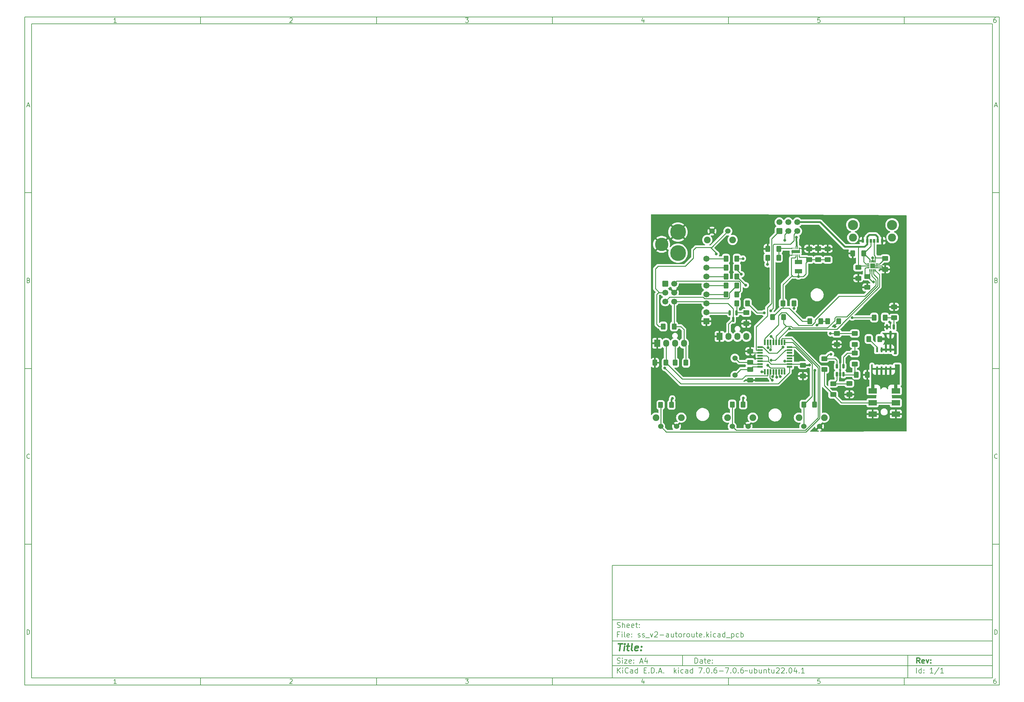
<source format=gbr>
%TF.GenerationSoftware,KiCad,Pcbnew,7.0.6-7.0.6~ubuntu22.04.1*%
%TF.CreationDate,2023-08-01T15:27:09+02:00*%
%TF.ProjectId,ss_v2-autoroute,73735f76-322d-4617-9574-6f726f757465,rev?*%
%TF.SameCoordinates,Original*%
%TF.FileFunction,Copper,L1,Top*%
%TF.FilePolarity,Positive*%
%FSLAX46Y46*%
G04 Gerber Fmt 4.6, Leading zero omitted, Abs format (unit mm)*
G04 Created by KiCad (PCBNEW 7.0.6-7.0.6~ubuntu22.04.1) date 2023-08-01 15:27:09*
%MOMM*%
%LPD*%
G01*
G04 APERTURE LIST*
G04 Aperture macros list*
%AMRoundRect*
0 Rectangle with rounded corners*
0 $1 Rounding radius*
0 $2 $3 $4 $5 $6 $7 $8 $9 X,Y pos of 4 corners*
0 Add a 4 corners polygon primitive as box body*
4,1,4,$2,$3,$4,$5,$6,$7,$8,$9,$2,$3,0*
0 Add four circle primitives for the rounded corners*
1,1,$1+$1,$2,$3*
1,1,$1+$1,$4,$5*
1,1,$1+$1,$6,$7*
1,1,$1+$1,$8,$9*
0 Add four rect primitives between the rounded corners*
20,1,$1+$1,$2,$3,$4,$5,0*
20,1,$1+$1,$4,$5,$6,$7,0*
20,1,$1+$1,$6,$7,$8,$9,0*
20,1,$1+$1,$8,$9,$2,$3,0*%
G04 Aperture macros list end*
%ADD10C,0.100000*%
%ADD11C,0.150000*%
%ADD12C,0.300000*%
%ADD13C,0.400000*%
%TA.AperFunction,NonConductor*%
%ADD14C,0.200000*%
%TD*%
%TA.AperFunction,ComponentPad*%
%ADD15R,1.730000X2.030000*%
%TD*%
%TA.AperFunction,ComponentPad*%
%ADD16O,1.730000X2.030000*%
%TD*%
%TA.AperFunction,SMDPad,CuDef*%
%ADD17R,0.558800X1.460500*%
%TD*%
%TA.AperFunction,SMDPad,CuDef*%
%ADD18RoundRect,0.250000X-0.400000X-0.625000X0.400000X-0.625000X0.400000X0.625000X-0.400000X0.625000X0*%
%TD*%
%TA.AperFunction,SMDPad,CuDef*%
%ADD19RoundRect,0.250000X-0.625000X0.400000X-0.625000X-0.400000X0.625000X-0.400000X0.625000X0.400000X0*%
%TD*%
%TA.AperFunction,SMDPad,CuDef*%
%ADD20RoundRect,0.250000X0.625000X-0.400000X0.625000X0.400000X-0.625000X0.400000X-0.625000X-0.400000X0*%
%TD*%
%TA.AperFunction,SMDPad,CuDef*%
%ADD21RoundRect,0.250000X0.400000X0.625000X-0.400000X0.625000X-0.400000X-0.625000X0.400000X-0.625000X0*%
%TD*%
%TA.AperFunction,ComponentPad*%
%ADD22RoundRect,0.250000X-0.600000X-0.600000X0.600000X-0.600000X0.600000X0.600000X-0.600000X0.600000X0*%
%TD*%
%TA.AperFunction,ComponentPad*%
%ADD23C,1.700000*%
%TD*%
%TA.AperFunction,SMDPad,CuDef*%
%ADD24RoundRect,0.150000X0.150000X-0.512500X0.150000X0.512500X-0.150000X0.512500X-0.150000X-0.512500X0*%
%TD*%
%TA.AperFunction,SMDPad,CuDef*%
%ADD25RoundRect,0.007800X-0.332200X-0.122200X0.332200X-0.122200X0.332200X0.122200X-0.332200X0.122200X0*%
%TD*%
%TA.AperFunction,SMDPad,CuDef*%
%ADD26RoundRect,0.007800X0.122200X-0.332200X0.122200X0.332200X-0.122200X0.332200X-0.122200X-0.332200X0*%
%TD*%
%TA.AperFunction,SMDPad,CuDef*%
%ADD27R,1.380000X1.380000*%
%TD*%
%TA.AperFunction,ComponentPad*%
%ADD28C,1.500000*%
%TD*%
%TA.AperFunction,SMDPad,CuDef*%
%ADD29R,2.387600X1.498600*%
%TD*%
%TA.AperFunction,ComponentPad*%
%ADD30C,1.524000*%
%TD*%
%TA.AperFunction,ComponentPad*%
%ADD31C,1.905000*%
%TD*%
%TA.AperFunction,ComponentPad*%
%ADD32C,4.500000*%
%TD*%
%TA.AperFunction,ComponentPad*%
%ADD33C,3.800000*%
%TD*%
%TA.AperFunction,ComponentPad*%
%ADD34RoundRect,0.250000X0.600000X-0.600000X0.600000X0.600000X-0.600000X0.600000X-0.600000X-0.600000X0*%
%TD*%
%TA.AperFunction,SMDPad,CuDef*%
%ADD35RoundRect,0.150000X-0.150000X0.587500X-0.150000X-0.587500X0.150000X-0.587500X0.150000X0.587500X0*%
%TD*%
%TA.AperFunction,SMDPad,CuDef*%
%ADD36R,1.500000X0.550000*%
%TD*%
%TA.AperFunction,SMDPad,CuDef*%
%ADD37R,0.550000X1.500000*%
%TD*%
%TA.AperFunction,SMDPad,CuDef*%
%ADD38R,2.006600X1.193800*%
%TD*%
%TA.AperFunction,ComponentPad*%
%ADD39RoundRect,0.250000X0.620000X-0.620000X0.620000X0.620000X-0.620000X0.620000X-0.620000X-0.620000X0*%
%TD*%
%TA.AperFunction,ComponentPad*%
%ADD40C,1.740000*%
%TD*%
%TA.AperFunction,SMDPad,CuDef*%
%ADD41R,0.700000X1.100000*%
%TD*%
%TA.AperFunction,SMDPad,CuDef*%
%ADD42R,0.760000X1.100000*%
%TD*%
%TA.AperFunction,SMDPad,CuDef*%
%ADD43R,0.800000X1.100000*%
%TD*%
%TA.AperFunction,ComponentPad*%
%ADD44C,2.280000*%
%TD*%
%TA.AperFunction,ComponentPad*%
%ADD45C,2.850000*%
%TD*%
%TA.AperFunction,SMDPad,CuDef*%
%ADD46R,0.249999X0.499999*%
%TD*%
%TA.AperFunction,SMDPad,CuDef*%
%ADD47R,2.400000X0.840001*%
%TD*%
%TA.AperFunction,ComponentPad*%
%ADD48C,0.499999*%
%TD*%
%TA.AperFunction,ViaPad*%
%ADD49C,0.800000*%
%TD*%
%TA.AperFunction,Conductor*%
%ADD50C,0.250000*%
%TD*%
%TA.AperFunction,Conductor*%
%ADD51C,0.500000*%
%TD*%
G04 APERTURE END LIST*
D10*
D11*
X177002200Y-166007200D02*
X285002200Y-166007200D01*
X285002200Y-198007200D01*
X177002200Y-198007200D01*
X177002200Y-166007200D01*
D10*
D11*
X10000000Y-10000000D02*
X287002200Y-10000000D01*
X287002200Y-200007200D01*
X10000000Y-200007200D01*
X10000000Y-10000000D01*
D10*
D11*
X12000000Y-12000000D02*
X285002200Y-12000000D01*
X285002200Y-198007200D01*
X12000000Y-198007200D01*
X12000000Y-12000000D01*
D10*
D11*
X60000000Y-12000000D02*
X60000000Y-10000000D01*
D10*
D11*
X110000000Y-12000000D02*
X110000000Y-10000000D01*
D10*
D11*
X160000000Y-12000000D02*
X160000000Y-10000000D01*
D10*
D11*
X210000000Y-12000000D02*
X210000000Y-10000000D01*
D10*
D11*
X260000000Y-12000000D02*
X260000000Y-10000000D01*
D10*
D11*
X36089160Y-11593604D02*
X35346303Y-11593604D01*
X35717731Y-11593604D02*
X35717731Y-10293604D01*
X35717731Y-10293604D02*
X35593922Y-10479319D01*
X35593922Y-10479319D02*
X35470112Y-10603128D01*
X35470112Y-10603128D02*
X35346303Y-10665033D01*
D10*
D11*
X85346303Y-10417414D02*
X85408207Y-10355509D01*
X85408207Y-10355509D02*
X85532017Y-10293604D01*
X85532017Y-10293604D02*
X85841541Y-10293604D01*
X85841541Y-10293604D02*
X85965350Y-10355509D01*
X85965350Y-10355509D02*
X86027255Y-10417414D01*
X86027255Y-10417414D02*
X86089160Y-10541223D01*
X86089160Y-10541223D02*
X86089160Y-10665033D01*
X86089160Y-10665033D02*
X86027255Y-10850747D01*
X86027255Y-10850747D02*
X85284398Y-11593604D01*
X85284398Y-11593604D02*
X86089160Y-11593604D01*
D10*
D11*
X135284398Y-10293604D02*
X136089160Y-10293604D01*
X136089160Y-10293604D02*
X135655826Y-10788842D01*
X135655826Y-10788842D02*
X135841541Y-10788842D01*
X135841541Y-10788842D02*
X135965350Y-10850747D01*
X135965350Y-10850747D02*
X136027255Y-10912652D01*
X136027255Y-10912652D02*
X136089160Y-11036461D01*
X136089160Y-11036461D02*
X136089160Y-11345985D01*
X136089160Y-11345985D02*
X136027255Y-11469795D01*
X136027255Y-11469795D02*
X135965350Y-11531700D01*
X135965350Y-11531700D02*
X135841541Y-11593604D01*
X135841541Y-11593604D02*
X135470112Y-11593604D01*
X135470112Y-11593604D02*
X135346303Y-11531700D01*
X135346303Y-11531700D02*
X135284398Y-11469795D01*
D10*
D11*
X185965350Y-10726938D02*
X185965350Y-11593604D01*
X185655826Y-10231700D02*
X185346303Y-11160271D01*
X185346303Y-11160271D02*
X186151064Y-11160271D01*
D10*
D11*
X236027255Y-10293604D02*
X235408207Y-10293604D01*
X235408207Y-10293604D02*
X235346303Y-10912652D01*
X235346303Y-10912652D02*
X235408207Y-10850747D01*
X235408207Y-10850747D02*
X235532017Y-10788842D01*
X235532017Y-10788842D02*
X235841541Y-10788842D01*
X235841541Y-10788842D02*
X235965350Y-10850747D01*
X235965350Y-10850747D02*
X236027255Y-10912652D01*
X236027255Y-10912652D02*
X236089160Y-11036461D01*
X236089160Y-11036461D02*
X236089160Y-11345985D01*
X236089160Y-11345985D02*
X236027255Y-11469795D01*
X236027255Y-11469795D02*
X235965350Y-11531700D01*
X235965350Y-11531700D02*
X235841541Y-11593604D01*
X235841541Y-11593604D02*
X235532017Y-11593604D01*
X235532017Y-11593604D02*
X235408207Y-11531700D01*
X235408207Y-11531700D02*
X235346303Y-11469795D01*
D10*
D11*
X285965350Y-10293604D02*
X285717731Y-10293604D01*
X285717731Y-10293604D02*
X285593922Y-10355509D01*
X285593922Y-10355509D02*
X285532017Y-10417414D01*
X285532017Y-10417414D02*
X285408207Y-10603128D01*
X285408207Y-10603128D02*
X285346303Y-10850747D01*
X285346303Y-10850747D02*
X285346303Y-11345985D01*
X285346303Y-11345985D02*
X285408207Y-11469795D01*
X285408207Y-11469795D02*
X285470112Y-11531700D01*
X285470112Y-11531700D02*
X285593922Y-11593604D01*
X285593922Y-11593604D02*
X285841541Y-11593604D01*
X285841541Y-11593604D02*
X285965350Y-11531700D01*
X285965350Y-11531700D02*
X286027255Y-11469795D01*
X286027255Y-11469795D02*
X286089160Y-11345985D01*
X286089160Y-11345985D02*
X286089160Y-11036461D01*
X286089160Y-11036461D02*
X286027255Y-10912652D01*
X286027255Y-10912652D02*
X285965350Y-10850747D01*
X285965350Y-10850747D02*
X285841541Y-10788842D01*
X285841541Y-10788842D02*
X285593922Y-10788842D01*
X285593922Y-10788842D02*
X285470112Y-10850747D01*
X285470112Y-10850747D02*
X285408207Y-10912652D01*
X285408207Y-10912652D02*
X285346303Y-11036461D01*
D10*
D11*
X60000000Y-198007200D02*
X60000000Y-200007200D01*
D10*
D11*
X110000000Y-198007200D02*
X110000000Y-200007200D01*
D10*
D11*
X160000000Y-198007200D02*
X160000000Y-200007200D01*
D10*
D11*
X210000000Y-198007200D02*
X210000000Y-200007200D01*
D10*
D11*
X260000000Y-198007200D02*
X260000000Y-200007200D01*
D10*
D11*
X36089160Y-199600804D02*
X35346303Y-199600804D01*
X35717731Y-199600804D02*
X35717731Y-198300804D01*
X35717731Y-198300804D02*
X35593922Y-198486519D01*
X35593922Y-198486519D02*
X35470112Y-198610328D01*
X35470112Y-198610328D02*
X35346303Y-198672233D01*
D10*
D11*
X85346303Y-198424614D02*
X85408207Y-198362709D01*
X85408207Y-198362709D02*
X85532017Y-198300804D01*
X85532017Y-198300804D02*
X85841541Y-198300804D01*
X85841541Y-198300804D02*
X85965350Y-198362709D01*
X85965350Y-198362709D02*
X86027255Y-198424614D01*
X86027255Y-198424614D02*
X86089160Y-198548423D01*
X86089160Y-198548423D02*
X86089160Y-198672233D01*
X86089160Y-198672233D02*
X86027255Y-198857947D01*
X86027255Y-198857947D02*
X85284398Y-199600804D01*
X85284398Y-199600804D02*
X86089160Y-199600804D01*
D10*
D11*
X135284398Y-198300804D02*
X136089160Y-198300804D01*
X136089160Y-198300804D02*
X135655826Y-198796042D01*
X135655826Y-198796042D02*
X135841541Y-198796042D01*
X135841541Y-198796042D02*
X135965350Y-198857947D01*
X135965350Y-198857947D02*
X136027255Y-198919852D01*
X136027255Y-198919852D02*
X136089160Y-199043661D01*
X136089160Y-199043661D02*
X136089160Y-199353185D01*
X136089160Y-199353185D02*
X136027255Y-199476995D01*
X136027255Y-199476995D02*
X135965350Y-199538900D01*
X135965350Y-199538900D02*
X135841541Y-199600804D01*
X135841541Y-199600804D02*
X135470112Y-199600804D01*
X135470112Y-199600804D02*
X135346303Y-199538900D01*
X135346303Y-199538900D02*
X135284398Y-199476995D01*
D10*
D11*
X185965350Y-198734138D02*
X185965350Y-199600804D01*
X185655826Y-198238900D02*
X185346303Y-199167471D01*
X185346303Y-199167471D02*
X186151064Y-199167471D01*
D10*
D11*
X236027255Y-198300804D02*
X235408207Y-198300804D01*
X235408207Y-198300804D02*
X235346303Y-198919852D01*
X235346303Y-198919852D02*
X235408207Y-198857947D01*
X235408207Y-198857947D02*
X235532017Y-198796042D01*
X235532017Y-198796042D02*
X235841541Y-198796042D01*
X235841541Y-198796042D02*
X235965350Y-198857947D01*
X235965350Y-198857947D02*
X236027255Y-198919852D01*
X236027255Y-198919852D02*
X236089160Y-199043661D01*
X236089160Y-199043661D02*
X236089160Y-199353185D01*
X236089160Y-199353185D02*
X236027255Y-199476995D01*
X236027255Y-199476995D02*
X235965350Y-199538900D01*
X235965350Y-199538900D02*
X235841541Y-199600804D01*
X235841541Y-199600804D02*
X235532017Y-199600804D01*
X235532017Y-199600804D02*
X235408207Y-199538900D01*
X235408207Y-199538900D02*
X235346303Y-199476995D01*
D10*
D11*
X285965350Y-198300804D02*
X285717731Y-198300804D01*
X285717731Y-198300804D02*
X285593922Y-198362709D01*
X285593922Y-198362709D02*
X285532017Y-198424614D01*
X285532017Y-198424614D02*
X285408207Y-198610328D01*
X285408207Y-198610328D02*
X285346303Y-198857947D01*
X285346303Y-198857947D02*
X285346303Y-199353185D01*
X285346303Y-199353185D02*
X285408207Y-199476995D01*
X285408207Y-199476995D02*
X285470112Y-199538900D01*
X285470112Y-199538900D02*
X285593922Y-199600804D01*
X285593922Y-199600804D02*
X285841541Y-199600804D01*
X285841541Y-199600804D02*
X285965350Y-199538900D01*
X285965350Y-199538900D02*
X286027255Y-199476995D01*
X286027255Y-199476995D02*
X286089160Y-199353185D01*
X286089160Y-199353185D02*
X286089160Y-199043661D01*
X286089160Y-199043661D02*
X286027255Y-198919852D01*
X286027255Y-198919852D02*
X285965350Y-198857947D01*
X285965350Y-198857947D02*
X285841541Y-198796042D01*
X285841541Y-198796042D02*
X285593922Y-198796042D01*
X285593922Y-198796042D02*
X285470112Y-198857947D01*
X285470112Y-198857947D02*
X285408207Y-198919852D01*
X285408207Y-198919852D02*
X285346303Y-199043661D01*
D10*
D11*
X10000000Y-60000000D02*
X12000000Y-60000000D01*
D10*
D11*
X10000000Y-110000000D02*
X12000000Y-110000000D01*
D10*
D11*
X10000000Y-160000000D02*
X12000000Y-160000000D01*
D10*
D11*
X10690476Y-35222176D02*
X11309523Y-35222176D01*
X10566666Y-35593604D02*
X10999999Y-34293604D01*
X10999999Y-34293604D02*
X11433333Y-35593604D01*
D10*
D11*
X11092857Y-84912652D02*
X11278571Y-84974557D01*
X11278571Y-84974557D02*
X11340476Y-85036461D01*
X11340476Y-85036461D02*
X11402380Y-85160271D01*
X11402380Y-85160271D02*
X11402380Y-85345985D01*
X11402380Y-85345985D02*
X11340476Y-85469795D01*
X11340476Y-85469795D02*
X11278571Y-85531700D01*
X11278571Y-85531700D02*
X11154761Y-85593604D01*
X11154761Y-85593604D02*
X10659523Y-85593604D01*
X10659523Y-85593604D02*
X10659523Y-84293604D01*
X10659523Y-84293604D02*
X11092857Y-84293604D01*
X11092857Y-84293604D02*
X11216666Y-84355509D01*
X11216666Y-84355509D02*
X11278571Y-84417414D01*
X11278571Y-84417414D02*
X11340476Y-84541223D01*
X11340476Y-84541223D02*
X11340476Y-84665033D01*
X11340476Y-84665033D02*
X11278571Y-84788842D01*
X11278571Y-84788842D02*
X11216666Y-84850747D01*
X11216666Y-84850747D02*
X11092857Y-84912652D01*
X11092857Y-84912652D02*
X10659523Y-84912652D01*
D10*
D11*
X11402380Y-135469795D02*
X11340476Y-135531700D01*
X11340476Y-135531700D02*
X11154761Y-135593604D01*
X11154761Y-135593604D02*
X11030952Y-135593604D01*
X11030952Y-135593604D02*
X10845238Y-135531700D01*
X10845238Y-135531700D02*
X10721428Y-135407890D01*
X10721428Y-135407890D02*
X10659523Y-135284080D01*
X10659523Y-135284080D02*
X10597619Y-135036461D01*
X10597619Y-135036461D02*
X10597619Y-134850747D01*
X10597619Y-134850747D02*
X10659523Y-134603128D01*
X10659523Y-134603128D02*
X10721428Y-134479319D01*
X10721428Y-134479319D02*
X10845238Y-134355509D01*
X10845238Y-134355509D02*
X11030952Y-134293604D01*
X11030952Y-134293604D02*
X11154761Y-134293604D01*
X11154761Y-134293604D02*
X11340476Y-134355509D01*
X11340476Y-134355509D02*
X11402380Y-134417414D01*
D10*
D11*
X10659523Y-185593604D02*
X10659523Y-184293604D01*
X10659523Y-184293604D02*
X10969047Y-184293604D01*
X10969047Y-184293604D02*
X11154761Y-184355509D01*
X11154761Y-184355509D02*
X11278571Y-184479319D01*
X11278571Y-184479319D02*
X11340476Y-184603128D01*
X11340476Y-184603128D02*
X11402380Y-184850747D01*
X11402380Y-184850747D02*
X11402380Y-185036461D01*
X11402380Y-185036461D02*
X11340476Y-185284080D01*
X11340476Y-185284080D02*
X11278571Y-185407890D01*
X11278571Y-185407890D02*
X11154761Y-185531700D01*
X11154761Y-185531700D02*
X10969047Y-185593604D01*
X10969047Y-185593604D02*
X10659523Y-185593604D01*
D10*
D11*
X287002200Y-60000000D02*
X285002200Y-60000000D01*
D10*
D11*
X287002200Y-110000000D02*
X285002200Y-110000000D01*
D10*
D11*
X287002200Y-160000000D02*
X285002200Y-160000000D01*
D10*
D11*
X285692676Y-35222176D02*
X286311723Y-35222176D01*
X285568866Y-35593604D02*
X286002199Y-34293604D01*
X286002199Y-34293604D02*
X286435533Y-35593604D01*
D10*
D11*
X286095057Y-84912652D02*
X286280771Y-84974557D01*
X286280771Y-84974557D02*
X286342676Y-85036461D01*
X286342676Y-85036461D02*
X286404580Y-85160271D01*
X286404580Y-85160271D02*
X286404580Y-85345985D01*
X286404580Y-85345985D02*
X286342676Y-85469795D01*
X286342676Y-85469795D02*
X286280771Y-85531700D01*
X286280771Y-85531700D02*
X286156961Y-85593604D01*
X286156961Y-85593604D02*
X285661723Y-85593604D01*
X285661723Y-85593604D02*
X285661723Y-84293604D01*
X285661723Y-84293604D02*
X286095057Y-84293604D01*
X286095057Y-84293604D02*
X286218866Y-84355509D01*
X286218866Y-84355509D02*
X286280771Y-84417414D01*
X286280771Y-84417414D02*
X286342676Y-84541223D01*
X286342676Y-84541223D02*
X286342676Y-84665033D01*
X286342676Y-84665033D02*
X286280771Y-84788842D01*
X286280771Y-84788842D02*
X286218866Y-84850747D01*
X286218866Y-84850747D02*
X286095057Y-84912652D01*
X286095057Y-84912652D02*
X285661723Y-84912652D01*
D10*
D11*
X286404580Y-135469795D02*
X286342676Y-135531700D01*
X286342676Y-135531700D02*
X286156961Y-135593604D01*
X286156961Y-135593604D02*
X286033152Y-135593604D01*
X286033152Y-135593604D02*
X285847438Y-135531700D01*
X285847438Y-135531700D02*
X285723628Y-135407890D01*
X285723628Y-135407890D02*
X285661723Y-135284080D01*
X285661723Y-135284080D02*
X285599819Y-135036461D01*
X285599819Y-135036461D02*
X285599819Y-134850747D01*
X285599819Y-134850747D02*
X285661723Y-134603128D01*
X285661723Y-134603128D02*
X285723628Y-134479319D01*
X285723628Y-134479319D02*
X285847438Y-134355509D01*
X285847438Y-134355509D02*
X286033152Y-134293604D01*
X286033152Y-134293604D02*
X286156961Y-134293604D01*
X286156961Y-134293604D02*
X286342676Y-134355509D01*
X286342676Y-134355509D02*
X286404580Y-134417414D01*
D10*
D11*
X285661723Y-185593604D02*
X285661723Y-184293604D01*
X285661723Y-184293604D02*
X285971247Y-184293604D01*
X285971247Y-184293604D02*
X286156961Y-184355509D01*
X286156961Y-184355509D02*
X286280771Y-184479319D01*
X286280771Y-184479319D02*
X286342676Y-184603128D01*
X286342676Y-184603128D02*
X286404580Y-184850747D01*
X286404580Y-184850747D02*
X286404580Y-185036461D01*
X286404580Y-185036461D02*
X286342676Y-185284080D01*
X286342676Y-185284080D02*
X286280771Y-185407890D01*
X286280771Y-185407890D02*
X286156961Y-185531700D01*
X286156961Y-185531700D02*
X285971247Y-185593604D01*
X285971247Y-185593604D02*
X285661723Y-185593604D01*
D10*
D11*
X200458026Y-193793328D02*
X200458026Y-192293328D01*
X200458026Y-192293328D02*
X200815169Y-192293328D01*
X200815169Y-192293328D02*
X201029455Y-192364757D01*
X201029455Y-192364757D02*
X201172312Y-192507614D01*
X201172312Y-192507614D02*
X201243741Y-192650471D01*
X201243741Y-192650471D02*
X201315169Y-192936185D01*
X201315169Y-192936185D02*
X201315169Y-193150471D01*
X201315169Y-193150471D02*
X201243741Y-193436185D01*
X201243741Y-193436185D02*
X201172312Y-193579042D01*
X201172312Y-193579042D02*
X201029455Y-193721900D01*
X201029455Y-193721900D02*
X200815169Y-193793328D01*
X200815169Y-193793328D02*
X200458026Y-193793328D01*
X202600884Y-193793328D02*
X202600884Y-193007614D01*
X202600884Y-193007614D02*
X202529455Y-192864757D01*
X202529455Y-192864757D02*
X202386598Y-192793328D01*
X202386598Y-192793328D02*
X202100884Y-192793328D01*
X202100884Y-192793328D02*
X201958026Y-192864757D01*
X202600884Y-193721900D02*
X202458026Y-193793328D01*
X202458026Y-193793328D02*
X202100884Y-193793328D01*
X202100884Y-193793328D02*
X201958026Y-193721900D01*
X201958026Y-193721900D02*
X201886598Y-193579042D01*
X201886598Y-193579042D02*
X201886598Y-193436185D01*
X201886598Y-193436185D02*
X201958026Y-193293328D01*
X201958026Y-193293328D02*
X202100884Y-193221900D01*
X202100884Y-193221900D02*
X202458026Y-193221900D01*
X202458026Y-193221900D02*
X202600884Y-193150471D01*
X203100884Y-192793328D02*
X203672312Y-192793328D01*
X203315169Y-192293328D02*
X203315169Y-193579042D01*
X203315169Y-193579042D02*
X203386598Y-193721900D01*
X203386598Y-193721900D02*
X203529455Y-193793328D01*
X203529455Y-193793328D02*
X203672312Y-193793328D01*
X204743741Y-193721900D02*
X204600884Y-193793328D01*
X204600884Y-193793328D02*
X204315170Y-193793328D01*
X204315170Y-193793328D02*
X204172312Y-193721900D01*
X204172312Y-193721900D02*
X204100884Y-193579042D01*
X204100884Y-193579042D02*
X204100884Y-193007614D01*
X204100884Y-193007614D02*
X204172312Y-192864757D01*
X204172312Y-192864757D02*
X204315170Y-192793328D01*
X204315170Y-192793328D02*
X204600884Y-192793328D01*
X204600884Y-192793328D02*
X204743741Y-192864757D01*
X204743741Y-192864757D02*
X204815170Y-193007614D01*
X204815170Y-193007614D02*
X204815170Y-193150471D01*
X204815170Y-193150471D02*
X204100884Y-193293328D01*
X205458026Y-193650471D02*
X205529455Y-193721900D01*
X205529455Y-193721900D02*
X205458026Y-193793328D01*
X205458026Y-193793328D02*
X205386598Y-193721900D01*
X205386598Y-193721900D02*
X205458026Y-193650471D01*
X205458026Y-193650471D02*
X205458026Y-193793328D01*
X205458026Y-192864757D02*
X205529455Y-192936185D01*
X205529455Y-192936185D02*
X205458026Y-193007614D01*
X205458026Y-193007614D02*
X205386598Y-192936185D01*
X205386598Y-192936185D02*
X205458026Y-192864757D01*
X205458026Y-192864757D02*
X205458026Y-193007614D01*
D10*
D11*
X177002200Y-194507200D02*
X285002200Y-194507200D01*
D10*
D11*
X178458026Y-196593328D02*
X178458026Y-195093328D01*
X179315169Y-196593328D02*
X178672312Y-195736185D01*
X179315169Y-195093328D02*
X178458026Y-195950471D01*
X179958026Y-196593328D02*
X179958026Y-195593328D01*
X179958026Y-195093328D02*
X179886598Y-195164757D01*
X179886598Y-195164757D02*
X179958026Y-195236185D01*
X179958026Y-195236185D02*
X180029455Y-195164757D01*
X180029455Y-195164757D02*
X179958026Y-195093328D01*
X179958026Y-195093328D02*
X179958026Y-195236185D01*
X181529455Y-196450471D02*
X181458027Y-196521900D01*
X181458027Y-196521900D02*
X181243741Y-196593328D01*
X181243741Y-196593328D02*
X181100884Y-196593328D01*
X181100884Y-196593328D02*
X180886598Y-196521900D01*
X180886598Y-196521900D02*
X180743741Y-196379042D01*
X180743741Y-196379042D02*
X180672312Y-196236185D01*
X180672312Y-196236185D02*
X180600884Y-195950471D01*
X180600884Y-195950471D02*
X180600884Y-195736185D01*
X180600884Y-195736185D02*
X180672312Y-195450471D01*
X180672312Y-195450471D02*
X180743741Y-195307614D01*
X180743741Y-195307614D02*
X180886598Y-195164757D01*
X180886598Y-195164757D02*
X181100884Y-195093328D01*
X181100884Y-195093328D02*
X181243741Y-195093328D01*
X181243741Y-195093328D02*
X181458027Y-195164757D01*
X181458027Y-195164757D02*
X181529455Y-195236185D01*
X182815170Y-196593328D02*
X182815170Y-195807614D01*
X182815170Y-195807614D02*
X182743741Y-195664757D01*
X182743741Y-195664757D02*
X182600884Y-195593328D01*
X182600884Y-195593328D02*
X182315170Y-195593328D01*
X182315170Y-195593328D02*
X182172312Y-195664757D01*
X182815170Y-196521900D02*
X182672312Y-196593328D01*
X182672312Y-196593328D02*
X182315170Y-196593328D01*
X182315170Y-196593328D02*
X182172312Y-196521900D01*
X182172312Y-196521900D02*
X182100884Y-196379042D01*
X182100884Y-196379042D02*
X182100884Y-196236185D01*
X182100884Y-196236185D02*
X182172312Y-196093328D01*
X182172312Y-196093328D02*
X182315170Y-196021900D01*
X182315170Y-196021900D02*
X182672312Y-196021900D01*
X182672312Y-196021900D02*
X182815170Y-195950471D01*
X184172313Y-196593328D02*
X184172313Y-195093328D01*
X184172313Y-196521900D02*
X184029455Y-196593328D01*
X184029455Y-196593328D02*
X183743741Y-196593328D01*
X183743741Y-196593328D02*
X183600884Y-196521900D01*
X183600884Y-196521900D02*
X183529455Y-196450471D01*
X183529455Y-196450471D02*
X183458027Y-196307614D01*
X183458027Y-196307614D02*
X183458027Y-195879042D01*
X183458027Y-195879042D02*
X183529455Y-195736185D01*
X183529455Y-195736185D02*
X183600884Y-195664757D01*
X183600884Y-195664757D02*
X183743741Y-195593328D01*
X183743741Y-195593328D02*
X184029455Y-195593328D01*
X184029455Y-195593328D02*
X184172313Y-195664757D01*
X186029455Y-195807614D02*
X186529455Y-195807614D01*
X186743741Y-196593328D02*
X186029455Y-196593328D01*
X186029455Y-196593328D02*
X186029455Y-195093328D01*
X186029455Y-195093328D02*
X186743741Y-195093328D01*
X187386598Y-196450471D02*
X187458027Y-196521900D01*
X187458027Y-196521900D02*
X187386598Y-196593328D01*
X187386598Y-196593328D02*
X187315170Y-196521900D01*
X187315170Y-196521900D02*
X187386598Y-196450471D01*
X187386598Y-196450471D02*
X187386598Y-196593328D01*
X188100884Y-196593328D02*
X188100884Y-195093328D01*
X188100884Y-195093328D02*
X188458027Y-195093328D01*
X188458027Y-195093328D02*
X188672313Y-195164757D01*
X188672313Y-195164757D02*
X188815170Y-195307614D01*
X188815170Y-195307614D02*
X188886599Y-195450471D01*
X188886599Y-195450471D02*
X188958027Y-195736185D01*
X188958027Y-195736185D02*
X188958027Y-195950471D01*
X188958027Y-195950471D02*
X188886599Y-196236185D01*
X188886599Y-196236185D02*
X188815170Y-196379042D01*
X188815170Y-196379042D02*
X188672313Y-196521900D01*
X188672313Y-196521900D02*
X188458027Y-196593328D01*
X188458027Y-196593328D02*
X188100884Y-196593328D01*
X189600884Y-196450471D02*
X189672313Y-196521900D01*
X189672313Y-196521900D02*
X189600884Y-196593328D01*
X189600884Y-196593328D02*
X189529456Y-196521900D01*
X189529456Y-196521900D02*
X189600884Y-196450471D01*
X189600884Y-196450471D02*
X189600884Y-196593328D01*
X190243742Y-196164757D02*
X190958028Y-196164757D01*
X190100885Y-196593328D02*
X190600885Y-195093328D01*
X190600885Y-195093328D02*
X191100885Y-196593328D01*
X191600884Y-196450471D02*
X191672313Y-196521900D01*
X191672313Y-196521900D02*
X191600884Y-196593328D01*
X191600884Y-196593328D02*
X191529456Y-196521900D01*
X191529456Y-196521900D02*
X191600884Y-196450471D01*
X191600884Y-196450471D02*
X191600884Y-196593328D01*
X194600884Y-196593328D02*
X194600884Y-195093328D01*
X194743742Y-196021900D02*
X195172313Y-196593328D01*
X195172313Y-195593328D02*
X194600884Y-196164757D01*
X195815170Y-196593328D02*
X195815170Y-195593328D01*
X195815170Y-195093328D02*
X195743742Y-195164757D01*
X195743742Y-195164757D02*
X195815170Y-195236185D01*
X195815170Y-195236185D02*
X195886599Y-195164757D01*
X195886599Y-195164757D02*
X195815170Y-195093328D01*
X195815170Y-195093328D02*
X195815170Y-195236185D01*
X197172314Y-196521900D02*
X197029456Y-196593328D01*
X197029456Y-196593328D02*
X196743742Y-196593328D01*
X196743742Y-196593328D02*
X196600885Y-196521900D01*
X196600885Y-196521900D02*
X196529456Y-196450471D01*
X196529456Y-196450471D02*
X196458028Y-196307614D01*
X196458028Y-196307614D02*
X196458028Y-195879042D01*
X196458028Y-195879042D02*
X196529456Y-195736185D01*
X196529456Y-195736185D02*
X196600885Y-195664757D01*
X196600885Y-195664757D02*
X196743742Y-195593328D01*
X196743742Y-195593328D02*
X197029456Y-195593328D01*
X197029456Y-195593328D02*
X197172314Y-195664757D01*
X198458028Y-196593328D02*
X198458028Y-195807614D01*
X198458028Y-195807614D02*
X198386599Y-195664757D01*
X198386599Y-195664757D02*
X198243742Y-195593328D01*
X198243742Y-195593328D02*
X197958028Y-195593328D01*
X197958028Y-195593328D02*
X197815170Y-195664757D01*
X198458028Y-196521900D02*
X198315170Y-196593328D01*
X198315170Y-196593328D02*
X197958028Y-196593328D01*
X197958028Y-196593328D02*
X197815170Y-196521900D01*
X197815170Y-196521900D02*
X197743742Y-196379042D01*
X197743742Y-196379042D02*
X197743742Y-196236185D01*
X197743742Y-196236185D02*
X197815170Y-196093328D01*
X197815170Y-196093328D02*
X197958028Y-196021900D01*
X197958028Y-196021900D02*
X198315170Y-196021900D01*
X198315170Y-196021900D02*
X198458028Y-195950471D01*
X199815171Y-196593328D02*
X199815171Y-195093328D01*
X199815171Y-196521900D02*
X199672313Y-196593328D01*
X199672313Y-196593328D02*
X199386599Y-196593328D01*
X199386599Y-196593328D02*
X199243742Y-196521900D01*
X199243742Y-196521900D02*
X199172313Y-196450471D01*
X199172313Y-196450471D02*
X199100885Y-196307614D01*
X199100885Y-196307614D02*
X199100885Y-195879042D01*
X199100885Y-195879042D02*
X199172313Y-195736185D01*
X199172313Y-195736185D02*
X199243742Y-195664757D01*
X199243742Y-195664757D02*
X199386599Y-195593328D01*
X199386599Y-195593328D02*
X199672313Y-195593328D01*
X199672313Y-195593328D02*
X199815171Y-195664757D01*
X201529456Y-195093328D02*
X202529456Y-195093328D01*
X202529456Y-195093328D02*
X201886599Y-196593328D01*
X203100884Y-196450471D02*
X203172313Y-196521900D01*
X203172313Y-196521900D02*
X203100884Y-196593328D01*
X203100884Y-196593328D02*
X203029456Y-196521900D01*
X203029456Y-196521900D02*
X203100884Y-196450471D01*
X203100884Y-196450471D02*
X203100884Y-196593328D01*
X204100885Y-195093328D02*
X204243742Y-195093328D01*
X204243742Y-195093328D02*
X204386599Y-195164757D01*
X204386599Y-195164757D02*
X204458028Y-195236185D01*
X204458028Y-195236185D02*
X204529456Y-195379042D01*
X204529456Y-195379042D02*
X204600885Y-195664757D01*
X204600885Y-195664757D02*
X204600885Y-196021900D01*
X204600885Y-196021900D02*
X204529456Y-196307614D01*
X204529456Y-196307614D02*
X204458028Y-196450471D01*
X204458028Y-196450471D02*
X204386599Y-196521900D01*
X204386599Y-196521900D02*
X204243742Y-196593328D01*
X204243742Y-196593328D02*
X204100885Y-196593328D01*
X204100885Y-196593328D02*
X203958028Y-196521900D01*
X203958028Y-196521900D02*
X203886599Y-196450471D01*
X203886599Y-196450471D02*
X203815170Y-196307614D01*
X203815170Y-196307614D02*
X203743742Y-196021900D01*
X203743742Y-196021900D02*
X203743742Y-195664757D01*
X203743742Y-195664757D02*
X203815170Y-195379042D01*
X203815170Y-195379042D02*
X203886599Y-195236185D01*
X203886599Y-195236185D02*
X203958028Y-195164757D01*
X203958028Y-195164757D02*
X204100885Y-195093328D01*
X205243741Y-196450471D02*
X205315170Y-196521900D01*
X205315170Y-196521900D02*
X205243741Y-196593328D01*
X205243741Y-196593328D02*
X205172313Y-196521900D01*
X205172313Y-196521900D02*
X205243741Y-196450471D01*
X205243741Y-196450471D02*
X205243741Y-196593328D01*
X206600885Y-195093328D02*
X206315170Y-195093328D01*
X206315170Y-195093328D02*
X206172313Y-195164757D01*
X206172313Y-195164757D02*
X206100885Y-195236185D01*
X206100885Y-195236185D02*
X205958027Y-195450471D01*
X205958027Y-195450471D02*
X205886599Y-195736185D01*
X205886599Y-195736185D02*
X205886599Y-196307614D01*
X205886599Y-196307614D02*
X205958027Y-196450471D01*
X205958027Y-196450471D02*
X206029456Y-196521900D01*
X206029456Y-196521900D02*
X206172313Y-196593328D01*
X206172313Y-196593328D02*
X206458027Y-196593328D01*
X206458027Y-196593328D02*
X206600885Y-196521900D01*
X206600885Y-196521900D02*
X206672313Y-196450471D01*
X206672313Y-196450471D02*
X206743742Y-196307614D01*
X206743742Y-196307614D02*
X206743742Y-195950471D01*
X206743742Y-195950471D02*
X206672313Y-195807614D01*
X206672313Y-195807614D02*
X206600885Y-195736185D01*
X206600885Y-195736185D02*
X206458027Y-195664757D01*
X206458027Y-195664757D02*
X206172313Y-195664757D01*
X206172313Y-195664757D02*
X206029456Y-195736185D01*
X206029456Y-195736185D02*
X205958027Y-195807614D01*
X205958027Y-195807614D02*
X205886599Y-195950471D01*
X207386598Y-196021900D02*
X208529456Y-196021900D01*
X209100884Y-195093328D02*
X210100884Y-195093328D01*
X210100884Y-195093328D02*
X209458027Y-196593328D01*
X210672312Y-196450471D02*
X210743741Y-196521900D01*
X210743741Y-196521900D02*
X210672312Y-196593328D01*
X210672312Y-196593328D02*
X210600884Y-196521900D01*
X210600884Y-196521900D02*
X210672312Y-196450471D01*
X210672312Y-196450471D02*
X210672312Y-196593328D01*
X211672313Y-195093328D02*
X211815170Y-195093328D01*
X211815170Y-195093328D02*
X211958027Y-195164757D01*
X211958027Y-195164757D02*
X212029456Y-195236185D01*
X212029456Y-195236185D02*
X212100884Y-195379042D01*
X212100884Y-195379042D02*
X212172313Y-195664757D01*
X212172313Y-195664757D02*
X212172313Y-196021900D01*
X212172313Y-196021900D02*
X212100884Y-196307614D01*
X212100884Y-196307614D02*
X212029456Y-196450471D01*
X212029456Y-196450471D02*
X211958027Y-196521900D01*
X211958027Y-196521900D02*
X211815170Y-196593328D01*
X211815170Y-196593328D02*
X211672313Y-196593328D01*
X211672313Y-196593328D02*
X211529456Y-196521900D01*
X211529456Y-196521900D02*
X211458027Y-196450471D01*
X211458027Y-196450471D02*
X211386598Y-196307614D01*
X211386598Y-196307614D02*
X211315170Y-196021900D01*
X211315170Y-196021900D02*
X211315170Y-195664757D01*
X211315170Y-195664757D02*
X211386598Y-195379042D01*
X211386598Y-195379042D02*
X211458027Y-195236185D01*
X211458027Y-195236185D02*
X211529456Y-195164757D01*
X211529456Y-195164757D02*
X211672313Y-195093328D01*
X212815169Y-196450471D02*
X212886598Y-196521900D01*
X212886598Y-196521900D02*
X212815169Y-196593328D01*
X212815169Y-196593328D02*
X212743741Y-196521900D01*
X212743741Y-196521900D02*
X212815169Y-196450471D01*
X212815169Y-196450471D02*
X212815169Y-196593328D01*
X214172313Y-195093328D02*
X213886598Y-195093328D01*
X213886598Y-195093328D02*
X213743741Y-195164757D01*
X213743741Y-195164757D02*
X213672313Y-195236185D01*
X213672313Y-195236185D02*
X213529455Y-195450471D01*
X213529455Y-195450471D02*
X213458027Y-195736185D01*
X213458027Y-195736185D02*
X213458027Y-196307614D01*
X213458027Y-196307614D02*
X213529455Y-196450471D01*
X213529455Y-196450471D02*
X213600884Y-196521900D01*
X213600884Y-196521900D02*
X213743741Y-196593328D01*
X213743741Y-196593328D02*
X214029455Y-196593328D01*
X214029455Y-196593328D02*
X214172313Y-196521900D01*
X214172313Y-196521900D02*
X214243741Y-196450471D01*
X214243741Y-196450471D02*
X214315170Y-196307614D01*
X214315170Y-196307614D02*
X214315170Y-195950471D01*
X214315170Y-195950471D02*
X214243741Y-195807614D01*
X214243741Y-195807614D02*
X214172313Y-195736185D01*
X214172313Y-195736185D02*
X214029455Y-195664757D01*
X214029455Y-195664757D02*
X213743741Y-195664757D01*
X213743741Y-195664757D02*
X213600884Y-195736185D01*
X213600884Y-195736185D02*
X213529455Y-195807614D01*
X213529455Y-195807614D02*
X213458027Y-195950471D01*
X214743741Y-196021900D02*
X214815169Y-195950471D01*
X214815169Y-195950471D02*
X214958026Y-195879042D01*
X214958026Y-195879042D02*
X215243741Y-196021900D01*
X215243741Y-196021900D02*
X215386598Y-195950471D01*
X215386598Y-195950471D02*
X215458026Y-195879042D01*
X216672313Y-195593328D02*
X216672313Y-196593328D01*
X216029455Y-195593328D02*
X216029455Y-196379042D01*
X216029455Y-196379042D02*
X216100884Y-196521900D01*
X216100884Y-196521900D02*
X216243741Y-196593328D01*
X216243741Y-196593328D02*
X216458027Y-196593328D01*
X216458027Y-196593328D02*
X216600884Y-196521900D01*
X216600884Y-196521900D02*
X216672313Y-196450471D01*
X217386598Y-196593328D02*
X217386598Y-195093328D01*
X217386598Y-195664757D02*
X217529456Y-195593328D01*
X217529456Y-195593328D02*
X217815170Y-195593328D01*
X217815170Y-195593328D02*
X217958027Y-195664757D01*
X217958027Y-195664757D02*
X218029456Y-195736185D01*
X218029456Y-195736185D02*
X218100884Y-195879042D01*
X218100884Y-195879042D02*
X218100884Y-196307614D01*
X218100884Y-196307614D02*
X218029456Y-196450471D01*
X218029456Y-196450471D02*
X217958027Y-196521900D01*
X217958027Y-196521900D02*
X217815170Y-196593328D01*
X217815170Y-196593328D02*
X217529456Y-196593328D01*
X217529456Y-196593328D02*
X217386598Y-196521900D01*
X219386599Y-195593328D02*
X219386599Y-196593328D01*
X218743741Y-195593328D02*
X218743741Y-196379042D01*
X218743741Y-196379042D02*
X218815170Y-196521900D01*
X218815170Y-196521900D02*
X218958027Y-196593328D01*
X218958027Y-196593328D02*
X219172313Y-196593328D01*
X219172313Y-196593328D02*
X219315170Y-196521900D01*
X219315170Y-196521900D02*
X219386599Y-196450471D01*
X220100884Y-195593328D02*
X220100884Y-196593328D01*
X220100884Y-195736185D02*
X220172313Y-195664757D01*
X220172313Y-195664757D02*
X220315170Y-195593328D01*
X220315170Y-195593328D02*
X220529456Y-195593328D01*
X220529456Y-195593328D02*
X220672313Y-195664757D01*
X220672313Y-195664757D02*
X220743742Y-195807614D01*
X220743742Y-195807614D02*
X220743742Y-196593328D01*
X221243742Y-195593328D02*
X221815170Y-195593328D01*
X221458027Y-195093328D02*
X221458027Y-196379042D01*
X221458027Y-196379042D02*
X221529456Y-196521900D01*
X221529456Y-196521900D02*
X221672313Y-196593328D01*
X221672313Y-196593328D02*
X221815170Y-196593328D01*
X222958028Y-195593328D02*
X222958028Y-196593328D01*
X222315170Y-195593328D02*
X222315170Y-196379042D01*
X222315170Y-196379042D02*
X222386599Y-196521900D01*
X222386599Y-196521900D02*
X222529456Y-196593328D01*
X222529456Y-196593328D02*
X222743742Y-196593328D01*
X222743742Y-196593328D02*
X222886599Y-196521900D01*
X222886599Y-196521900D02*
X222958028Y-196450471D01*
X223600885Y-195236185D02*
X223672313Y-195164757D01*
X223672313Y-195164757D02*
X223815171Y-195093328D01*
X223815171Y-195093328D02*
X224172313Y-195093328D01*
X224172313Y-195093328D02*
X224315171Y-195164757D01*
X224315171Y-195164757D02*
X224386599Y-195236185D01*
X224386599Y-195236185D02*
X224458028Y-195379042D01*
X224458028Y-195379042D02*
X224458028Y-195521900D01*
X224458028Y-195521900D02*
X224386599Y-195736185D01*
X224386599Y-195736185D02*
X223529456Y-196593328D01*
X223529456Y-196593328D02*
X224458028Y-196593328D01*
X225029456Y-195236185D02*
X225100884Y-195164757D01*
X225100884Y-195164757D02*
X225243742Y-195093328D01*
X225243742Y-195093328D02*
X225600884Y-195093328D01*
X225600884Y-195093328D02*
X225743742Y-195164757D01*
X225743742Y-195164757D02*
X225815170Y-195236185D01*
X225815170Y-195236185D02*
X225886599Y-195379042D01*
X225886599Y-195379042D02*
X225886599Y-195521900D01*
X225886599Y-195521900D02*
X225815170Y-195736185D01*
X225815170Y-195736185D02*
X224958027Y-196593328D01*
X224958027Y-196593328D02*
X225886599Y-196593328D01*
X226529455Y-196450471D02*
X226600884Y-196521900D01*
X226600884Y-196521900D02*
X226529455Y-196593328D01*
X226529455Y-196593328D02*
X226458027Y-196521900D01*
X226458027Y-196521900D02*
X226529455Y-196450471D01*
X226529455Y-196450471D02*
X226529455Y-196593328D01*
X227529456Y-195093328D02*
X227672313Y-195093328D01*
X227672313Y-195093328D02*
X227815170Y-195164757D01*
X227815170Y-195164757D02*
X227886599Y-195236185D01*
X227886599Y-195236185D02*
X227958027Y-195379042D01*
X227958027Y-195379042D02*
X228029456Y-195664757D01*
X228029456Y-195664757D02*
X228029456Y-196021900D01*
X228029456Y-196021900D02*
X227958027Y-196307614D01*
X227958027Y-196307614D02*
X227886599Y-196450471D01*
X227886599Y-196450471D02*
X227815170Y-196521900D01*
X227815170Y-196521900D02*
X227672313Y-196593328D01*
X227672313Y-196593328D02*
X227529456Y-196593328D01*
X227529456Y-196593328D02*
X227386599Y-196521900D01*
X227386599Y-196521900D02*
X227315170Y-196450471D01*
X227315170Y-196450471D02*
X227243741Y-196307614D01*
X227243741Y-196307614D02*
X227172313Y-196021900D01*
X227172313Y-196021900D02*
X227172313Y-195664757D01*
X227172313Y-195664757D02*
X227243741Y-195379042D01*
X227243741Y-195379042D02*
X227315170Y-195236185D01*
X227315170Y-195236185D02*
X227386599Y-195164757D01*
X227386599Y-195164757D02*
X227529456Y-195093328D01*
X229315170Y-195593328D02*
X229315170Y-196593328D01*
X228958027Y-195021900D02*
X228600884Y-196093328D01*
X228600884Y-196093328D02*
X229529455Y-196093328D01*
X230100883Y-196450471D02*
X230172312Y-196521900D01*
X230172312Y-196521900D02*
X230100883Y-196593328D01*
X230100883Y-196593328D02*
X230029455Y-196521900D01*
X230029455Y-196521900D02*
X230100883Y-196450471D01*
X230100883Y-196450471D02*
X230100883Y-196593328D01*
X231600884Y-196593328D02*
X230743741Y-196593328D01*
X231172312Y-196593328D02*
X231172312Y-195093328D01*
X231172312Y-195093328D02*
X231029455Y-195307614D01*
X231029455Y-195307614D02*
X230886598Y-195450471D01*
X230886598Y-195450471D02*
X230743741Y-195521900D01*
D10*
D11*
X177002200Y-191507200D02*
X285002200Y-191507200D01*
D10*
D12*
X264413853Y-193785528D02*
X263913853Y-193071242D01*
X263556710Y-193785528D02*
X263556710Y-192285528D01*
X263556710Y-192285528D02*
X264128139Y-192285528D01*
X264128139Y-192285528D02*
X264270996Y-192356957D01*
X264270996Y-192356957D02*
X264342425Y-192428385D01*
X264342425Y-192428385D02*
X264413853Y-192571242D01*
X264413853Y-192571242D02*
X264413853Y-192785528D01*
X264413853Y-192785528D02*
X264342425Y-192928385D01*
X264342425Y-192928385D02*
X264270996Y-192999814D01*
X264270996Y-192999814D02*
X264128139Y-193071242D01*
X264128139Y-193071242D02*
X263556710Y-193071242D01*
X265628139Y-193714100D02*
X265485282Y-193785528D01*
X265485282Y-193785528D02*
X265199568Y-193785528D01*
X265199568Y-193785528D02*
X265056710Y-193714100D01*
X265056710Y-193714100D02*
X264985282Y-193571242D01*
X264985282Y-193571242D02*
X264985282Y-192999814D01*
X264985282Y-192999814D02*
X265056710Y-192856957D01*
X265056710Y-192856957D02*
X265199568Y-192785528D01*
X265199568Y-192785528D02*
X265485282Y-192785528D01*
X265485282Y-192785528D02*
X265628139Y-192856957D01*
X265628139Y-192856957D02*
X265699568Y-192999814D01*
X265699568Y-192999814D02*
X265699568Y-193142671D01*
X265699568Y-193142671D02*
X264985282Y-193285528D01*
X266199567Y-192785528D02*
X266556710Y-193785528D01*
X266556710Y-193785528D02*
X266913853Y-192785528D01*
X267485281Y-193642671D02*
X267556710Y-193714100D01*
X267556710Y-193714100D02*
X267485281Y-193785528D01*
X267485281Y-193785528D02*
X267413853Y-193714100D01*
X267413853Y-193714100D02*
X267485281Y-193642671D01*
X267485281Y-193642671D02*
X267485281Y-193785528D01*
X267485281Y-192856957D02*
X267556710Y-192928385D01*
X267556710Y-192928385D02*
X267485281Y-192999814D01*
X267485281Y-192999814D02*
X267413853Y-192928385D01*
X267413853Y-192928385D02*
X267485281Y-192856957D01*
X267485281Y-192856957D02*
X267485281Y-192999814D01*
D10*
D11*
X178386598Y-193721900D02*
X178600884Y-193793328D01*
X178600884Y-193793328D02*
X178958026Y-193793328D01*
X178958026Y-193793328D02*
X179100884Y-193721900D01*
X179100884Y-193721900D02*
X179172312Y-193650471D01*
X179172312Y-193650471D02*
X179243741Y-193507614D01*
X179243741Y-193507614D02*
X179243741Y-193364757D01*
X179243741Y-193364757D02*
X179172312Y-193221900D01*
X179172312Y-193221900D02*
X179100884Y-193150471D01*
X179100884Y-193150471D02*
X178958026Y-193079042D01*
X178958026Y-193079042D02*
X178672312Y-193007614D01*
X178672312Y-193007614D02*
X178529455Y-192936185D01*
X178529455Y-192936185D02*
X178458026Y-192864757D01*
X178458026Y-192864757D02*
X178386598Y-192721900D01*
X178386598Y-192721900D02*
X178386598Y-192579042D01*
X178386598Y-192579042D02*
X178458026Y-192436185D01*
X178458026Y-192436185D02*
X178529455Y-192364757D01*
X178529455Y-192364757D02*
X178672312Y-192293328D01*
X178672312Y-192293328D02*
X179029455Y-192293328D01*
X179029455Y-192293328D02*
X179243741Y-192364757D01*
X179886597Y-193793328D02*
X179886597Y-192793328D01*
X179886597Y-192293328D02*
X179815169Y-192364757D01*
X179815169Y-192364757D02*
X179886597Y-192436185D01*
X179886597Y-192436185D02*
X179958026Y-192364757D01*
X179958026Y-192364757D02*
X179886597Y-192293328D01*
X179886597Y-192293328D02*
X179886597Y-192436185D01*
X180458026Y-192793328D02*
X181243741Y-192793328D01*
X181243741Y-192793328D02*
X180458026Y-193793328D01*
X180458026Y-193793328D02*
X181243741Y-193793328D01*
X182386598Y-193721900D02*
X182243741Y-193793328D01*
X182243741Y-193793328D02*
X181958027Y-193793328D01*
X181958027Y-193793328D02*
X181815169Y-193721900D01*
X181815169Y-193721900D02*
X181743741Y-193579042D01*
X181743741Y-193579042D02*
X181743741Y-193007614D01*
X181743741Y-193007614D02*
X181815169Y-192864757D01*
X181815169Y-192864757D02*
X181958027Y-192793328D01*
X181958027Y-192793328D02*
X182243741Y-192793328D01*
X182243741Y-192793328D02*
X182386598Y-192864757D01*
X182386598Y-192864757D02*
X182458027Y-193007614D01*
X182458027Y-193007614D02*
X182458027Y-193150471D01*
X182458027Y-193150471D02*
X181743741Y-193293328D01*
X183100883Y-193650471D02*
X183172312Y-193721900D01*
X183172312Y-193721900D02*
X183100883Y-193793328D01*
X183100883Y-193793328D02*
X183029455Y-193721900D01*
X183029455Y-193721900D02*
X183100883Y-193650471D01*
X183100883Y-193650471D02*
X183100883Y-193793328D01*
X183100883Y-192864757D02*
X183172312Y-192936185D01*
X183172312Y-192936185D02*
X183100883Y-193007614D01*
X183100883Y-193007614D02*
X183029455Y-192936185D01*
X183029455Y-192936185D02*
X183100883Y-192864757D01*
X183100883Y-192864757D02*
X183100883Y-193007614D01*
X184886598Y-193364757D02*
X185600884Y-193364757D01*
X184743741Y-193793328D02*
X185243741Y-192293328D01*
X185243741Y-192293328D02*
X185743741Y-193793328D01*
X186886598Y-192793328D02*
X186886598Y-193793328D01*
X186529455Y-192221900D02*
X186172312Y-193293328D01*
X186172312Y-193293328D02*
X187100883Y-193293328D01*
D10*
D11*
X263458026Y-196593328D02*
X263458026Y-195093328D01*
X264815170Y-196593328D02*
X264815170Y-195093328D01*
X264815170Y-196521900D02*
X264672312Y-196593328D01*
X264672312Y-196593328D02*
X264386598Y-196593328D01*
X264386598Y-196593328D02*
X264243741Y-196521900D01*
X264243741Y-196521900D02*
X264172312Y-196450471D01*
X264172312Y-196450471D02*
X264100884Y-196307614D01*
X264100884Y-196307614D02*
X264100884Y-195879042D01*
X264100884Y-195879042D02*
X264172312Y-195736185D01*
X264172312Y-195736185D02*
X264243741Y-195664757D01*
X264243741Y-195664757D02*
X264386598Y-195593328D01*
X264386598Y-195593328D02*
X264672312Y-195593328D01*
X264672312Y-195593328D02*
X264815170Y-195664757D01*
X265529455Y-196450471D02*
X265600884Y-196521900D01*
X265600884Y-196521900D02*
X265529455Y-196593328D01*
X265529455Y-196593328D02*
X265458027Y-196521900D01*
X265458027Y-196521900D02*
X265529455Y-196450471D01*
X265529455Y-196450471D02*
X265529455Y-196593328D01*
X265529455Y-195664757D02*
X265600884Y-195736185D01*
X265600884Y-195736185D02*
X265529455Y-195807614D01*
X265529455Y-195807614D02*
X265458027Y-195736185D01*
X265458027Y-195736185D02*
X265529455Y-195664757D01*
X265529455Y-195664757D02*
X265529455Y-195807614D01*
X268172313Y-196593328D02*
X267315170Y-196593328D01*
X267743741Y-196593328D02*
X267743741Y-195093328D01*
X267743741Y-195093328D02*
X267600884Y-195307614D01*
X267600884Y-195307614D02*
X267458027Y-195450471D01*
X267458027Y-195450471D02*
X267315170Y-195521900D01*
X269886598Y-195021900D02*
X268600884Y-196950471D01*
X271172313Y-196593328D02*
X270315170Y-196593328D01*
X270743741Y-196593328D02*
X270743741Y-195093328D01*
X270743741Y-195093328D02*
X270600884Y-195307614D01*
X270600884Y-195307614D02*
X270458027Y-195450471D01*
X270458027Y-195450471D02*
X270315170Y-195521900D01*
D10*
D11*
X177002200Y-187507200D02*
X285002200Y-187507200D01*
D10*
D13*
X178693928Y-188211638D02*
X179836785Y-188211638D01*
X179015357Y-190211638D02*
X179265357Y-188211638D01*
X180253452Y-190211638D02*
X180420119Y-188878304D01*
X180503452Y-188211638D02*
X180396309Y-188306876D01*
X180396309Y-188306876D02*
X180479643Y-188402114D01*
X180479643Y-188402114D02*
X180586786Y-188306876D01*
X180586786Y-188306876D02*
X180503452Y-188211638D01*
X180503452Y-188211638D02*
X180479643Y-188402114D01*
X181086786Y-188878304D02*
X181848690Y-188878304D01*
X181455833Y-188211638D02*
X181241548Y-189925923D01*
X181241548Y-189925923D02*
X181312976Y-190116400D01*
X181312976Y-190116400D02*
X181491548Y-190211638D01*
X181491548Y-190211638D02*
X181682024Y-190211638D01*
X182634405Y-190211638D02*
X182455833Y-190116400D01*
X182455833Y-190116400D02*
X182384405Y-189925923D01*
X182384405Y-189925923D02*
X182598690Y-188211638D01*
X184170119Y-190116400D02*
X183967738Y-190211638D01*
X183967738Y-190211638D02*
X183586785Y-190211638D01*
X183586785Y-190211638D02*
X183408214Y-190116400D01*
X183408214Y-190116400D02*
X183336785Y-189925923D01*
X183336785Y-189925923D02*
X183432024Y-189164019D01*
X183432024Y-189164019D02*
X183551071Y-188973542D01*
X183551071Y-188973542D02*
X183753452Y-188878304D01*
X183753452Y-188878304D02*
X184134404Y-188878304D01*
X184134404Y-188878304D02*
X184312976Y-188973542D01*
X184312976Y-188973542D02*
X184384404Y-189164019D01*
X184384404Y-189164019D02*
X184360595Y-189354495D01*
X184360595Y-189354495D02*
X183384404Y-189544971D01*
X185134405Y-190021161D02*
X185217738Y-190116400D01*
X185217738Y-190116400D02*
X185110595Y-190211638D01*
X185110595Y-190211638D02*
X185027262Y-190116400D01*
X185027262Y-190116400D02*
X185134405Y-190021161D01*
X185134405Y-190021161D02*
X185110595Y-190211638D01*
X185265357Y-188973542D02*
X185348690Y-189068780D01*
X185348690Y-189068780D02*
X185241548Y-189164019D01*
X185241548Y-189164019D02*
X185158214Y-189068780D01*
X185158214Y-189068780D02*
X185265357Y-188973542D01*
X185265357Y-188973542D02*
X185241548Y-189164019D01*
D10*
D11*
X178958026Y-185607614D02*
X178458026Y-185607614D01*
X178458026Y-186393328D02*
X178458026Y-184893328D01*
X178458026Y-184893328D02*
X179172312Y-184893328D01*
X179743740Y-186393328D02*
X179743740Y-185393328D01*
X179743740Y-184893328D02*
X179672312Y-184964757D01*
X179672312Y-184964757D02*
X179743740Y-185036185D01*
X179743740Y-185036185D02*
X179815169Y-184964757D01*
X179815169Y-184964757D02*
X179743740Y-184893328D01*
X179743740Y-184893328D02*
X179743740Y-185036185D01*
X180672312Y-186393328D02*
X180529455Y-186321900D01*
X180529455Y-186321900D02*
X180458026Y-186179042D01*
X180458026Y-186179042D02*
X180458026Y-184893328D01*
X181815169Y-186321900D02*
X181672312Y-186393328D01*
X181672312Y-186393328D02*
X181386598Y-186393328D01*
X181386598Y-186393328D02*
X181243740Y-186321900D01*
X181243740Y-186321900D02*
X181172312Y-186179042D01*
X181172312Y-186179042D02*
X181172312Y-185607614D01*
X181172312Y-185607614D02*
X181243740Y-185464757D01*
X181243740Y-185464757D02*
X181386598Y-185393328D01*
X181386598Y-185393328D02*
X181672312Y-185393328D01*
X181672312Y-185393328D02*
X181815169Y-185464757D01*
X181815169Y-185464757D02*
X181886598Y-185607614D01*
X181886598Y-185607614D02*
X181886598Y-185750471D01*
X181886598Y-185750471D02*
X181172312Y-185893328D01*
X182529454Y-186250471D02*
X182600883Y-186321900D01*
X182600883Y-186321900D02*
X182529454Y-186393328D01*
X182529454Y-186393328D02*
X182458026Y-186321900D01*
X182458026Y-186321900D02*
X182529454Y-186250471D01*
X182529454Y-186250471D02*
X182529454Y-186393328D01*
X182529454Y-185464757D02*
X182600883Y-185536185D01*
X182600883Y-185536185D02*
X182529454Y-185607614D01*
X182529454Y-185607614D02*
X182458026Y-185536185D01*
X182458026Y-185536185D02*
X182529454Y-185464757D01*
X182529454Y-185464757D02*
X182529454Y-185607614D01*
X184315169Y-186321900D02*
X184458026Y-186393328D01*
X184458026Y-186393328D02*
X184743740Y-186393328D01*
X184743740Y-186393328D02*
X184886597Y-186321900D01*
X184886597Y-186321900D02*
X184958026Y-186179042D01*
X184958026Y-186179042D02*
X184958026Y-186107614D01*
X184958026Y-186107614D02*
X184886597Y-185964757D01*
X184886597Y-185964757D02*
X184743740Y-185893328D01*
X184743740Y-185893328D02*
X184529455Y-185893328D01*
X184529455Y-185893328D02*
X184386597Y-185821900D01*
X184386597Y-185821900D02*
X184315169Y-185679042D01*
X184315169Y-185679042D02*
X184315169Y-185607614D01*
X184315169Y-185607614D02*
X184386597Y-185464757D01*
X184386597Y-185464757D02*
X184529455Y-185393328D01*
X184529455Y-185393328D02*
X184743740Y-185393328D01*
X184743740Y-185393328D02*
X184886597Y-185464757D01*
X185529455Y-186321900D02*
X185672312Y-186393328D01*
X185672312Y-186393328D02*
X185958026Y-186393328D01*
X185958026Y-186393328D02*
X186100883Y-186321900D01*
X186100883Y-186321900D02*
X186172312Y-186179042D01*
X186172312Y-186179042D02*
X186172312Y-186107614D01*
X186172312Y-186107614D02*
X186100883Y-185964757D01*
X186100883Y-185964757D02*
X185958026Y-185893328D01*
X185958026Y-185893328D02*
X185743741Y-185893328D01*
X185743741Y-185893328D02*
X185600883Y-185821900D01*
X185600883Y-185821900D02*
X185529455Y-185679042D01*
X185529455Y-185679042D02*
X185529455Y-185607614D01*
X185529455Y-185607614D02*
X185600883Y-185464757D01*
X185600883Y-185464757D02*
X185743741Y-185393328D01*
X185743741Y-185393328D02*
X185958026Y-185393328D01*
X185958026Y-185393328D02*
X186100883Y-185464757D01*
X186458027Y-186536185D02*
X187600884Y-186536185D01*
X187815169Y-185393328D02*
X188172312Y-186393328D01*
X188172312Y-186393328D02*
X188529455Y-185393328D01*
X189029455Y-185036185D02*
X189100883Y-184964757D01*
X189100883Y-184964757D02*
X189243741Y-184893328D01*
X189243741Y-184893328D02*
X189600883Y-184893328D01*
X189600883Y-184893328D02*
X189743741Y-184964757D01*
X189743741Y-184964757D02*
X189815169Y-185036185D01*
X189815169Y-185036185D02*
X189886598Y-185179042D01*
X189886598Y-185179042D02*
X189886598Y-185321900D01*
X189886598Y-185321900D02*
X189815169Y-185536185D01*
X189815169Y-185536185D02*
X188958026Y-186393328D01*
X188958026Y-186393328D02*
X189886598Y-186393328D01*
X190529454Y-185821900D02*
X191672312Y-185821900D01*
X193029455Y-186393328D02*
X193029455Y-185607614D01*
X193029455Y-185607614D02*
X192958026Y-185464757D01*
X192958026Y-185464757D02*
X192815169Y-185393328D01*
X192815169Y-185393328D02*
X192529455Y-185393328D01*
X192529455Y-185393328D02*
X192386597Y-185464757D01*
X193029455Y-186321900D02*
X192886597Y-186393328D01*
X192886597Y-186393328D02*
X192529455Y-186393328D01*
X192529455Y-186393328D02*
X192386597Y-186321900D01*
X192386597Y-186321900D02*
X192315169Y-186179042D01*
X192315169Y-186179042D02*
X192315169Y-186036185D01*
X192315169Y-186036185D02*
X192386597Y-185893328D01*
X192386597Y-185893328D02*
X192529455Y-185821900D01*
X192529455Y-185821900D02*
X192886597Y-185821900D01*
X192886597Y-185821900D02*
X193029455Y-185750471D01*
X194386598Y-185393328D02*
X194386598Y-186393328D01*
X193743740Y-185393328D02*
X193743740Y-186179042D01*
X193743740Y-186179042D02*
X193815169Y-186321900D01*
X193815169Y-186321900D02*
X193958026Y-186393328D01*
X193958026Y-186393328D02*
X194172312Y-186393328D01*
X194172312Y-186393328D02*
X194315169Y-186321900D01*
X194315169Y-186321900D02*
X194386598Y-186250471D01*
X194886598Y-185393328D02*
X195458026Y-185393328D01*
X195100883Y-184893328D02*
X195100883Y-186179042D01*
X195100883Y-186179042D02*
X195172312Y-186321900D01*
X195172312Y-186321900D02*
X195315169Y-186393328D01*
X195315169Y-186393328D02*
X195458026Y-186393328D01*
X196172312Y-186393328D02*
X196029455Y-186321900D01*
X196029455Y-186321900D02*
X195958026Y-186250471D01*
X195958026Y-186250471D02*
X195886598Y-186107614D01*
X195886598Y-186107614D02*
X195886598Y-185679042D01*
X195886598Y-185679042D02*
X195958026Y-185536185D01*
X195958026Y-185536185D02*
X196029455Y-185464757D01*
X196029455Y-185464757D02*
X196172312Y-185393328D01*
X196172312Y-185393328D02*
X196386598Y-185393328D01*
X196386598Y-185393328D02*
X196529455Y-185464757D01*
X196529455Y-185464757D02*
X196600884Y-185536185D01*
X196600884Y-185536185D02*
X196672312Y-185679042D01*
X196672312Y-185679042D02*
X196672312Y-186107614D01*
X196672312Y-186107614D02*
X196600884Y-186250471D01*
X196600884Y-186250471D02*
X196529455Y-186321900D01*
X196529455Y-186321900D02*
X196386598Y-186393328D01*
X196386598Y-186393328D02*
X196172312Y-186393328D01*
X197315169Y-186393328D02*
X197315169Y-185393328D01*
X197315169Y-185679042D02*
X197386598Y-185536185D01*
X197386598Y-185536185D02*
X197458027Y-185464757D01*
X197458027Y-185464757D02*
X197600884Y-185393328D01*
X197600884Y-185393328D02*
X197743741Y-185393328D01*
X198458026Y-186393328D02*
X198315169Y-186321900D01*
X198315169Y-186321900D02*
X198243740Y-186250471D01*
X198243740Y-186250471D02*
X198172312Y-186107614D01*
X198172312Y-186107614D02*
X198172312Y-185679042D01*
X198172312Y-185679042D02*
X198243740Y-185536185D01*
X198243740Y-185536185D02*
X198315169Y-185464757D01*
X198315169Y-185464757D02*
X198458026Y-185393328D01*
X198458026Y-185393328D02*
X198672312Y-185393328D01*
X198672312Y-185393328D02*
X198815169Y-185464757D01*
X198815169Y-185464757D02*
X198886598Y-185536185D01*
X198886598Y-185536185D02*
X198958026Y-185679042D01*
X198958026Y-185679042D02*
X198958026Y-186107614D01*
X198958026Y-186107614D02*
X198886598Y-186250471D01*
X198886598Y-186250471D02*
X198815169Y-186321900D01*
X198815169Y-186321900D02*
X198672312Y-186393328D01*
X198672312Y-186393328D02*
X198458026Y-186393328D01*
X200243741Y-185393328D02*
X200243741Y-186393328D01*
X199600883Y-185393328D02*
X199600883Y-186179042D01*
X199600883Y-186179042D02*
X199672312Y-186321900D01*
X199672312Y-186321900D02*
X199815169Y-186393328D01*
X199815169Y-186393328D02*
X200029455Y-186393328D01*
X200029455Y-186393328D02*
X200172312Y-186321900D01*
X200172312Y-186321900D02*
X200243741Y-186250471D01*
X200743741Y-185393328D02*
X201315169Y-185393328D01*
X200958026Y-184893328D02*
X200958026Y-186179042D01*
X200958026Y-186179042D02*
X201029455Y-186321900D01*
X201029455Y-186321900D02*
X201172312Y-186393328D01*
X201172312Y-186393328D02*
X201315169Y-186393328D01*
X202386598Y-186321900D02*
X202243741Y-186393328D01*
X202243741Y-186393328D02*
X201958027Y-186393328D01*
X201958027Y-186393328D02*
X201815169Y-186321900D01*
X201815169Y-186321900D02*
X201743741Y-186179042D01*
X201743741Y-186179042D02*
X201743741Y-185607614D01*
X201743741Y-185607614D02*
X201815169Y-185464757D01*
X201815169Y-185464757D02*
X201958027Y-185393328D01*
X201958027Y-185393328D02*
X202243741Y-185393328D01*
X202243741Y-185393328D02*
X202386598Y-185464757D01*
X202386598Y-185464757D02*
X202458027Y-185607614D01*
X202458027Y-185607614D02*
X202458027Y-185750471D01*
X202458027Y-185750471D02*
X201743741Y-185893328D01*
X203100883Y-186250471D02*
X203172312Y-186321900D01*
X203172312Y-186321900D02*
X203100883Y-186393328D01*
X203100883Y-186393328D02*
X203029455Y-186321900D01*
X203029455Y-186321900D02*
X203100883Y-186250471D01*
X203100883Y-186250471D02*
X203100883Y-186393328D01*
X203815169Y-186393328D02*
X203815169Y-184893328D01*
X203958027Y-185821900D02*
X204386598Y-186393328D01*
X204386598Y-185393328D02*
X203815169Y-185964757D01*
X205029455Y-186393328D02*
X205029455Y-185393328D01*
X205029455Y-184893328D02*
X204958027Y-184964757D01*
X204958027Y-184964757D02*
X205029455Y-185036185D01*
X205029455Y-185036185D02*
X205100884Y-184964757D01*
X205100884Y-184964757D02*
X205029455Y-184893328D01*
X205029455Y-184893328D02*
X205029455Y-185036185D01*
X206386599Y-186321900D02*
X206243741Y-186393328D01*
X206243741Y-186393328D02*
X205958027Y-186393328D01*
X205958027Y-186393328D02*
X205815170Y-186321900D01*
X205815170Y-186321900D02*
X205743741Y-186250471D01*
X205743741Y-186250471D02*
X205672313Y-186107614D01*
X205672313Y-186107614D02*
X205672313Y-185679042D01*
X205672313Y-185679042D02*
X205743741Y-185536185D01*
X205743741Y-185536185D02*
X205815170Y-185464757D01*
X205815170Y-185464757D02*
X205958027Y-185393328D01*
X205958027Y-185393328D02*
X206243741Y-185393328D01*
X206243741Y-185393328D02*
X206386599Y-185464757D01*
X207672313Y-186393328D02*
X207672313Y-185607614D01*
X207672313Y-185607614D02*
X207600884Y-185464757D01*
X207600884Y-185464757D02*
X207458027Y-185393328D01*
X207458027Y-185393328D02*
X207172313Y-185393328D01*
X207172313Y-185393328D02*
X207029455Y-185464757D01*
X207672313Y-186321900D02*
X207529455Y-186393328D01*
X207529455Y-186393328D02*
X207172313Y-186393328D01*
X207172313Y-186393328D02*
X207029455Y-186321900D01*
X207029455Y-186321900D02*
X206958027Y-186179042D01*
X206958027Y-186179042D02*
X206958027Y-186036185D01*
X206958027Y-186036185D02*
X207029455Y-185893328D01*
X207029455Y-185893328D02*
X207172313Y-185821900D01*
X207172313Y-185821900D02*
X207529455Y-185821900D01*
X207529455Y-185821900D02*
X207672313Y-185750471D01*
X209029456Y-186393328D02*
X209029456Y-184893328D01*
X209029456Y-186321900D02*
X208886598Y-186393328D01*
X208886598Y-186393328D02*
X208600884Y-186393328D01*
X208600884Y-186393328D02*
X208458027Y-186321900D01*
X208458027Y-186321900D02*
X208386598Y-186250471D01*
X208386598Y-186250471D02*
X208315170Y-186107614D01*
X208315170Y-186107614D02*
X208315170Y-185679042D01*
X208315170Y-185679042D02*
X208386598Y-185536185D01*
X208386598Y-185536185D02*
X208458027Y-185464757D01*
X208458027Y-185464757D02*
X208600884Y-185393328D01*
X208600884Y-185393328D02*
X208886598Y-185393328D01*
X208886598Y-185393328D02*
X209029456Y-185464757D01*
X209386599Y-186536185D02*
X210529456Y-186536185D01*
X210886598Y-185393328D02*
X210886598Y-186893328D01*
X210886598Y-185464757D02*
X211029456Y-185393328D01*
X211029456Y-185393328D02*
X211315170Y-185393328D01*
X211315170Y-185393328D02*
X211458027Y-185464757D01*
X211458027Y-185464757D02*
X211529456Y-185536185D01*
X211529456Y-185536185D02*
X211600884Y-185679042D01*
X211600884Y-185679042D02*
X211600884Y-186107614D01*
X211600884Y-186107614D02*
X211529456Y-186250471D01*
X211529456Y-186250471D02*
X211458027Y-186321900D01*
X211458027Y-186321900D02*
X211315170Y-186393328D01*
X211315170Y-186393328D02*
X211029456Y-186393328D01*
X211029456Y-186393328D02*
X210886598Y-186321900D01*
X212886599Y-186321900D02*
X212743741Y-186393328D01*
X212743741Y-186393328D02*
X212458027Y-186393328D01*
X212458027Y-186393328D02*
X212315170Y-186321900D01*
X212315170Y-186321900D02*
X212243741Y-186250471D01*
X212243741Y-186250471D02*
X212172313Y-186107614D01*
X212172313Y-186107614D02*
X212172313Y-185679042D01*
X212172313Y-185679042D02*
X212243741Y-185536185D01*
X212243741Y-185536185D02*
X212315170Y-185464757D01*
X212315170Y-185464757D02*
X212458027Y-185393328D01*
X212458027Y-185393328D02*
X212743741Y-185393328D01*
X212743741Y-185393328D02*
X212886599Y-185464757D01*
X213529455Y-186393328D02*
X213529455Y-184893328D01*
X213529455Y-185464757D02*
X213672313Y-185393328D01*
X213672313Y-185393328D02*
X213958027Y-185393328D01*
X213958027Y-185393328D02*
X214100884Y-185464757D01*
X214100884Y-185464757D02*
X214172313Y-185536185D01*
X214172313Y-185536185D02*
X214243741Y-185679042D01*
X214243741Y-185679042D02*
X214243741Y-186107614D01*
X214243741Y-186107614D02*
X214172313Y-186250471D01*
X214172313Y-186250471D02*
X214100884Y-186321900D01*
X214100884Y-186321900D02*
X213958027Y-186393328D01*
X213958027Y-186393328D02*
X213672313Y-186393328D01*
X213672313Y-186393328D02*
X213529455Y-186321900D01*
D10*
D11*
X177002200Y-181507200D02*
X285002200Y-181507200D01*
D10*
D11*
X178386598Y-183621900D02*
X178600884Y-183693328D01*
X178600884Y-183693328D02*
X178958026Y-183693328D01*
X178958026Y-183693328D02*
X179100884Y-183621900D01*
X179100884Y-183621900D02*
X179172312Y-183550471D01*
X179172312Y-183550471D02*
X179243741Y-183407614D01*
X179243741Y-183407614D02*
X179243741Y-183264757D01*
X179243741Y-183264757D02*
X179172312Y-183121900D01*
X179172312Y-183121900D02*
X179100884Y-183050471D01*
X179100884Y-183050471D02*
X178958026Y-182979042D01*
X178958026Y-182979042D02*
X178672312Y-182907614D01*
X178672312Y-182907614D02*
X178529455Y-182836185D01*
X178529455Y-182836185D02*
X178458026Y-182764757D01*
X178458026Y-182764757D02*
X178386598Y-182621900D01*
X178386598Y-182621900D02*
X178386598Y-182479042D01*
X178386598Y-182479042D02*
X178458026Y-182336185D01*
X178458026Y-182336185D02*
X178529455Y-182264757D01*
X178529455Y-182264757D02*
X178672312Y-182193328D01*
X178672312Y-182193328D02*
X179029455Y-182193328D01*
X179029455Y-182193328D02*
X179243741Y-182264757D01*
X179886597Y-183693328D02*
X179886597Y-182193328D01*
X180529455Y-183693328D02*
X180529455Y-182907614D01*
X180529455Y-182907614D02*
X180458026Y-182764757D01*
X180458026Y-182764757D02*
X180315169Y-182693328D01*
X180315169Y-182693328D02*
X180100883Y-182693328D01*
X180100883Y-182693328D02*
X179958026Y-182764757D01*
X179958026Y-182764757D02*
X179886597Y-182836185D01*
X181815169Y-183621900D02*
X181672312Y-183693328D01*
X181672312Y-183693328D02*
X181386598Y-183693328D01*
X181386598Y-183693328D02*
X181243740Y-183621900D01*
X181243740Y-183621900D02*
X181172312Y-183479042D01*
X181172312Y-183479042D02*
X181172312Y-182907614D01*
X181172312Y-182907614D02*
X181243740Y-182764757D01*
X181243740Y-182764757D02*
X181386598Y-182693328D01*
X181386598Y-182693328D02*
X181672312Y-182693328D01*
X181672312Y-182693328D02*
X181815169Y-182764757D01*
X181815169Y-182764757D02*
X181886598Y-182907614D01*
X181886598Y-182907614D02*
X181886598Y-183050471D01*
X181886598Y-183050471D02*
X181172312Y-183193328D01*
X183100883Y-183621900D02*
X182958026Y-183693328D01*
X182958026Y-183693328D02*
X182672312Y-183693328D01*
X182672312Y-183693328D02*
X182529454Y-183621900D01*
X182529454Y-183621900D02*
X182458026Y-183479042D01*
X182458026Y-183479042D02*
X182458026Y-182907614D01*
X182458026Y-182907614D02*
X182529454Y-182764757D01*
X182529454Y-182764757D02*
X182672312Y-182693328D01*
X182672312Y-182693328D02*
X182958026Y-182693328D01*
X182958026Y-182693328D02*
X183100883Y-182764757D01*
X183100883Y-182764757D02*
X183172312Y-182907614D01*
X183172312Y-182907614D02*
X183172312Y-183050471D01*
X183172312Y-183050471D02*
X182458026Y-183193328D01*
X183600883Y-182693328D02*
X184172311Y-182693328D01*
X183815168Y-182193328D02*
X183815168Y-183479042D01*
X183815168Y-183479042D02*
X183886597Y-183621900D01*
X183886597Y-183621900D02*
X184029454Y-183693328D01*
X184029454Y-183693328D02*
X184172311Y-183693328D01*
X184672311Y-183550471D02*
X184743740Y-183621900D01*
X184743740Y-183621900D02*
X184672311Y-183693328D01*
X184672311Y-183693328D02*
X184600883Y-183621900D01*
X184600883Y-183621900D02*
X184672311Y-183550471D01*
X184672311Y-183550471D02*
X184672311Y-183693328D01*
X184672311Y-182764757D02*
X184743740Y-182836185D01*
X184743740Y-182836185D02*
X184672311Y-182907614D01*
X184672311Y-182907614D02*
X184600883Y-182836185D01*
X184600883Y-182836185D02*
X184672311Y-182764757D01*
X184672311Y-182764757D02*
X184672311Y-182907614D01*
D10*
D12*
D10*
D11*
D10*
D11*
D10*
D11*
D10*
D11*
D10*
D11*
X197002200Y-191507200D02*
X197002200Y-194507200D01*
D10*
D11*
X261002200Y-191507200D02*
X261002200Y-198007200D01*
D14*
X251898614Y-78464952D02*
X251714000Y-78613000D01*
X251730864Y-78270243D02*
X251898614Y-78464952D01*
X228092000Y-77724000D02*
X228092000Y-77089000D01*
X230124000Y-75819000D02*
X230124000Y-76454000D01*
X251714000Y-78613000D02*
X251714000Y-78359000D01*
X229108000Y-75184000D02*
X229616000Y-75184000D01*
D15*
%TO.P,J7,1,Pin_1*%
%TO.N,GND*%
X207500000Y-100875000D03*
D16*
%TO.P,J7,2,Pin_2*%
%TO.N,+5V*%
X210040000Y-100875000D03*
%TO.P,J7,3,Pin_3*%
%TO.N,unconnected-(U1-PD0-Pad30)*%
X212580000Y-100875000D03*
%TO.P,J7,4,Pin_4*%
%TO.N,unconnected-(U1-PD1-Pad31)*%
X215120000Y-100875000D03*
%TD*%
D17*
%TO.P,Q2,1,S*%
%TO.N,+12V*%
X256032000Y-104647950D03*
%TO.P,Q2,2,S*%
X254762000Y-104647950D03*
%TO.P,Q2,3,S*%
X253492000Y-104647950D03*
%TO.P,Q2,4,G*%
%TO.N,Net-(Q2-G)*%
X252222000Y-104647950D03*
%TO.P,Q2,5,D*%
%TO.N,output_power*%
X252222000Y-110096250D03*
%TO.P,Q2,6,D*%
X253492000Y-110096250D03*
%TO.P,Q2,7,D*%
X254762000Y-110096250D03*
%TO.P,Q2,8,D*%
X256032000Y-110096250D03*
%TD*%
D18*
%TO.P,R10,1*%
%TO.N,Net-(Q2-G)*%
X249884000Y-101600000D03*
%TO.P,R10,2*%
%TO.N,+12V*%
X252984000Y-101600000D03*
%TD*%
D19*
%TO.P,R4,1*%
%TO.N,Net-(U2-+)*%
X239776000Y-114300000D03*
%TO.P,R4,2*%
%TO.N,sens*%
X239776000Y-117400000D03*
%TD*%
D20*
%TO.P,C9,1*%
%TO.N,GND*%
X254508000Y-81788000D03*
%TO.P,C9,2*%
%TO.N,cc1*%
X254508000Y-78688000D03*
%TD*%
D21*
%TO.P,R18,1*%
%TO.N,dc*%
X212396000Y-83820000D03*
%TO.P,R18,2*%
%TO.N,Net-(J6-Pin_6)*%
X209296000Y-83820000D03*
%TD*%
D19*
%TO.P,C7,1*%
%TO.N,GND*%
X235523400Y-75927900D03*
%TO.P,C7,2*%
%TO.N,+5V*%
X235523400Y-79027900D03*
%TD*%
D22*
%TO.P,J5,1,Pin_1*%
%TO.N,miso*%
X192024000Y-85852000D03*
D23*
%TO.P,J5,2,Pin_2*%
%TO.N,sck*%
X194564000Y-85852000D03*
%TO.P,J5,3,Pin_3*%
%TO.N,reset*%
X192024000Y-88392000D03*
%TO.P,J5,4,Pin_4*%
%TO.N,GND*%
X194564000Y-88392000D03*
%TO.P,J5,5,Pin_5*%
%TO.N,mosi*%
X192024000Y-90932000D03*
%TO.P,J5,6,Pin_6*%
%TO.N,+5V*%
X194564000Y-90932000D03*
%TD*%
D21*
%TO.P,R20,1*%
%TO.N,poti*%
X192227300Y-108355600D03*
%TO.P,R20,2*%
%TO.N,GND*%
X189127300Y-108355600D03*
%TD*%
D20*
%TO.P,C12,1*%
%TO.N,GND*%
X249428000Y-86920000D03*
%TO.P,C12,2*%
%TO.N,+5V*%
X249428000Y-83820000D03*
%TD*%
D24*
%TO.P,U2,1,+*%
%TO.N,Net-(U2-+)*%
X240792000Y-111642900D03*
%TO.P,U2,2,V-*%
%TO.N,GND*%
X241742000Y-111642900D03*
%TO.P,U2,3,-*%
%TO.N,Net-(U2--)*%
X242692000Y-111642900D03*
%TO.P,U2,4*%
%TO.N,Net-(R2-Pad1)*%
X242692000Y-109367900D03*
%TO.P,U2,5,V+*%
%TO.N,+5V*%
X240792000Y-109367900D03*
%TD*%
D25*
%TO.P,U4,1,CC2*%
%TO.N,cc2*%
X249712000Y-80272000D03*
%TO.P,U4,2,VBUS*%
%TO.N,VBUS*%
X249712000Y-80772000D03*
%TO.P,U4,3,VDD*%
%TO.N,+5V*%
X249712000Y-81272000D03*
D26*
%TO.P,U4,4,VDD*%
X250202000Y-82037000D03*
%TO.P,U4,5,INT_N*%
%TO.N,int_n*%
X250702000Y-82037000D03*
%TO.P,U4,6,SCL*%
%TO.N,scl*%
X251202000Y-82037000D03*
%TO.P,U4,7,SDA*%
%TO.N,sda*%
X251702000Y-82037000D03*
D25*
%TO.P,U4,8,GND*%
%TO.N,GND*%
X252192000Y-81272000D03*
%TO.P,U4,9,GND*%
X252192000Y-80772000D03*
%TO.P,U4,10,CC1*%
%TO.N,cc1*%
X252192000Y-80272000D03*
D26*
%TO.P,U4,11,CC1*%
X251702000Y-79507000D03*
%TO.P,U4,12,VCONN*%
%TO.N,+5V*%
X251202000Y-79507000D03*
%TO.P,U4,13,VCONN*%
X250702000Y-79507000D03*
%TO.P,U4,14,CC2*%
%TO.N,cc2*%
X250202000Y-79507000D03*
D27*
%TO.P,U4,15,GND*%
%TO.N,GND*%
X250952000Y-80772000D03*
%TD*%
D28*
%TO.P,Y1,1,1*%
%TO.N,Net-(U1-PB6)*%
X211836000Y-107024000D03*
%TO.P,Y1,2,2*%
%TO.N,Net-(U1-PB7)*%
X211836000Y-111904000D03*
%TD*%
D29*
%TO.P,J1,1A,1A*%
%TO.N,GND*%
X257550960Y-122936040D03*
%TO.P,J1,1B,1B*%
X250952040Y-122936040D03*
%TO.P,J1,2A,2A*%
%TO.N,output_power*%
X257550960Y-116337120D03*
%TO.P,J1,2B,2B*%
X250952040Y-116337120D03*
%TO.P,J1,3A,3A*%
%TO.N,sens*%
X257550960Y-119735640D03*
%TO.P,J1,3B,3B*%
X250952040Y-119735640D03*
%TD*%
D21*
%TO.P,R9,1*%
%TO.N,Net-(Q3-G)*%
X254508000Y-95504000D03*
%TO.P,R9,2*%
%TO.N,s_ctrl*%
X251408000Y-95504000D03*
%TD*%
D20*
%TO.P,C11,1*%
%TO.N,GND*%
X246888000Y-84328000D03*
%TO.P,C11,2*%
%TO.N,VBUS*%
X246888000Y-81228000D03*
%TD*%
D18*
%TO.P,R11,1*%
%TO.N,+5V*%
X221182000Y-78486000D03*
%TO.P,R11,2*%
%TO.N,Net-(U3-FB)*%
X224282000Y-78486000D03*
%TD*%
D20*
%TO.P,C4,1*%
%TO.N,GND*%
X240792000Y-103124000D03*
%TO.P,C4,2*%
%TO.N,analog_in*%
X240792000Y-100024000D03*
%TD*%
D30*
%TO.P,SW4,1,1*%
%TO.N,u3*%
X231385100Y-126451400D03*
%TO.P,SW4,2,2*%
%TO.N,GND*%
X235885980Y-126451400D03*
D31*
%TO.P,SW4,3*%
%TO.N,N/C*%
X230035090Y-123952040D03*
%TO.P,SW4,4*%
X237235990Y-123952040D03*
%TD*%
D19*
%TO.P,R5,1*%
%TO.N,+5V*%
X237236000Y-107188000D03*
%TO.P,R5,2*%
%TO.N,sens*%
X237236000Y-110288000D03*
%TD*%
D20*
%TO.P,C1,1*%
%TO.N,GND*%
X216154000Y-113336000D03*
%TO.P,C1,2*%
%TO.N,Net-(U1-PB7)*%
X216154000Y-110236000D03*
%TD*%
D32*
%TO.P,J3,1,1*%
%TO.N,+12V*%
X195658000Y-77176000D03*
%TO.P,J3,2,2*%
%TO.N,GND*%
X195658000Y-71176000D03*
D33*
%TO.P,J3,3,3*%
X191008000Y-74676000D03*
%TD*%
D18*
%TO.P,R26,1*%
%TO.N,standby*%
X238200000Y-96520000D03*
%TO.P,R26,2*%
%TO.N,GND*%
X241300000Y-96520000D03*
%TD*%
D21*
%TO.P,R16,1*%
%TO.N,sck*%
X212396000Y-88900000D03*
%TO.P,R16,2*%
%TO.N,Net-(J6-Pin_4)*%
X209296000Y-88900000D03*
%TD*%
D34*
%TO.P,J8,1,Pin_1*%
%TO.N,sense_12v*%
X224475000Y-70915000D03*
D23*
%TO.P,J8,2,Pin_2*%
%TO.N,+12V*%
X224475000Y-68375000D03*
%TO.P,J8,3,Pin_3*%
%TO.N,+5V*%
X227015000Y-70915000D03*
%TO.P,J8,4,Pin_4*%
%TO.N,VDC*%
X227015000Y-68375000D03*
%TO.P,J8,5,Pin_5*%
%TO.N,sense_usb*%
X229555000Y-70915000D03*
%TO.P,J8,6,Pin_6*%
%TO.N,VBUS*%
X229555000Y-68375000D03*
%TD*%
D21*
%TO.P,R12,1*%
%TO.N,Net-(U3-FB)*%
X224282000Y-75946000D03*
%TO.P,R12,2*%
%TO.N,GND*%
X221182000Y-75946000D03*
%TD*%
D15*
%TO.P,J7,1,Pin_1*%
%TO.N,GND*%
X189748000Y-102824000D03*
D16*
%TO.P,J7,2,Pin_2*%
%TO.N,poti*%
X192288000Y-102824000D03*
%TO.P,J7,3,Pin_3*%
%TO.N,sb*%
X194828000Y-102824000D03*
%TO.P,J7,4,Pin_4*%
%TO.N,+5V*%
X197368000Y-102824000D03*
%TD*%
D18*
%TO.P,R14,1*%
%TO.N,+5V*%
X222562600Y-95335500D03*
%TO.P,R14,2*%
%TO.N,scl*%
X225662600Y-95335500D03*
%TD*%
D21*
%TO.P,R19,1*%
%TO.N,cs*%
X212396000Y-81280000D03*
%TO.P,R19,2*%
%TO.N,Net-(J6-Pin_7)*%
X209296000Y-81280000D03*
%TD*%
D35*
%TO.P,Q1,1,G*%
%TO.N,Net-(Q1-G)*%
X212278000Y-94137000D03*
%TO.P,Q1,2,S*%
%TO.N,bl*%
X210378000Y-94137000D03*
%TO.P,Q1,3,D*%
%TO.N,+5V*%
X211328000Y-96012000D03*
%TD*%
D20*
%TO.P,R6,1*%
%TO.N,GND*%
X215051800Y-97235000D03*
%TO.P,R6,2*%
%TO.N,Net-(Q1-G)*%
X215051800Y-94135000D03*
%TD*%
D35*
%TO.P,Q3,1,G*%
%TO.N,Net-(Q3-G)*%
X256982000Y-98122500D03*
%TO.P,Q3,2,S*%
%TO.N,GND*%
X255082000Y-98122500D03*
%TO.P,Q3,3,D*%
%TO.N,+12V*%
X256032000Y-99997500D03*
%TD*%
D30*
%TO.P,SW1,1,1*%
%TO.N,reset*%
X209828800Y-70921900D03*
%TO.P,SW1,2,2*%
%TO.N,GND*%
X205327920Y-70921900D03*
D31*
%TO.P,SW1,3*%
%TO.N,N/C*%
X211178810Y-73421260D03*
%TO.P,SW1,4*%
X203977910Y-73421260D03*
%TD*%
D18*
%TO.P,R13,1*%
%TO.N,+5V*%
X225500000Y-91440000D03*
%TO.P,R13,2*%
%TO.N,sda*%
X228600000Y-91440000D03*
%TD*%
D36*
%TO.P,U1,1,PD3*%
%TO.N,s_ctrl*%
X218959000Y-103929300D03*
%TO.P,U1,2,PD4*%
%TO.N,sense_12v*%
X218959000Y-104729300D03*
%TO.P,U1,3,GND*%
%TO.N,GND*%
X218959000Y-105529300D03*
%TO.P,U1,4,VCC*%
%TO.N,+5V*%
X218959000Y-106329300D03*
%TO.P,U1,5,GND*%
%TO.N,GND*%
X218959000Y-107129300D03*
%TO.P,U1,6,VCC*%
%TO.N,+5V*%
X218959000Y-107929300D03*
%TO.P,U1,7,PB6*%
%TO.N,Net-(U1-PB6)*%
X218959000Y-108729300D03*
%TO.P,U1,8,PB7*%
%TO.N,Net-(U1-PB7)*%
X218959000Y-109529300D03*
D37*
%TO.P,U1,9,PD5*%
%TO.N,sense_usb*%
X220359000Y-110929300D03*
%TO.P,U1,10,PD6*%
%TO.N,poti*%
X221159000Y-110929300D03*
%TO.P,U1,11,PD7*%
%TO.N,analog_in*%
X221959000Y-110929300D03*
%TO.P,U1,12,PB0*%
%TO.N,bl_ctrl*%
X222759000Y-110929300D03*
%TO.P,U1,13,PB1*%
%TO.N,dc*%
X223559000Y-110929300D03*
%TO.P,U1,14,PB2*%
%TO.N,cs*%
X224359000Y-110929300D03*
%TO.P,U1,15,PB3*%
%TO.N,mois*%
X225159000Y-110929300D03*
%TO.P,U1,16,PB4*%
%TO.N,miso*%
X225959000Y-110929300D03*
D36*
%TO.P,U1,17,PB5*%
%TO.N,sck*%
X227359000Y-109529300D03*
%TO.P,U1,18,AVCC*%
%TO.N,+5V*%
X227359000Y-108729300D03*
%TO.P,U1,19,ADC6*%
%TO.N,standby*%
X227359000Y-107929300D03*
%TO.P,U1,20,AREF*%
%TO.N,unconnected-(U1-AREF-Pad20)*%
X227359000Y-107129300D03*
%TO.P,U1,21,GND*%
%TO.N,GND*%
X227359000Y-106329300D03*
%TO.P,U1,22,ADC7*%
%TO.N,unconnected-(U1-ADC7-Pad22)*%
X227359000Y-105529300D03*
%TO.P,U1,23,PC0*%
%TO.N,sb*%
X227359000Y-104729300D03*
%TO.P,U1,24,PC1*%
%TO.N,u3*%
X227359000Y-103929300D03*
D37*
%TO.P,U1,25,PC2*%
%TO.N,u2*%
X225959000Y-102529300D03*
%TO.P,U1,26,PC3*%
%TO.N,u1*%
X225159000Y-102529300D03*
%TO.P,U1,27,PC4*%
%TO.N,sda*%
X224359000Y-102529300D03*
%TO.P,U1,28,PC5*%
%TO.N,scl*%
X223559000Y-102529300D03*
%TO.P,U1,29,PC6*%
%TO.N,reset*%
X222759000Y-102529300D03*
%TO.P,U1,30,PD0*%
%TO.N,unconnected-(U1-PD0-Pad30)*%
X221959000Y-102529300D03*
%TO.P,U1,31,PD1*%
%TO.N,unconnected-(U1-PD1-Pad31)*%
X221159000Y-102529300D03*
%TO.P,U1,32,PD2*%
%TO.N,int_n*%
X220359000Y-102529300D03*
%TD*%
D19*
%TO.P,R3,1*%
%TO.N,analog_in*%
X245872000Y-100024000D03*
%TO.P,R3,2*%
%TO.N,Net-(R2-Pad1)*%
X245872000Y-103124000D03*
%TD*%
%TO.P,R2,1*%
%TO.N,Net-(R2-Pad1)*%
X245872000Y-105612000D03*
%TO.P,R2,2*%
%TO.N,Net-(U2--)*%
X245872000Y-108712000D03*
%TD*%
D21*
%TO.P,R24,1*%
%TO.N,+5V*%
X234506300Y-120241600D03*
%TO.P,R24,2*%
%TO.N,u3*%
X231406300Y-120241600D03*
%TD*%
D19*
%TO.P,C6,1*%
%TO.N,GND*%
X232918000Y-75946000D03*
%TO.P,C6,2*%
%TO.N,+5V*%
X232918000Y-79046000D03*
%TD*%
D21*
%TO.P,R8,1*%
%TO.N,bl_ctrl*%
X215444000Y-91440000D03*
%TO.P,R8,2*%
%TO.N,Net-(Q1-G)*%
X212344000Y-91440000D03*
%TD*%
D19*
%TO.P,C2,1*%
%TO.N,GND*%
X216154000Y-105104000D03*
%TO.P,C2,2*%
%TO.N,Net-(U1-PB6)*%
X216154000Y-108204000D03*
%TD*%
D21*
%TO.P,R22,1*%
%TO.N,+5V*%
X193821000Y-120343700D03*
%TO.P,R22,2*%
%TO.N,u1*%
X190721000Y-120343700D03*
%TD*%
D30*
%TO.P,SW3,1,1*%
%TO.N,u2*%
X211065100Y-126451400D03*
%TO.P,SW3,2,2*%
%TO.N,GND*%
X215565980Y-126451400D03*
D31*
%TO.P,SW3,3*%
%TO.N,N/C*%
X209715090Y-123952040D03*
%TO.P,SW3,4*%
X216915990Y-123952040D03*
%TD*%
D21*
%TO.P,R21,1*%
%TO.N,+5V*%
X197938600Y-108358000D03*
%TO.P,R21,2*%
%TO.N,sb*%
X194838600Y-108358000D03*
%TD*%
%TO.P,R23,1*%
%TO.N,+5V*%
X214169000Y-120223500D03*
%TO.P,R23,2*%
%TO.N,u2*%
X211069000Y-120223500D03*
%TD*%
%TO.P,R27,1*%
%TO.N,+5V*%
X194564000Y-98044000D03*
%TO.P,R27,2*%
%TO.N,reset*%
X191464000Y-98044000D03*
%TD*%
D19*
%TO.P,R7,1*%
%TO.N,GND*%
X257048000Y-92456000D03*
%TO.P,R7,2*%
%TO.N,Net-(Q3-G)*%
X257048000Y-95556000D03*
%TD*%
D20*
%TO.P,C3,1*%
%TO.N,GND*%
X231140000Y-112141000D03*
%TO.P,C3,2*%
%TO.N,+5V*%
X231140000Y-109041000D03*
%TD*%
D38*
%TO.P,L1,1,1*%
%TO.N,+5V*%
X229870000Y-82296000D03*
%TO.P,L1,2,2*%
%TO.N,Net-(U3-SW)*%
X229870000Y-79705200D03*
%TD*%
D18*
%TO.P,C10,1*%
%TO.N,GND*%
X245312000Y-77216000D03*
%TO.P,C10,2*%
%TO.N,cc2*%
X248412000Y-77216000D03*
%TD*%
D39*
%TO.P,J6,1,Pin_1*%
%TO.N,GND*%
X203708000Y-96520000D03*
D40*
%TO.P,J6,2,Pin_2*%
%TO.N,bl*%
X203708000Y-93980000D03*
%TO.P,J6,3,Pin_3*%
%TO.N,+5V*%
X203708000Y-91440000D03*
%TO.P,J6,4,Pin_4*%
%TO.N,Net-(J6-Pin_4)*%
X203708000Y-88900000D03*
%TO.P,J6,5,Pin_5*%
%TO.N,Net-(J6-Pin_5)*%
X203708000Y-86360000D03*
%TO.P,J6,6,Pin_6*%
%TO.N,Net-(J6-Pin_6)*%
X203708000Y-83820000D03*
%TO.P,J6,7,Pin_7*%
%TO.N,Net-(J6-Pin_7)*%
X203708000Y-81280000D03*
%TO.P,J6,8,Pin_8*%
%TO.N,Net-(J6-Pin_8)*%
X203708000Y-78740000D03*
%TD*%
D20*
%TO.P,C5,1*%
%TO.N,GND*%
X244348000Y-117348000D03*
%TO.P,C5,2*%
%TO.N,Net-(U2-+)*%
X244348000Y-114248000D03*
%TD*%
D19*
%TO.P,C8,1*%
%TO.N,GND*%
X238204800Y-75945100D03*
%TO.P,C8,2*%
%TO.N,+5V*%
X238204800Y-79045100D03*
%TD*%
D41*
%TO.P,J2,A5,CC1*%
%TO.N,cc1*%
X251444000Y-73660000D03*
D42*
%TO.P,J2,A9,VBUS_1*%
%TO.N,VBUS*%
X249424000Y-73660000D03*
D43*
%TO.P,J2,A12,GND_1*%
%TO.N,GND*%
X248194000Y-73660000D03*
D41*
%TO.P,J2,B5,CC2*%
%TO.N,cc2*%
X250444000Y-73660000D03*
D42*
%TO.P,J2,B9,VBUS_2*%
%TO.N,VBUS*%
X252464000Y-73660000D03*
D43*
%TO.P,J2,B12,GND_2*%
%TO.N,GND*%
X253694000Y-73660000D03*
D44*
%TO.P,J2,MH1,MH1*%
%TO.N,unconnected-(J2-PadMH1)*%
X256519000Y-72760000D03*
D45*
%TO.P,J2,MH2,MH2*%
%TO.N,unconnected-(J2-PadMH2)*%
X256519000Y-69160000D03*
%TO.P,J2,MH3,MH3*%
%TO.N,unconnected-(J2-PadMH3)*%
X245369000Y-69160000D03*
D44*
%TO.P,J2,MH4,MH4*%
%TO.N,unconnected-(J2-PadMH4)*%
X245369000Y-72760000D03*
%TD*%
D46*
%TO.P,U3,1,PGND*%
%TO.N,GND*%
X230100003Y-75818999D03*
%TO.P,U3,2,VIN*%
%TO.N,VDC*%
X229600002Y-75818999D03*
%TO.P,U3,3,EN*%
X229100003Y-75818999D03*
%TO.P,U3,4,NC*%
%TO.N,unconnected-(U3-NC-Pad4)*%
X228600001Y-75818999D03*
%TO.P,U3,5,FB*%
%TO.N,Net-(U3-FB)*%
X228100002Y-75818999D03*
%TO.P,U3,6,AGND*%
%TO.N,GND*%
X228100002Y-77718998D03*
%TO.P,U3,7,PG*%
%TO.N,unconnected-(U3-PG-Pad7)*%
X228600001Y-77718998D03*
%TO.P,U3,8,SLEEP*%
%TO.N,+5V*%
X229100003Y-77718998D03*
%TO.P,U3,9,SW*%
%TO.N,Net-(U3-SW)*%
X229600002Y-77718998D03*
%TO.P,U3,10,VOS*%
%TO.N,+5V*%
X230100003Y-77718998D03*
D47*
%TO.P,U3,11,PAD*%
%TO.N,GND*%
X229100003Y-76769000D03*
D48*
%TO.P,U3,V*%
%TO.N,N/C*%
X230050001Y-76769000D03*
X229100000Y-76769000D03*
X228149999Y-76769000D03*
%TD*%
D21*
%TO.P,R1,1*%
%TO.N,GND*%
X249428000Y-111760000D03*
%TO.P,R1,2*%
%TO.N,Net-(U2--)*%
X246328000Y-111760000D03*
%TD*%
D18*
%TO.P,R25,1*%
%TO.N,+5V*%
X233120000Y-96520000D03*
%TO.P,R25,2*%
%TO.N,standby*%
X236220000Y-96520000D03*
%TD*%
D21*
%TO.P,R17,1*%
%TO.N,mosi*%
X212396000Y-86360000D03*
%TO.P,R17,2*%
%TO.N,Net-(J6-Pin_5)*%
X209296000Y-86360000D03*
%TD*%
D30*
%TO.P,SW2,1,1*%
%TO.N,u1*%
X190745100Y-126451400D03*
%TO.P,SW2,2,2*%
%TO.N,GND*%
X195245980Y-126451400D03*
D31*
%TO.P,SW2,3*%
%TO.N,N/C*%
X189395090Y-123952040D03*
%TO.P,SW2,4*%
X196595990Y-123952040D03*
%TD*%
D21*
%TO.P,R15,1*%
%TO.N,+5V*%
X212396000Y-78740000D03*
%TO.P,R15,2*%
%TO.N,Net-(J6-Pin_8)*%
X209296000Y-78740000D03*
%TD*%
D49*
%TO.N,unconnected-(U1-PD1-Pad31)*%
X221225000Y-104100000D03*
%TO.N,unconnected-(U1-PD0-Pad30)*%
X221975000Y-104675000D03*
X221975000Y-104675000D03*
%TO.N,GND*%
X195800000Y-94100000D03*
X232300000Y-117500000D03*
X238100000Y-72400000D03*
X240100000Y-70400000D03*
X218400000Y-116000000D03*
X244500000Y-87800000D03*
X249400000Y-92700000D03*
X243800000Y-98100000D03*
X224351866Y-87251135D03*
X237600000Y-117500000D03*
X240200000Y-98100000D03*
X205300000Y-111500000D03*
X198800000Y-88400000D03*
X218400000Y-113200000D03*
X205300000Y-115900000D03*
X198800000Y-92200000D03*
X193200000Y-94100000D03*
X226800000Y-87200000D03*
X221500000Y-87200000D03*
%TO.N,+5V*%
X250952000Y-78523700D03*
X239141000Y-105918000D03*
X233045000Y-108966000D03*
X234569000Y-110490000D03*
X221107000Y-80391000D03*
X251206000Y-85344000D03*
X214249000Y-118364000D03*
X226025000Y-73550000D03*
X214122000Y-78740000D03*
X229870000Y-83820000D03*
X194056000Y-118491000D03*
%TO.N,analog_in*%
X238990700Y-100024000D03*
X222462800Y-113292900D03*
%TO.N,+12V*%
X257302000Y-102235000D03*
%TO.N,VDC*%
X229350000Y-72700000D03*
%TO.N,sense_usb*%
X222000000Y-93550000D03*
X219478200Y-110929300D03*
%TO.N,miso*%
X221162300Y-109044300D03*
%TO.N,sck*%
X191912800Y-109840600D03*
%TO.N,reset*%
X206559600Y-77405500D03*
X222108400Y-100832700D03*
%TO.N,sb*%
X222131100Y-107676900D03*
%TO.N,bl_ctrl*%
X222502000Y-112281200D03*
X220174799Y-94149799D03*
%TO.N,s_ctrl*%
X245172700Y-95504000D03*
X225471500Y-103929300D03*
%TO.N,sda*%
X228600000Y-92947400D03*
X227329900Y-98679800D03*
%TO.N,dc*%
X214925400Y-86284900D03*
X223736000Y-112454800D03*
%TO.N,cs*%
X224776000Y-112295200D03*
X213653000Y-83199200D03*
%TO.N,standby*%
X226003300Y-107929300D03*
X235121700Y-97673000D03*
%TD*%
D50*
%TO.N,+5V*%
X211328000Y-96012000D02*
X210040000Y-97300000D01*
X210040000Y-97300000D02*
X210040000Y-100875000D01*
%TO.N,unconnected-(U1-PD1-Pad31)*%
X221159000Y-102529300D02*
X221159000Y-104034000D01*
X221159000Y-104034000D02*
X221225000Y-104100000D01*
%TO.N,unconnected-(U1-PD0-Pad30)*%
X222125000Y-104675000D02*
X222025000Y-104575000D01*
X222025000Y-104575000D02*
X222025000Y-102595300D01*
X222025000Y-102595300D02*
X221959000Y-102529300D01*
%TO.N,s_ctrl*%
X218959000Y-103929300D02*
X219834000Y-103929300D01*
X219834000Y-103929300D02*
X221529700Y-105625000D01*
X221529700Y-105625000D02*
X223775800Y-105625000D01*
X223775800Y-105625000D02*
X225471500Y-103929300D01*
%TO.N,GND*%
X230100000Y-75819000D02*
X232791000Y-75819000D01*
X218959000Y-105529000D02*
X216579000Y-105529000D01*
X253992000Y-81272000D02*
X254508000Y-81788000D01*
X252192000Y-80772000D02*
X250952000Y-80772000D01*
X253992000Y-81272000D02*
X254508000Y-81788000D01*
X216579000Y-105529000D02*
X216154000Y-105104000D01*
X218959000Y-107129000D02*
X217365000Y-107129000D01*
X252192000Y-80772000D02*
X253492000Y-80772000D01*
X227359000Y-106329000D02*
X229265000Y-106329000D01*
X217365000Y-107129000D02*
X216154000Y-105918000D01*
X252192000Y-81272000D02*
X251452000Y-81272000D01*
X251452000Y-81272000D02*
X250952000Y-80772000D01*
X229265000Y-106329000D02*
X229362000Y-106426000D01*
X228100000Y-77719000D02*
X227081000Y-77719000D01*
X240200000Y-97620000D02*
X241300000Y-96520000D01*
X253492000Y-80772000D02*
X253992000Y-81272000D01*
X216154000Y-105918000D02*
X216154000Y-105104000D01*
X252192000Y-81272000D02*
X253992000Y-81272000D01*
X232791000Y-75819000D02*
X232918000Y-75946000D01*
X227081000Y-77719000D02*
X227076000Y-77724000D01*
X240200000Y-98100000D02*
X240200000Y-97620000D01*
%TO.N,Net-(U1-PB7)*%
X211836000Y-111904000D02*
X213504000Y-110236000D01*
X216861000Y-109529000D02*
X216154000Y-110236000D01*
X218958700Y-109529000D02*
X216861000Y-109529000D01*
X218959000Y-109529000D02*
X218958700Y-109529000D01*
X218958700Y-109529000D02*
X218959000Y-109529300D01*
X213504000Y-110236000D02*
X216154000Y-110236000D01*
%TO.N,Net-(U1-PB6)*%
X218959000Y-108729000D02*
X218958700Y-108729000D01*
X213016000Y-108204000D02*
X216154000Y-108204000D01*
X218958700Y-108729000D02*
X218959000Y-108729300D01*
X216679000Y-108729000D02*
X216154000Y-108204000D01*
X218958700Y-108729000D02*
X216679000Y-108729000D01*
X211836000Y-107024000D02*
X213016000Y-108204000D01*
%TO.N,+5V*%
X240792000Y-107696000D02*
X240284000Y-107188000D01*
X221107000Y-78561000D02*
X221182000Y-78486000D01*
X227838000Y-78613000D02*
X227838000Y-83312000D01*
X234506300Y-120241600D02*
X234506000Y-120241600D01*
D51*
X214169000Y-118444000D02*
X214249000Y-118364000D01*
X231140000Y-109041000D02*
X232970000Y-109041000D01*
D50*
X214122000Y-78740000D02*
X212396000Y-78740000D01*
D51*
X214169000Y-120224000D02*
X214169000Y-120223500D01*
X234569000Y-110490000D02*
X234506000Y-110553000D01*
D50*
X197938600Y-108358000D02*
X197939000Y-108358000D01*
X249055000Y-81272000D02*
X248793000Y-81534000D01*
X222140000Y-108729000D02*
X227359000Y-108729000D01*
X229870000Y-82296000D02*
X229870000Y-83820000D01*
X231267000Y-83820000D02*
X229870000Y-83820000D01*
D51*
X193821000Y-120344000D02*
X193821000Y-120343700D01*
D50*
X218959000Y-106329300D02*
X218959000Y-106329000D01*
X239141000Y-105918000D02*
X238506000Y-105918000D01*
D51*
X193821000Y-120343700D02*
X193821000Y-118726000D01*
D50*
X232918000Y-79046000D02*
X235523400Y-79046000D01*
X232918000Y-79046000D02*
X232231000Y-78359000D01*
X232029000Y-79935000D02*
X232029000Y-83058000D01*
X248793000Y-81534000D02*
X248793000Y-83185000D01*
X194564000Y-90932000D02*
X203200000Y-90932000D01*
X227965000Y-78486000D02*
X227838000Y-78613000D01*
X220928000Y-78740000D02*
X221107000Y-78561000D01*
X211328000Y-96012000D02*
X211328000Y-92964000D01*
X230980600Y-96520000D02*
X233120000Y-96520000D01*
X232029000Y-83058000D02*
X231267000Y-83820000D01*
X221361000Y-107909000D02*
X221340000Y-107929000D01*
X238506000Y-105918000D02*
X237236000Y-107188000D01*
X238204800Y-79045100D02*
X238204900Y-79045200D01*
X229100000Y-77719000D02*
X229100000Y-78240000D01*
X228092000Y-83566000D02*
X228346000Y-83820000D01*
X221361000Y-106807000D02*
X221361000Y-107909000D01*
X227359000Y-108729000D02*
X230828000Y-108729000D01*
X250702000Y-79507000D02*
X250952000Y-79507000D01*
X250202000Y-82037000D02*
X250202000Y-83046000D01*
X238204000Y-79046000D02*
X238204900Y-79045200D01*
X196469000Y-98044000D02*
X194564000Y-98044000D01*
X238204900Y-79045200D02*
X238205000Y-79045100D01*
X232208000Y-79046000D02*
X232918000Y-79046000D01*
X220883000Y-106329000D02*
X221361000Y-106807000D01*
X248793000Y-83185000D02*
X249428000Y-83820000D01*
X203200000Y-90932000D02*
X203708000Y-91440000D01*
X225500000Y-86158000D02*
X225500000Y-91440000D01*
X227303800Y-92843200D02*
X230980600Y-96520000D01*
X221107000Y-78561000D02*
X221182000Y-78486000D01*
X218959000Y-107929300D02*
X218959000Y-107929000D01*
X249428000Y-83820000D02*
X250952000Y-85344000D01*
D51*
X234506000Y-110553000D02*
X234506000Y-120241600D01*
D50*
X197368000Y-102824000D02*
X197939000Y-103395000D01*
X211328000Y-92964000D02*
X209804000Y-91440000D01*
D51*
X232970000Y-109041000D02*
X233045000Y-108966000D01*
D50*
X225054900Y-92843200D02*
X225500000Y-92843200D01*
X240792000Y-109367900D02*
X240792000Y-107696000D01*
X209804000Y-91440000D02*
X203708000Y-91440000D01*
X230251000Y-78359000D02*
X230100000Y-78208000D01*
D51*
X214169000Y-120223500D02*
X214169000Y-118444000D01*
D50*
X235523400Y-79046000D02*
X238204000Y-79046000D01*
X227838000Y-83312000D02*
X228092000Y-83566000D01*
X240284000Y-107188000D02*
X237236000Y-107188000D01*
X249712000Y-81272000D02*
X249055000Y-81272000D01*
X221107000Y-80391000D02*
X221107000Y-78561000D01*
X232231000Y-78359000D02*
X230251000Y-78359000D01*
X222562600Y-95335500D02*
X225054900Y-92843200D01*
X226025000Y-73550000D02*
X226025000Y-71905000D01*
X228854000Y-78486000D02*
X227965000Y-78486000D01*
X228092000Y-83566000D02*
X225500000Y-86158000D01*
X250952000Y-85344000D02*
X251206000Y-85344000D01*
X226025000Y-71905000D02*
X227015000Y-70915000D01*
X194564000Y-90932000D02*
X194564000Y-98044000D01*
X230100000Y-78208000D02*
X230100000Y-77719000D01*
X250202000Y-83046000D02*
X249428000Y-83820000D01*
X240792000Y-109368000D02*
X240792000Y-109367900D01*
X235523400Y-79027900D02*
X235523400Y-79046000D01*
X232918000Y-79046000D02*
X232029000Y-79935000D01*
X227359000Y-108729300D02*
X227359000Y-108729000D01*
D51*
X193821000Y-118726000D02*
X194056000Y-118491000D01*
D50*
X250952000Y-79507000D02*
X250952000Y-78523700D01*
X218959000Y-107929000D02*
X221340000Y-107929000D01*
X197939000Y-103395000D02*
X197939000Y-108358000D01*
X221340000Y-107929000D02*
X222140000Y-108729000D01*
X218959000Y-106329000D02*
X220883000Y-106329000D01*
X225500000Y-91440000D02*
X225500000Y-92843200D01*
X197368000Y-98943000D02*
X196469000Y-98044000D01*
X229100000Y-78240000D02*
X228854000Y-78486000D01*
X225500000Y-92843200D02*
X227303800Y-92843200D01*
X197368000Y-102824000D02*
X197368000Y-98943000D01*
D51*
X234506000Y-120242000D02*
X234506000Y-120241600D01*
D50*
X250952000Y-79507000D02*
X251202000Y-79507000D01*
X228346000Y-83820000D02*
X229870000Y-83820000D01*
X230828000Y-108729000D02*
X231140000Y-109041000D01*
%TO.N,analog_in*%
X240792000Y-100024000D02*
X238990700Y-100024000D01*
X222462800Y-113292900D02*
X221763200Y-112593300D01*
X240792000Y-100024000D02*
X245872000Y-100024000D01*
X221763200Y-112593300D02*
X221763200Y-111125100D01*
X221763200Y-111125100D02*
X221959000Y-110929300D01*
%TO.N,Net-(U2-+)*%
X244296000Y-114300000D02*
X244348000Y-114248000D01*
X239776000Y-114300000D02*
X244296000Y-114300000D01*
X240792000Y-111643000D02*
X240792000Y-113284000D01*
X240792000Y-111643000D02*
X240792000Y-111642900D01*
X240792000Y-113284000D02*
X239776000Y-114300000D01*
%TO.N,cc1*%
X252924000Y-80272000D02*
X254508000Y-78688000D01*
X251444000Y-77772300D02*
X251702000Y-78030600D01*
X251702000Y-78486000D02*
X251702000Y-79507000D01*
X252192000Y-80272000D02*
X252924000Y-80272000D01*
X251444000Y-73660000D02*
X251444000Y-77772300D01*
X254508000Y-78688000D02*
X254306000Y-78486000D01*
X254306000Y-78486000D02*
X251702000Y-78486000D01*
X251702000Y-78030600D02*
X251702000Y-78486000D01*
%TO.N,cc2*%
X250444000Y-73660000D02*
X250444000Y-75184000D01*
X250444000Y-75184000D02*
X248412000Y-77216000D01*
X248412000Y-79629000D02*
X248412000Y-77216000D01*
X249712000Y-80272000D02*
X249055000Y-80272000D01*
X250202000Y-79507000D02*
X250202000Y-79006000D01*
X249055000Y-80272000D02*
X248412000Y-79629000D01*
X250202000Y-79006000D02*
X248412000Y-77216000D01*
D51*
%TO.N,VBUS*%
X251854000Y-72000000D02*
X252464000Y-72610000D01*
X252464000Y-72610000D02*
X252464000Y-73660000D01*
D50*
X249712000Y-80772000D02*
X247344000Y-80772000D01*
X246888000Y-75712000D02*
X247200000Y-75400000D01*
D51*
X249424000Y-73660000D02*
X249424000Y-72610000D01*
X249424000Y-73660000D02*
X249424000Y-74710000D01*
X250034000Y-72000000D02*
X251854000Y-72000000D01*
X249424000Y-72610000D02*
X250034000Y-72000000D01*
X248734000Y-75400000D02*
X247200000Y-75400000D01*
X243100000Y-75400000D02*
X236075000Y-68375000D01*
X236075000Y-68375000D02*
X229555000Y-68375000D01*
X247200000Y-75400000D02*
X243100000Y-75400000D01*
D50*
X246888000Y-81228000D02*
X246888000Y-75712000D01*
D51*
X249424000Y-74710000D02*
X248734000Y-75400000D01*
D50*
X247344000Y-80772000D02*
X246888000Y-81228000D01*
%TO.N,sens*%
X250951600Y-119736000D02*
X257550600Y-119736000D01*
X237236000Y-114860000D02*
X239776000Y-117400000D01*
X242112000Y-119736000D02*
X250951600Y-119736000D01*
X250951600Y-119736000D02*
X250952000Y-119735600D01*
X257550600Y-119736000D02*
X257551000Y-119735600D01*
X239776000Y-117400000D02*
X242112000Y-119736000D01*
X257550600Y-119736000D02*
X257551000Y-119736000D01*
X237236000Y-110288000D02*
X237236000Y-114860000D01*
%TO.N,VDC*%
X229100000Y-75819000D02*
X229100000Y-75192000D01*
X229600000Y-75819000D02*
X229600000Y-75168000D01*
X229600000Y-75168000D02*
X229362000Y-74930000D01*
D51*
X229350000Y-72700000D02*
X229362000Y-72771000D01*
D50*
X229100000Y-75192000D02*
X229362000Y-74930000D01*
D51*
X229362000Y-74930000D02*
X229350000Y-72700000D01*
D50*
%TO.N,sense_usb*%
X227600000Y-74625000D02*
X228625000Y-73600000D01*
X228625000Y-73600000D02*
X228625000Y-71845000D01*
X229624000Y-71128000D02*
X229616000Y-71120000D01*
X229600000Y-71136000D02*
X229616000Y-71120000D01*
X220359000Y-110929300D02*
X219478200Y-110929300D01*
X222000000Y-93550000D02*
X222725000Y-92825000D01*
X228625000Y-71845000D02*
X229555000Y-70915000D01*
X222725000Y-92825000D02*
X222725000Y-74900000D01*
X223000000Y-74625000D02*
X227600000Y-74625000D01*
X222725000Y-74900000D02*
X223000000Y-74625000D01*
%TO.N,sense_12v*%
X221075000Y-94983100D02*
X221075000Y-92650000D01*
X218959000Y-104729300D02*
X217882100Y-104729300D01*
X222275000Y-73115000D02*
X224475000Y-70915000D01*
X222275000Y-91450000D02*
X222275000Y-73115000D01*
X217882100Y-104729300D02*
X217882100Y-98176000D01*
X217882100Y-98176000D02*
X221075000Y-94983100D01*
X221075000Y-92650000D02*
X222275000Y-91450000D01*
%TO.N,miso*%
X225959000Y-110929300D02*
X225959000Y-109852400D01*
X225959000Y-109852400D02*
X221970400Y-109852400D01*
X221970400Y-109852400D02*
X221162300Y-109044300D01*
%TO.N,sck*%
X195267800Y-85148200D02*
X213055800Y-85148200D01*
X194564000Y-85852000D02*
X195267800Y-85148200D01*
X213412000Y-87884000D02*
X212396000Y-88900000D01*
X224104600Y-114351700D02*
X227359000Y-111097300D01*
X196423900Y-114351700D02*
X224104600Y-114351700D01*
X213412000Y-85504400D02*
X213412000Y-87884000D01*
X191912800Y-109840600D02*
X196423900Y-114351700D01*
X213055800Y-85148200D02*
X213412000Y-85504400D01*
X227359000Y-111097300D02*
X227359000Y-109529300D01*
%TO.N,reset*%
X191464000Y-98044000D02*
X190246000Y-98044000D01*
X189230000Y-81661000D02*
X189992000Y-80899000D01*
X222728100Y-101452400D02*
X222759000Y-101452400D01*
X209828800Y-70921900D02*
X209828900Y-70922000D01*
X190373000Y-88392000D02*
X189230000Y-87249000D01*
X209828900Y-70922000D02*
X209829000Y-70921900D01*
X204955100Y-75565000D02*
X205232000Y-75565000D01*
X189992000Y-80899000D02*
X197739000Y-80899000D01*
X190119000Y-88392000D02*
X190373000Y-88392000D01*
X197739000Y-80899000D02*
X200025000Y-78613000D01*
X205232000Y-75518600D02*
X209828900Y-70922000D01*
X204955100Y-75565000D02*
X206559600Y-77169500D01*
X189230000Y-87249000D02*
X189230000Y-81661000D01*
X222108400Y-100832700D02*
X222728100Y-101452400D01*
X190246000Y-98044000D02*
X189611000Y-97409000D01*
X192024000Y-88392000D02*
X190373000Y-88392000D01*
X190373000Y-88392000D02*
X192024000Y-88392000D01*
X205232000Y-75565000D02*
X205232000Y-75518600D01*
X222759000Y-102529300D02*
X222759000Y-101452400D01*
X200787000Y-75565000D02*
X204955100Y-75565000D01*
X206559600Y-77169500D02*
X206559600Y-77405500D01*
X200025000Y-78613000D02*
X200025000Y-76327000D01*
X189611000Y-97409000D02*
X189611000Y-88900000D01*
X200025000Y-76327000D02*
X200787000Y-75565000D01*
X189611000Y-88900000D02*
X190119000Y-88392000D01*
%TO.N,mosi*%
X210271000Y-89763173D02*
X209934173Y-90100000D01*
X193256000Y-89700000D02*
X192024000Y-90932000D01*
X210271000Y-88485000D02*
X210271000Y-89763173D01*
X212396000Y-86360000D02*
X210271000Y-88485000D01*
X202818014Y-89700000D02*
X193256000Y-89700000D01*
X209934173Y-90100000D02*
X203218014Y-90100000D01*
X203218014Y-90100000D02*
X202818014Y-89700000D01*
%TO.N,bl*%
X210378000Y-94137000D02*
X203865000Y-94137000D01*
X203865000Y-94137000D02*
X203708000Y-93980000D01*
%TO.N,Net-(J6-Pin_4)*%
X209296000Y-88900000D02*
X203708000Y-88900000D01*
%TO.N,Net-(J6-Pin_5)*%
X209296000Y-86360000D02*
X203708000Y-86360000D01*
%TO.N,Net-(J6-Pin_6)*%
X209296000Y-83820000D02*
X203708000Y-83820000D01*
%TO.N,Net-(J6-Pin_7)*%
X209296000Y-81280000D02*
X203708000Y-81280000D01*
%TO.N,Net-(J6-Pin_8)*%
X209296000Y-78740000D02*
X203708000Y-78740000D01*
%TO.N,poti*%
X192257400Y-108325500D02*
X192227300Y-108355600D01*
X213940700Y-112996100D02*
X196867800Y-112996100D01*
X192257500Y-108325500D02*
X192227000Y-108356000D01*
X192257500Y-108325500D02*
X192257400Y-108325500D01*
X221159000Y-110929300D02*
X221159000Y-112006200D01*
X192288000Y-108295000D02*
X192257500Y-108325500D01*
X192288000Y-102824000D02*
X192288000Y-108295000D01*
X214930600Y-112006200D02*
X213940700Y-112996100D01*
X196867800Y-112996100D02*
X192227300Y-108355600D01*
X221159000Y-112006200D02*
X214930600Y-112006200D01*
%TO.N,sb*%
X227359000Y-104729300D02*
X226282100Y-104729300D01*
X194828000Y-102824000D02*
X194828000Y-108347000D01*
X194838600Y-108357600D02*
X194839000Y-108358000D01*
X226282100Y-104729300D02*
X223334500Y-107676900D01*
X194838600Y-108357600D02*
X194838600Y-108358000D01*
X194828000Y-108347000D02*
X194838600Y-108357600D01*
X223334500Y-107676900D02*
X222131100Y-107676900D01*
%TO.N,Net-(U3-SW)*%
X229600000Y-79435200D02*
X229870000Y-79705200D01*
X229600000Y-77719000D02*
X229600000Y-79435200D01*
%TO.N,Net-(Q1-G)*%
X212344000Y-94071000D02*
X212280000Y-94135000D01*
X215052000Y-94135000D02*
X215051800Y-94135000D01*
X212280000Y-94135000D02*
X212278000Y-94137000D01*
X212280000Y-94135000D02*
X212278000Y-94137000D01*
X215051800Y-94135000D02*
X212280000Y-94135000D01*
X212344000Y-91440000D02*
X212344000Y-94071000D01*
%TO.N,Net-(Q2-G)*%
X252222000Y-103938000D02*
X249884000Y-101600000D01*
X252222000Y-104648000D02*
X252222000Y-103938000D01*
%TO.N,Net-(Q3-G)*%
X256982000Y-98122500D02*
X256982000Y-95622000D01*
X256982000Y-95622000D02*
X257048000Y-95556000D01*
X256996000Y-95504000D02*
X257048000Y-95556000D01*
X254508000Y-95504000D02*
X256996000Y-95504000D01*
%TO.N,Net-(U2--)*%
X242692000Y-111643000D02*
X242692000Y-111642900D01*
X246328000Y-111760000D02*
X242809000Y-111760000D01*
X246328000Y-111760000D02*
X245872000Y-111304000D01*
X245872000Y-111304000D02*
X245872000Y-108712000D01*
X242809000Y-111760000D02*
X242692000Y-111643000D01*
%TO.N,Net-(R2-Pad1)*%
X245872000Y-103124000D02*
X245872000Y-105612000D01*
X242692000Y-109367900D02*
X242692000Y-106685000D01*
X243765000Y-105612000D02*
X245872000Y-105612000D01*
X242692000Y-109368000D02*
X242692000Y-109367900D01*
X242692000Y-106685000D02*
X243765000Y-105612000D01*
%TO.N,bl_ctrl*%
X218153799Y-94149799D02*
X215444000Y-91440000D01*
X222502000Y-112263200D02*
X222502000Y-112281200D01*
X222759000Y-110929300D02*
X222759000Y-112006200D01*
X220174799Y-94149799D02*
X218153799Y-94149799D01*
X222759000Y-112006200D02*
X222502000Y-112263200D01*
%TO.N,s_ctrl*%
X245172700Y-95504000D02*
X251408000Y-95504000D01*
%TO.N,Net-(U3-FB)*%
X228100000Y-75819000D02*
X224409000Y-75819000D01*
X224282000Y-75946000D02*
X224282000Y-78486000D01*
X224409000Y-75819000D02*
X224282000Y-75946000D01*
%TO.N,sda*%
X227131600Y-98679800D02*
X227329900Y-98679800D01*
X224359000Y-101452400D02*
X227131600Y-98679800D01*
X240823700Y-98874900D02*
X227525000Y-98874900D01*
X242465700Y-97183100D02*
X242465700Y-97232900D01*
X224359000Y-102529300D02*
X224359000Y-101452400D01*
X251702000Y-82037000D02*
X252906900Y-83241900D01*
X252906900Y-86741900D02*
X242465700Y-97183100D01*
X228600000Y-92947400D02*
X228600000Y-91440000D01*
X227525000Y-98874900D02*
X227329900Y-98679800D01*
X252906900Y-83241900D02*
X252906900Y-86741900D01*
X242465700Y-97232900D02*
X240823700Y-98874900D01*
%TO.N,scl*%
X252433600Y-86466300D02*
X252433600Y-84381800D01*
X227792700Y-97950000D02*
X228255600Y-98412900D01*
X226417700Y-97950000D02*
X227792700Y-97950000D01*
X225662600Y-95335500D02*
X225662600Y-97194900D01*
X225662600Y-97194900D02*
X226417700Y-97950000D01*
X238149200Y-98412900D02*
X240209100Y-96353000D01*
X252433600Y-84381800D02*
X251202000Y-83150200D01*
X240209100Y-95706500D02*
X240600100Y-95315500D01*
X228255600Y-98412900D02*
X238149200Y-98412900D01*
X223559000Y-100808700D02*
X226417700Y-97950000D01*
X251202000Y-83150200D02*
X251202000Y-82037000D01*
X240600100Y-95315500D02*
X243584400Y-95315500D01*
X223559000Y-102529300D02*
X223559000Y-100808700D01*
X240209100Y-96353000D02*
X240209100Y-95706500D01*
X243584400Y-95315500D02*
X252433600Y-86466300D01*
%TO.N,dc*%
X223559000Y-112006200D02*
X223736000Y-112183200D01*
X223736000Y-112183200D02*
X223736000Y-112454800D01*
X212396000Y-83820000D02*
X214860900Y-86284900D01*
X214860900Y-86284900D02*
X214925400Y-86284900D01*
X223559000Y-110929300D02*
X223559000Y-112006200D01*
%TO.N,cs*%
X224487000Y-112006200D02*
X224776000Y-112295200D01*
X212396000Y-81942200D02*
X212396000Y-81280000D01*
X224359000Y-110929300D02*
X224359000Y-112006200D01*
X224359000Y-112006200D02*
X224487000Y-112006200D01*
X213653000Y-83199200D02*
X212396000Y-81942200D01*
%TO.N,u1*%
X190745000Y-120368000D02*
X190721000Y-120344000D01*
X225159000Y-101452400D02*
X227871100Y-101452400D01*
X227871100Y-101452400D02*
X235953200Y-109534500D01*
X190745000Y-126451000D02*
X190745000Y-120368000D01*
X232058600Y-128046600D02*
X192340300Y-128046600D01*
X190745000Y-126451300D02*
X190745000Y-126451000D01*
X190721000Y-120344000D02*
X190721000Y-120343700D01*
X235953200Y-124152000D02*
X232058600Y-128046600D01*
X192340300Y-128046600D02*
X190745100Y-126451400D01*
X225159000Y-102529300D02*
X225159000Y-101452400D01*
X235953200Y-109534500D02*
X235953200Y-124152000D01*
X190745100Y-126451400D02*
X190745000Y-126451300D01*
%TO.N,u2*%
X235496300Y-123953300D02*
X231884500Y-127565100D01*
X211065000Y-126451000D02*
X211065000Y-120227000D01*
X211065100Y-126450900D02*
X211065000Y-126451000D01*
X212178800Y-127565100D02*
X211065100Y-126451400D01*
X225959000Y-102529300D02*
X228300400Y-102529300D01*
X231884500Y-127565100D02*
X212178800Y-127565100D01*
X211067000Y-120225500D02*
X211069000Y-120224000D01*
X211069000Y-126447000D02*
X211065100Y-126450900D01*
X235496300Y-109725200D02*
X235496300Y-123953300D01*
X211067000Y-120225500D02*
X211069000Y-120223500D01*
X228300400Y-102529300D02*
X235496300Y-109725200D01*
X211065100Y-126450900D02*
X211065100Y-126451400D01*
X211065000Y-120227000D02*
X211067000Y-120225500D01*
%TO.N,u3*%
X231385000Y-125727800D02*
X231385000Y-120263000D01*
X231406000Y-120242000D02*
X231406300Y-120241700D01*
X231385000Y-120263000D02*
X231406000Y-120242000D01*
X229047800Y-103929300D02*
X227359000Y-103929300D01*
X231406300Y-120241600D02*
X233777700Y-117870200D01*
X231406300Y-120241700D02*
X231406300Y-120241600D01*
X231385000Y-126451000D02*
X231385000Y-125727800D01*
X231385100Y-125727900D02*
X231385100Y-126451400D01*
X233777700Y-117870200D02*
X233777700Y-108659200D01*
X231385000Y-125727800D02*
X231385100Y-125727900D01*
X233777700Y-108659200D02*
X229047800Y-103929300D01*
%TO.N,standby*%
X235121700Y-97673000D02*
X235121700Y-97618300D01*
X238200000Y-96520000D02*
X236220000Y-96520000D01*
X227359000Y-107929300D02*
X226003300Y-107929300D01*
X235121700Y-97618300D02*
X236220000Y-96520000D01*
%TO.N,int_n*%
X225038000Y-94104700D02*
X224209300Y-94933400D01*
X251956600Y-84852400D02*
X251956600Y-86267900D01*
X251956600Y-86267900D02*
X248814700Y-89409800D01*
X248814700Y-89409800D02*
X241436200Y-89409800D01*
X229952000Y-97745200D02*
X226311500Y-94104700D01*
X224209300Y-94933400D02*
X224209300Y-97602100D01*
X220359000Y-102529300D02*
X220359000Y-101452400D01*
X233743300Y-97745200D02*
X229952000Y-97745200D01*
X241436200Y-89409800D02*
X234670000Y-96176000D01*
X226311500Y-94104700D02*
X225038000Y-94104700D01*
X224209300Y-97602100D02*
X220359000Y-101452400D01*
X250702000Y-82037000D02*
X250702000Y-83597800D01*
X250702000Y-83597800D02*
X251956600Y-84852400D01*
X234670000Y-96818500D02*
X233743300Y-97745200D01*
X234670000Y-96176000D02*
X234670000Y-96818500D01*
%TD*%
%TA.AperFunction,Conductor*%
%TO.N,+12V*%
G36*
X257753039Y-99841685D02*
G01*
X257798794Y-99894489D01*
X257810000Y-99946000D01*
X257810000Y-105794000D01*
X257790315Y-105861039D01*
X257737511Y-105906794D01*
X257686000Y-105918000D01*
X257081817Y-105918000D01*
X257014778Y-105898315D01*
X256969023Y-105845511D01*
X256959079Y-105776353D01*
X256976279Y-105728903D01*
X256995753Y-105697330D01*
X256995758Y-105697319D01*
X257050905Y-105530897D01*
X257050906Y-105530890D01*
X257061399Y-105428186D01*
X257061400Y-105428173D01*
X257061400Y-104927350D01*
X253336600Y-104927350D01*
X253269561Y-104907665D01*
X253223806Y-104854861D01*
X253212600Y-104803350D01*
X253212600Y-104492550D01*
X253232285Y-104425511D01*
X253285089Y-104379756D01*
X253336600Y-104368550D01*
X254482600Y-104368550D01*
X254482600Y-104368549D01*
X255041399Y-104368549D01*
X255041401Y-104368550D01*
X255752600Y-104368550D01*
X255752600Y-103167700D01*
X256311400Y-103167700D01*
X256311400Y-104368550D01*
X257061398Y-104368550D01*
X257061399Y-103867728D01*
X257061398Y-103867713D01*
X257050905Y-103765002D01*
X256995758Y-103598580D01*
X256995756Y-103598575D01*
X256903715Y-103449354D01*
X256779745Y-103325384D01*
X256630524Y-103233343D01*
X256630519Y-103233341D01*
X256464097Y-103178194D01*
X256464090Y-103178193D01*
X256361386Y-103167700D01*
X256311400Y-103167700D01*
X255752600Y-103167700D01*
X255752599Y-103167699D01*
X255702629Y-103167700D01*
X255702611Y-103167701D01*
X255599902Y-103178194D01*
X255436003Y-103232505D01*
X255366174Y-103234907D01*
X255357995Y-103232505D01*
X255194097Y-103178194D01*
X255194090Y-103178193D01*
X255091386Y-103167700D01*
X255041399Y-103167700D01*
X255041399Y-104368549D01*
X254482600Y-104368549D01*
X254482600Y-103167700D01*
X254482599Y-103167699D01*
X254432629Y-103167700D01*
X254432611Y-103167701D01*
X254329902Y-103178194D01*
X254166003Y-103232505D01*
X254096174Y-103234907D01*
X254087995Y-103232505D01*
X254048456Y-103219403D01*
X253991011Y-103179630D01*
X253964188Y-103115114D01*
X253976503Y-103046339D01*
X254009099Y-103005595D01*
X254094753Y-102935753D01*
X254223278Y-102778129D01*
X254317442Y-102597861D01*
X254373390Y-102402328D01*
X254373391Y-102402325D01*
X254384000Y-102283002D01*
X254384000Y-101975000D01*
X252733000Y-101975000D01*
X252665961Y-101955315D01*
X252620206Y-101902511D01*
X252609000Y-101851000D01*
X252609000Y-101349000D01*
X252628685Y-101281961D01*
X252681489Y-101236206D01*
X252733000Y-101225000D01*
X254384000Y-101225000D01*
X254384000Y-100916998D01*
X254373391Y-100797674D01*
X254373390Y-100797671D01*
X254317442Y-100602138D01*
X254223278Y-100421870D01*
X254121868Y-100297500D01*
X254982000Y-100297500D01*
X254982000Y-100647985D01*
X254988184Y-100726563D01*
X254988184Y-100726564D01*
X255037150Y-100909307D01*
X255123037Y-101077873D01*
X255123038Y-101077875D01*
X255242099Y-101224900D01*
X255389124Y-101343961D01*
X255389126Y-101343962D01*
X255557692Y-101429849D01*
X255732000Y-101476554D01*
X255732000Y-100297500D01*
X256332000Y-100297500D01*
X256332000Y-101476553D01*
X256506307Y-101429849D01*
X256674873Y-101343962D01*
X256674875Y-101343961D01*
X256821900Y-101224900D01*
X256940961Y-101077875D01*
X256940962Y-101077873D01*
X257026849Y-100909307D01*
X257075815Y-100726564D01*
X257075815Y-100726563D01*
X257082000Y-100647985D01*
X257082000Y-100297500D01*
X256332000Y-100297500D01*
X255732000Y-100297500D01*
X254982000Y-100297500D01*
X254121868Y-100297500D01*
X254094753Y-100264246D01*
X253937129Y-100135721D01*
X253784337Y-100055909D01*
X253734029Y-100007422D01*
X253717922Y-99939434D01*
X253741129Y-99873531D01*
X253796281Y-99830636D01*
X253841748Y-99822000D01*
X254942000Y-99822000D01*
X257122000Y-99822000D01*
X257686000Y-99822000D01*
X257753039Y-99841685D01*
G37*
%TD.AperFunction*%
%TD*%
%TA.AperFunction,Conductor*%
%TO.N,GND*%
G36*
X234555643Y-126536658D02*
G01*
X234611576Y-126578530D01*
X234635837Y-126642031D01*
X234638404Y-126671376D01*
X234638406Y-126671386D01*
X234695555Y-126884670D01*
X234695560Y-126884684D01*
X234788879Y-127084807D01*
X234788880Y-127084809D01*
X234834238Y-127149587D01*
X235416921Y-126566904D01*
X235442477Y-126653941D01*
X235517504Y-126770686D01*
X235622384Y-126861564D01*
X235748618Y-126919213D01*
X235768815Y-126922117D01*
X235187791Y-127503141D01*
X235252562Y-127548494D01*
X235252572Y-127548500D01*
X235452695Y-127641819D01*
X235452709Y-127641824D01*
X235633554Y-127690281D01*
X235693215Y-127726646D01*
X235723744Y-127789493D01*
X235715449Y-127858868D01*
X235670964Y-127912746D01*
X235604412Y-127934021D01*
X235601674Y-127934056D01*
X233351436Y-127937926D01*
X233284363Y-127918357D01*
X233238517Y-127865631D01*
X233228455Y-127796490D01*
X233257371Y-127732885D01*
X233263512Y-127726276D01*
X234424633Y-126565155D01*
X234485951Y-126531674D01*
X234555643Y-126536658D01*
G37*
%TD.AperFunction*%
%TA.AperFunction,Conductor*%
G36*
X260511656Y-66422349D02*
G01*
X260578588Y-66442386D01*
X260624064Y-66495431D01*
X260635000Y-66546347D01*
X260635000Y-127767212D01*
X260615315Y-127834251D01*
X260562511Y-127880006D01*
X260511213Y-127891212D01*
X236174387Y-127933071D01*
X236107314Y-127913502D01*
X236061468Y-127860776D01*
X236051406Y-127791635D01*
X236080322Y-127728030D01*
X236139035Y-127690154D01*
X236142081Y-127689296D01*
X236319250Y-127641824D01*
X236319264Y-127641819D01*
X236519388Y-127548500D01*
X236519400Y-127548493D01*
X236584166Y-127503142D01*
X236584167Y-127503140D01*
X236003144Y-126922116D01*
X236023342Y-126919213D01*
X236149576Y-126861564D01*
X236254456Y-126770686D01*
X236329483Y-126653941D01*
X236355038Y-126566904D01*
X236937721Y-127149587D01*
X236937722Y-127149586D01*
X236983073Y-127084820D01*
X236983080Y-127084808D01*
X237076399Y-126884684D01*
X237076404Y-126884670D01*
X237133553Y-126671386D01*
X237133555Y-126671376D01*
X237152801Y-126451400D01*
X237152801Y-126451399D01*
X237133555Y-126231423D01*
X237133553Y-126231413D01*
X237076404Y-126018129D01*
X237076400Y-126018120D01*
X236983078Y-125817990D01*
X236937720Y-125753211D01*
X236355038Y-126335892D01*
X236329483Y-126248859D01*
X236254456Y-126132114D01*
X236149576Y-126041236D01*
X236023342Y-125983587D01*
X236003143Y-125980682D01*
X236614473Y-125369352D01*
X236650981Y-125331666D01*
X236719009Y-125315731D01*
X236752393Y-125322259D01*
X236878073Y-125365405D01*
X236878075Y-125365405D01*
X236878077Y-125365406D01*
X237115591Y-125405040D01*
X237115592Y-125405040D01*
X237356388Y-125405040D01*
X237356389Y-125405040D01*
X237593903Y-125365406D01*
X237821654Y-125287219D01*
X238033429Y-125172612D01*
X238223453Y-125024711D01*
X238386541Y-124847550D01*
X238518245Y-124645962D01*
X238614973Y-124425445D01*
X238674085Y-124192016D01*
X238693970Y-123952040D01*
X238691930Y-123927426D01*
X238675835Y-123733184D01*
X238674085Y-123712064D01*
X238614973Y-123478635D01*
X238518245Y-123258118D01*
X238471154Y-123186040D01*
X249258240Y-123186040D01*
X249258240Y-123733184D01*
X249264641Y-123792712D01*
X249264643Y-123792719D01*
X249314885Y-123927426D01*
X249314889Y-123927433D01*
X249401049Y-124042527D01*
X249401052Y-124042530D01*
X249516146Y-124128690D01*
X249516153Y-124128694D01*
X249650860Y-124178936D01*
X249650867Y-124178938D01*
X249710395Y-124185339D01*
X249710412Y-124185340D01*
X250702040Y-124185340D01*
X250702040Y-123186040D01*
X251202040Y-123186040D01*
X251202040Y-124185340D01*
X252193668Y-124185340D01*
X252193684Y-124185339D01*
X252253212Y-124178938D01*
X252253219Y-124178936D01*
X252387926Y-124128694D01*
X252387933Y-124128690D01*
X252503027Y-124042530D01*
X252503030Y-124042527D01*
X252589190Y-123927433D01*
X252589194Y-123927426D01*
X252639436Y-123792719D01*
X252639438Y-123792712D01*
X252645839Y-123733184D01*
X252645840Y-123733167D01*
X252645840Y-123186040D01*
X251202040Y-123186040D01*
X250702040Y-123186040D01*
X249258240Y-123186040D01*
X238471154Y-123186040D01*
X238386541Y-123056530D01*
X238223453Y-122879369D01*
X238089348Y-122774991D01*
X238033431Y-122731469D01*
X237949486Y-122686040D01*
X249258240Y-122686040D01*
X250702040Y-122686040D01*
X250702040Y-121686740D01*
X251202040Y-121686740D01*
X251202040Y-122686040D01*
X252645840Y-122686040D01*
X252645840Y-122387501D01*
X253247834Y-122387501D01*
X253278623Y-122588487D01*
X253278626Y-122588499D01*
X253349244Y-122779172D01*
X253349248Y-122779181D01*
X253456801Y-122951736D01*
X253456806Y-122951742D01*
X253596896Y-123099116D01*
X253596899Y-123099119D01*
X253763793Y-123215280D01*
X253950653Y-123295468D01*
X254149830Y-123336400D01*
X254302203Y-123336400D01*
X254453797Y-123320984D01*
X254647801Y-123260115D01*
X254647801Y-123260114D01*
X254647810Y-123260112D01*
X254781262Y-123186040D01*
X255857160Y-123186040D01*
X255857160Y-123733184D01*
X255863561Y-123792712D01*
X255863563Y-123792719D01*
X255913805Y-123927426D01*
X255913809Y-123927433D01*
X255999969Y-124042527D01*
X255999972Y-124042530D01*
X256115066Y-124128690D01*
X256115073Y-124128694D01*
X256249780Y-124178936D01*
X256249787Y-124178938D01*
X256309315Y-124185339D01*
X256309332Y-124185340D01*
X257300960Y-124185340D01*
X257300960Y-123186040D01*
X257800960Y-123186040D01*
X257800960Y-124185340D01*
X258792588Y-124185340D01*
X258792604Y-124185339D01*
X258852132Y-124178938D01*
X258852139Y-124178936D01*
X258986846Y-124128694D01*
X258986853Y-124128690D01*
X259101947Y-124042530D01*
X259101950Y-124042527D01*
X259188110Y-123927433D01*
X259188114Y-123927426D01*
X259238356Y-123792719D01*
X259238358Y-123792712D01*
X259244759Y-123733184D01*
X259244760Y-123733167D01*
X259244760Y-123186040D01*
X257800960Y-123186040D01*
X257300960Y-123186040D01*
X255857160Y-123186040D01*
X254781262Y-123186040D01*
X254825599Y-123161431D01*
X254979885Y-123028981D01*
X255104350Y-122868186D01*
X255193697Y-122686040D01*
X255857160Y-122686040D01*
X257300960Y-122686040D01*
X257300960Y-121686740D01*
X257800960Y-121686740D01*
X257800960Y-122686040D01*
X259244760Y-122686040D01*
X259244760Y-122138912D01*
X259244759Y-122138895D01*
X259238358Y-122079367D01*
X259238356Y-122079360D01*
X259188114Y-121944653D01*
X259188110Y-121944646D01*
X259101950Y-121829552D01*
X259101947Y-121829549D01*
X258986853Y-121743389D01*
X258986846Y-121743385D01*
X258852139Y-121693143D01*
X258852132Y-121693141D01*
X258792604Y-121686740D01*
X257800960Y-121686740D01*
X257300960Y-121686740D01*
X256309315Y-121686740D01*
X256249787Y-121693141D01*
X256249780Y-121693143D01*
X256115073Y-121743385D01*
X256115066Y-121743389D01*
X255999972Y-121829549D01*
X255999969Y-121829552D01*
X255913809Y-121944646D01*
X255913805Y-121944653D01*
X255863563Y-122079360D01*
X255863561Y-122079367D01*
X255857160Y-122138895D01*
X255857160Y-122686040D01*
X255193697Y-122686040D01*
X255193900Y-122685626D01*
X255244867Y-122488778D01*
X255255166Y-122285700D01*
X255224375Y-122084705D01*
X255153754Y-121894023D01*
X255153751Y-121894018D01*
X255046198Y-121721463D01*
X255046193Y-121721457D01*
X254906103Y-121574083D01*
X254906102Y-121574082D01*
X254903047Y-121571956D01*
X254741207Y-121459312D01*
X254739206Y-121457919D01*
X254552347Y-121377732D01*
X254353170Y-121336800D01*
X254200798Y-121336800D01*
X254200797Y-121336800D01*
X254049202Y-121352215D01*
X253855198Y-121413084D01*
X253855188Y-121413089D01*
X253677399Y-121511770D01*
X253677398Y-121511770D01*
X253523115Y-121644217D01*
X253523114Y-121644218D01*
X253398651Y-121805011D01*
X253398649Y-121805015D01*
X253309100Y-121987573D01*
X253258133Y-122184420D01*
X253258132Y-122184422D01*
X253258133Y-122184422D01*
X253250379Y-122337327D01*
X253247834Y-122387501D01*
X252645840Y-122387501D01*
X252645840Y-122138912D01*
X252645839Y-122138895D01*
X252639438Y-122079367D01*
X252639436Y-122079360D01*
X252589194Y-121944653D01*
X252589190Y-121944646D01*
X252503030Y-121829552D01*
X252503027Y-121829549D01*
X252387933Y-121743389D01*
X252387926Y-121743385D01*
X252253219Y-121693143D01*
X252253212Y-121693141D01*
X252193684Y-121686740D01*
X251202040Y-121686740D01*
X250702040Y-121686740D01*
X249710395Y-121686740D01*
X249650867Y-121693141D01*
X249650860Y-121693143D01*
X249516153Y-121743385D01*
X249516146Y-121743389D01*
X249401052Y-121829549D01*
X249401049Y-121829552D01*
X249314889Y-121944646D01*
X249314885Y-121944653D01*
X249264643Y-122079360D01*
X249264641Y-122079367D01*
X249258240Y-122138895D01*
X249258240Y-122686040D01*
X237949486Y-122686040D01*
X237821655Y-122616861D01*
X237821646Y-122616858D01*
X237593906Y-122538674D01*
X237415767Y-122508948D01*
X237356389Y-122499040D01*
X237115591Y-122499040D01*
X237068088Y-122506966D01*
X236878073Y-122538674D01*
X236742963Y-122585058D01*
X236673164Y-122588208D01*
X236612743Y-122553122D01*
X236580882Y-122490939D01*
X236578700Y-122467777D01*
X236578700Y-115391543D01*
X236598385Y-115324504D01*
X236651189Y-115278749D01*
X236720347Y-115268805D01*
X236781739Y-115295999D01*
X236812309Y-115321288D01*
X236816632Y-115325222D01*
X238364181Y-116872771D01*
X238397666Y-116934094D01*
X238400500Y-116960452D01*
X238400500Y-117850001D01*
X238400501Y-117850019D01*
X238411000Y-117952796D01*
X238411001Y-117952799D01*
X238448885Y-118067124D01*
X238466186Y-118119334D01*
X238558288Y-118268656D01*
X238682344Y-118392712D01*
X238831666Y-118484814D01*
X238998203Y-118539999D01*
X239100991Y-118550500D01*
X239990546Y-118550499D01*
X240057585Y-118570183D01*
X240078227Y-118586818D01*
X241611197Y-120119788D01*
X241621022Y-120132051D01*
X241621243Y-120131869D01*
X241626214Y-120137878D01*
X241652217Y-120162295D01*
X241676635Y-120185226D01*
X241697529Y-120206120D01*
X241703011Y-120210373D01*
X241707443Y-120214157D01*
X241741418Y-120246062D01*
X241758976Y-120255714D01*
X241775233Y-120266393D01*
X241791064Y-120278673D01*
X241810737Y-120287186D01*
X241833833Y-120297182D01*
X241839077Y-120299750D01*
X241879908Y-120322197D01*
X241892523Y-120325435D01*
X241899305Y-120327177D01*
X241917719Y-120333481D01*
X241936104Y-120341438D01*
X241982157Y-120348732D01*
X241987826Y-120349906D01*
X242032981Y-120361500D01*
X242053016Y-120361500D01*
X242072413Y-120363026D01*
X242092196Y-120366160D01*
X242138583Y-120361775D01*
X242144422Y-120361500D01*
X249133741Y-120361500D01*
X249200780Y-120381185D01*
X249246535Y-120433989D01*
X249257741Y-120485500D01*
X249257741Y-120532816D01*
X249264148Y-120592423D01*
X249314442Y-120727268D01*
X249314446Y-120727275D01*
X249400692Y-120842484D01*
X249400695Y-120842487D01*
X249515904Y-120928733D01*
X249515911Y-120928737D01*
X249650757Y-120979031D01*
X249650756Y-120979031D01*
X249657684Y-120979775D01*
X249710367Y-120985440D01*
X252193712Y-120985439D01*
X252253323Y-120979031D01*
X252388171Y-120928736D01*
X252503386Y-120842486D01*
X252589636Y-120727271D01*
X252639931Y-120592423D01*
X252646340Y-120532813D01*
X252646340Y-120485500D01*
X252666025Y-120418461D01*
X252718829Y-120372706D01*
X252770340Y-120361500D01*
X255732661Y-120361500D01*
X255799700Y-120381185D01*
X255845455Y-120433989D01*
X255856661Y-120485500D01*
X255856661Y-120532816D01*
X255863068Y-120592423D01*
X255913362Y-120727268D01*
X255913366Y-120727275D01*
X255999612Y-120842484D01*
X255999615Y-120842487D01*
X256114824Y-120928733D01*
X256114831Y-120928737D01*
X256249677Y-120979031D01*
X256249676Y-120979031D01*
X256256604Y-120979775D01*
X256309287Y-120985440D01*
X258792632Y-120985439D01*
X258852243Y-120979031D01*
X258987091Y-120928736D01*
X259102306Y-120842486D01*
X259188556Y-120727271D01*
X259238851Y-120592423D01*
X259245260Y-120532813D01*
X259245259Y-118938468D01*
X259238948Y-118879755D01*
X259238851Y-118878856D01*
X259188557Y-118744011D01*
X259188553Y-118744004D01*
X259102307Y-118628795D01*
X259102304Y-118628792D01*
X258987095Y-118542546D01*
X258987088Y-118542542D01*
X258852242Y-118492248D01*
X258852243Y-118492248D01*
X258792643Y-118485841D01*
X258792641Y-118485840D01*
X258792633Y-118485840D01*
X258792625Y-118485840D01*
X256600682Y-118485840D01*
X256533643Y-118466155D01*
X256487888Y-118413351D01*
X256477944Y-118344193D01*
X256483721Y-118320655D01*
X256490028Y-118302744D01*
X256495411Y-118287457D01*
X256499140Y-118268656D01*
X256523397Y-118146333D01*
X256523397Y-118146332D01*
X256510490Y-118003035D01*
X256510490Y-118003031D01*
X256508757Y-117995715D01*
X256494699Y-117936379D01*
X256494451Y-117935217D01*
X256494383Y-117935044D01*
X256494383Y-117935042D01*
X256441626Y-117801182D01*
X256430631Y-117787046D01*
X256405012Y-117722044D01*
X256418602Y-117653509D01*
X256467088Y-117603201D01*
X256528508Y-117586919D01*
X258792632Y-117586919D01*
X258852243Y-117580511D01*
X258987091Y-117530216D01*
X259102306Y-117443966D01*
X259188556Y-117328751D01*
X259238851Y-117193903D01*
X259245260Y-117134293D01*
X259245259Y-115539948D01*
X259238851Y-115480337D01*
X259227722Y-115450499D01*
X259188557Y-115345491D01*
X259188553Y-115345484D01*
X259102307Y-115230275D01*
X259102304Y-115230272D01*
X258979991Y-115138708D01*
X258982187Y-115135773D01*
X258945056Y-115098624D01*
X258930221Y-115030347D01*
X258954654Y-114964889D01*
X258972698Y-114945512D01*
X259010347Y-114912890D01*
X259104567Y-114804156D01*
X259164338Y-114673279D01*
X259184023Y-114606240D01*
X259184024Y-114606236D01*
X259204500Y-114463820D01*
X259204500Y-108963000D01*
X259192947Y-108855544D01*
X259181741Y-108804033D01*
X259177135Y-108790194D01*
X259147616Y-108701502D01*
X259147613Y-108701496D01*
X259086162Y-108605878D01*
X259069825Y-108580457D01*
X259069820Y-108580451D01*
X259024076Y-108527659D01*
X259024072Y-108527656D01*
X259024070Y-108527653D01*
X258915336Y-108433433D01*
X258915333Y-108433431D01*
X258915331Y-108433430D01*
X258784465Y-108373664D01*
X258784460Y-108373662D01*
X258784459Y-108373662D01*
X258761858Y-108367025D01*
X258717425Y-108353978D01*
X258717419Y-108353976D01*
X258609762Y-108338498D01*
X258575000Y-108333500D01*
X257356608Y-108333500D01*
X257339445Y-108334083D01*
X257314080Y-108335809D01*
X257279919Y-108339302D01*
X257228637Y-108353976D01*
X257141588Y-108378884D01*
X257141584Y-108378885D01*
X257141583Y-108378886D01*
X257077829Y-108407470D01*
X256956259Y-108484417D01*
X256956256Y-108484420D01*
X256861285Y-108592502D01*
X256823109Y-108651013D01*
X256762434Y-108781478D01*
X256753113Y-108843273D01*
X256723649Y-108906626D01*
X256664611Y-108943993D01*
X256594743Y-108943510D01*
X256556190Y-108924044D01*
X256553735Y-108922206D01*
X256553728Y-108922202D01*
X256418886Y-108871910D01*
X256418885Y-108871909D01*
X256418883Y-108871909D01*
X256359273Y-108865500D01*
X256359263Y-108865500D01*
X255704729Y-108865500D01*
X255704723Y-108865501D01*
X255645116Y-108871908D01*
X255510271Y-108922202D01*
X255510264Y-108922206D01*
X255471309Y-108951368D01*
X255405844Y-108975785D01*
X255337572Y-108960933D01*
X255322687Y-108951367D01*
X255317357Y-108947377D01*
X255283731Y-108922204D01*
X255283728Y-108922202D01*
X255148886Y-108871910D01*
X255148885Y-108871909D01*
X255148883Y-108871909D01*
X255089273Y-108865500D01*
X255089263Y-108865500D01*
X254434729Y-108865500D01*
X254434723Y-108865501D01*
X254375116Y-108871908D01*
X254240271Y-108922202D01*
X254240269Y-108922203D01*
X254201310Y-108951368D01*
X254135845Y-108975784D01*
X254067572Y-108960932D01*
X254052690Y-108951368D01*
X254013730Y-108922203D01*
X254013728Y-108922202D01*
X253878886Y-108871910D01*
X253878885Y-108871909D01*
X253878883Y-108871909D01*
X253819273Y-108865500D01*
X253819263Y-108865500D01*
X253164729Y-108865500D01*
X253164723Y-108865501D01*
X253105116Y-108871908D01*
X252970271Y-108922202D01*
X252970269Y-108922203D01*
X252931310Y-108951368D01*
X252865845Y-108975784D01*
X252797572Y-108960932D01*
X252782690Y-108951368D01*
X252743730Y-108922203D01*
X252743728Y-108922202D01*
X252608886Y-108871910D01*
X252608885Y-108871909D01*
X252608883Y-108871909D01*
X252549273Y-108865500D01*
X252549263Y-108865500D01*
X251894729Y-108865500D01*
X251894723Y-108865501D01*
X251835116Y-108871908D01*
X251700271Y-108922202D01*
X251700260Y-108922208D01*
X251699250Y-108922965D01*
X251698068Y-108923405D01*
X251692486Y-108926454D01*
X251692047Y-108925650D01*
X251633784Y-108947377D01*
X251565512Y-108932519D01*
X251516111Y-108883110D01*
X251503039Y-108843829D01*
X251502892Y-108843862D01*
X251502593Y-108842489D01*
X251502211Y-108841340D01*
X251501953Y-108839545D01*
X251495387Y-108817185D01*
X251484903Y-108781478D01*
X251461418Y-108701496D01*
X251383630Y-108580457D01*
X251383625Y-108580451D01*
X251337881Y-108527659D01*
X251337877Y-108527656D01*
X251337875Y-108527653D01*
X251229141Y-108433433D01*
X251229138Y-108433431D01*
X251229136Y-108433430D01*
X251098270Y-108373664D01*
X251098265Y-108373662D01*
X251098264Y-108373662D01*
X251075663Y-108367025D01*
X251031230Y-108353978D01*
X251031224Y-108353976D01*
X250923567Y-108338498D01*
X250888805Y-108333500D01*
X250695000Y-108333500D01*
X250694991Y-108333500D01*
X250694990Y-108333501D01*
X250587549Y-108345052D01*
X250587537Y-108345054D01*
X250536027Y-108356260D01*
X250433502Y-108390383D01*
X250433496Y-108390386D01*
X250312462Y-108468171D01*
X250312451Y-108468179D01*
X250259659Y-108513923D01*
X250165433Y-108622664D01*
X250165430Y-108622668D01*
X250105664Y-108753534D01*
X250085978Y-108820575D01*
X250085976Y-108820580D01*
X250072474Y-108914493D01*
X250065502Y-108962990D01*
X250065500Y-108963001D01*
X250065500Y-110266843D01*
X250045815Y-110333882D01*
X249993011Y-110379637D01*
X249928899Y-110390201D01*
X249877991Y-110385000D01*
X249678000Y-110385000D01*
X249677999Y-113134998D01*
X249678000Y-113134999D01*
X249877972Y-113134999D01*
X249877984Y-113134998D01*
X249928896Y-113129797D01*
X249997589Y-113142566D01*
X250048474Y-113190446D01*
X250065499Y-113253155D01*
X250065499Y-114963320D01*
X250045814Y-115030359D01*
X249993010Y-115076114D01*
X249941500Y-115087320D01*
X249710370Y-115087320D01*
X249710363Y-115087321D01*
X249650756Y-115093728D01*
X249515911Y-115144022D01*
X249515904Y-115144026D01*
X249400695Y-115230272D01*
X249400692Y-115230275D01*
X249314446Y-115345484D01*
X249314442Y-115345491D01*
X249264148Y-115480337D01*
X249257741Y-115539936D01*
X249257741Y-115539943D01*
X249257740Y-115539955D01*
X249257740Y-117134290D01*
X249257741Y-117134296D01*
X249264148Y-117193903D01*
X249314442Y-117328748D01*
X249314446Y-117328755D01*
X249400692Y-117443964D01*
X249400695Y-117443967D01*
X249515904Y-117530213D01*
X249515911Y-117530217D01*
X249650757Y-117580511D01*
X249650756Y-117580511D01*
X249657684Y-117581255D01*
X249710367Y-117586920D01*
X251978550Y-117586919D01*
X252045589Y-117606604D01*
X252091344Y-117659407D01*
X252101288Y-117728566D01*
X252082867Y-117777956D01*
X252054691Y-117821800D01*
X252054679Y-117821822D01*
X252025707Y-117885264D01*
X252025663Y-117885356D01*
X252010676Y-117936401D01*
X251991112Y-118003035D01*
X251985127Y-118023418D01*
X251985127Y-118167293D01*
X251988442Y-118190349D01*
X251995072Y-118236455D01*
X251995073Y-118236460D01*
X251995074Y-118236463D01*
X252021630Y-118326905D01*
X252021630Y-118396775D01*
X251983856Y-118455553D01*
X251920300Y-118484578D01*
X251902653Y-118485840D01*
X249710369Y-118485840D01*
X249710363Y-118485841D01*
X249650756Y-118492248D01*
X249515911Y-118542542D01*
X249515904Y-118542546D01*
X249400695Y-118628792D01*
X249400692Y-118628795D01*
X249314446Y-118744004D01*
X249314442Y-118744011D01*
X249264148Y-118878857D01*
X249257741Y-118938456D01*
X249257741Y-118938463D01*
X249257740Y-118938475D01*
X249257740Y-118986500D01*
X249238055Y-119053539D01*
X249185251Y-119099294D01*
X249133740Y-119110500D01*
X242422452Y-119110500D01*
X242355413Y-119090815D01*
X242334771Y-119074181D01*
X241187818Y-117927228D01*
X241154333Y-117865905D01*
X241151499Y-117839556D01*
X241151499Y-117598000D01*
X242973001Y-117598000D01*
X242973001Y-117797986D01*
X242983494Y-117900697D01*
X243038641Y-118067119D01*
X243038643Y-118067124D01*
X243130684Y-118216345D01*
X243254654Y-118340315D01*
X243403875Y-118432356D01*
X243403880Y-118432358D01*
X243570302Y-118487505D01*
X243570309Y-118487506D01*
X243673019Y-118497999D01*
X244097999Y-118497999D01*
X244098000Y-118497998D01*
X244098000Y-117598000D01*
X244598000Y-117598000D01*
X244598000Y-118497999D01*
X245022972Y-118497999D01*
X245022986Y-118497998D01*
X245125697Y-118487505D01*
X245292119Y-118432358D01*
X245292124Y-118432356D01*
X245441345Y-118340315D01*
X245565315Y-118216345D01*
X245657356Y-118067124D01*
X245657358Y-118067119D01*
X245712505Y-117900697D01*
X245712506Y-117900690D01*
X245722999Y-117797986D01*
X245723000Y-117797973D01*
X245723000Y-117598000D01*
X244598000Y-117598000D01*
X244098000Y-117598000D01*
X242973001Y-117598000D01*
X241151499Y-117598000D01*
X241151499Y-117098000D01*
X242973000Y-117098000D01*
X244098000Y-117098000D01*
X244098000Y-116198000D01*
X244598000Y-116198000D01*
X244598000Y-117098000D01*
X245722999Y-117098000D01*
X245722999Y-116898028D01*
X245722998Y-116898013D01*
X245712505Y-116795302D01*
X245657358Y-116628880D01*
X245657356Y-116628875D01*
X245565315Y-116479654D01*
X245441345Y-116355684D01*
X245292124Y-116263643D01*
X245292119Y-116263641D01*
X245125697Y-116208494D01*
X245125690Y-116208493D01*
X245022986Y-116198000D01*
X244598000Y-116198000D01*
X244098000Y-116198000D01*
X243673028Y-116198000D01*
X243673012Y-116198001D01*
X243570302Y-116208494D01*
X243403880Y-116263641D01*
X243403875Y-116263643D01*
X243254654Y-116355684D01*
X243130684Y-116479654D01*
X243038643Y-116628875D01*
X243038641Y-116628880D01*
X242983494Y-116795302D01*
X242983493Y-116795309D01*
X242973000Y-116898013D01*
X242973000Y-117098000D01*
X241151499Y-117098000D01*
X241151499Y-116949992D01*
X241140999Y-116847203D01*
X241085814Y-116680666D01*
X240993712Y-116531344D01*
X240869656Y-116407288D01*
X240776888Y-116350069D01*
X240720336Y-116315187D01*
X240720331Y-116315185D01*
X240718862Y-116314698D01*
X240553797Y-116260001D01*
X240553795Y-116260000D01*
X240451016Y-116249500D01*
X240451009Y-116249500D01*
X239561453Y-116249500D01*
X239494414Y-116229815D01*
X239473772Y-116213181D01*
X238913188Y-115652597D01*
X238879703Y-115591274D01*
X238884687Y-115521582D01*
X238926559Y-115465649D01*
X238992023Y-115441232D01*
X239013461Y-115441557D01*
X239100991Y-115450500D01*
X240451008Y-115450499D01*
X240553797Y-115439999D01*
X240720334Y-115384814D01*
X240869656Y-115292712D01*
X240993712Y-115168656D01*
X241085814Y-115019334D01*
X241088743Y-115010493D01*
X241128518Y-114953049D01*
X241193035Y-114926228D01*
X241206449Y-114925500D01*
X242943176Y-114925500D01*
X243010215Y-114945185D01*
X243048715Y-114984404D01*
X243116146Y-115093729D01*
X243130288Y-115116656D01*
X243254344Y-115240712D01*
X243403666Y-115332814D01*
X243570203Y-115387999D01*
X243672991Y-115398500D01*
X245023008Y-115398499D01*
X245125797Y-115387999D01*
X245292334Y-115332814D01*
X245441656Y-115240712D01*
X245565712Y-115116656D01*
X245657814Y-114967334D01*
X245712999Y-114800797D01*
X245723500Y-114698009D01*
X245723499Y-113797992D01*
X245712999Y-113695203D01*
X245657814Y-113528666D01*
X245565712Y-113379344D01*
X245441656Y-113255288D01*
X245441656Y-113255287D01*
X245438960Y-113252592D01*
X245405475Y-113191269D01*
X245406048Y-113183251D01*
X245383204Y-113191772D01*
X245314931Y-113176920D01*
X245309262Y-113173627D01*
X245292340Y-113163189D01*
X245292335Y-113163187D01*
X245292334Y-113163186D01*
X245125797Y-113108001D01*
X245125795Y-113108000D01*
X245023010Y-113097500D01*
X243672998Y-113097500D01*
X243672981Y-113097501D01*
X243570203Y-113108000D01*
X243570200Y-113108001D01*
X243403668Y-113163185D01*
X243403663Y-113163187D01*
X243254342Y-113255289D01*
X243130289Y-113379342D01*
X243038187Y-113528663D01*
X243038186Y-113528666D01*
X243026517Y-113563882D01*
X243018026Y-113589505D01*
X242978252Y-113646950D01*
X242913736Y-113673772D01*
X242900320Y-113674500D01*
X241497385Y-113674500D01*
X241430346Y-113654815D01*
X241384591Y-113602011D01*
X241374647Y-113532853D01*
X241377278Y-113519672D01*
X241380746Y-113506162D01*
X241383177Y-113496692D01*
X241389478Y-113478288D01*
X241397438Y-113459896D01*
X241404730Y-113413849D01*
X241405911Y-113408152D01*
X241417500Y-113363019D01*
X241417500Y-113342974D01*
X241419025Y-113323591D01*
X241422160Y-113303804D01*
X241417775Y-113257415D01*
X241417500Y-113251577D01*
X241417500Y-112925801D01*
X241437185Y-112858762D01*
X241457329Y-112834745D01*
X241492000Y-112802695D01*
X241492000Y-112537214D01*
X241509267Y-112474094D01*
X241543744Y-112415798D01*
X241589598Y-112257969D01*
X241592500Y-112221096D01*
X241891500Y-112221096D01*
X241894401Y-112257967D01*
X241894402Y-112257973D01*
X241940254Y-112415793D01*
X241940255Y-112415796D01*
X241940256Y-112415798D01*
X241974732Y-112474094D01*
X241992000Y-112537214D01*
X241992000Y-112802695D01*
X241992001Y-112802695D01*
X241994486Y-112802500D01*
X242152197Y-112756681D01*
X242153382Y-112755981D01*
X242154436Y-112755713D01*
X242159357Y-112753584D01*
X242159700Y-112754377D01*
X242221105Y-112738795D01*
X242274289Y-112754408D01*
X242274446Y-112754047D01*
X242277371Y-112755313D01*
X242279624Y-112755974D01*
X242281602Y-112757144D01*
X242281604Y-112757144D01*
X242281605Y-112757145D01*
X242439426Y-112802997D01*
X242439429Y-112802997D01*
X242439431Y-112802998D01*
X242451722Y-112803965D01*
X242476304Y-112805900D01*
X242476306Y-112805900D01*
X242907696Y-112805900D01*
X242926131Y-112804449D01*
X242944569Y-112802998D01*
X242944571Y-112802997D01*
X242944573Y-112802997D01*
X242986191Y-112790905D01*
X243102398Y-112757144D01*
X243243865Y-112673481D01*
X243360081Y-112557265D01*
X243395782Y-112496898D01*
X243425659Y-112446379D01*
X243476728Y-112398695D01*
X243532391Y-112385500D01*
X245060465Y-112385500D01*
X245127504Y-112405185D01*
X245173259Y-112457989D01*
X245183823Y-112496898D01*
X245188001Y-112537797D01*
X245188001Y-112537799D01*
X245243185Y-112704331D01*
X245243187Y-112704336D01*
X245265285Y-112740162D01*
X245335096Y-112853345D01*
X245335289Y-112853657D01*
X245462039Y-112980407D01*
X245495524Y-113041730D01*
X245494950Y-113049747D01*
X245517795Y-113041227D01*
X245586068Y-113056079D01*
X245591727Y-113059366D01*
X245608666Y-113069814D01*
X245775203Y-113124999D01*
X245877991Y-113135500D01*
X246778008Y-113135499D01*
X246778016Y-113135498D01*
X246778019Y-113135498D01*
X246854473Y-113127688D01*
X246880797Y-113124999D01*
X247047334Y-113069814D01*
X247196656Y-112977712D01*
X247320712Y-112853656D01*
X247412814Y-112704334D01*
X247467999Y-112537797D01*
X247478500Y-112435009D01*
X247478500Y-112010000D01*
X248278001Y-112010000D01*
X248278001Y-112434986D01*
X248288494Y-112537697D01*
X248343641Y-112704119D01*
X248343643Y-112704124D01*
X248435684Y-112853345D01*
X248559654Y-112977315D01*
X248708875Y-113069356D01*
X248708880Y-113069358D01*
X248875302Y-113124505D01*
X248875309Y-113124506D01*
X248978019Y-113134999D01*
X249177999Y-113134999D01*
X249177999Y-113134998D01*
X249178000Y-112010000D01*
X248278001Y-112010000D01*
X247478500Y-112010000D01*
X247478499Y-111510000D01*
X248278000Y-111510000D01*
X249178000Y-111510000D01*
X249178000Y-110385000D01*
X248978029Y-110385000D01*
X248978012Y-110385001D01*
X248875302Y-110395494D01*
X248708880Y-110450641D01*
X248708875Y-110450643D01*
X248559654Y-110542684D01*
X248435684Y-110666654D01*
X248343643Y-110815875D01*
X248343641Y-110815880D01*
X248288494Y-110982302D01*
X248288493Y-110982309D01*
X248278000Y-111085013D01*
X248278000Y-111510000D01*
X247478499Y-111510000D01*
X247478499Y-111084992D01*
X247476151Y-111062011D01*
X247467999Y-110982203D01*
X247467998Y-110982200D01*
X247452022Y-110933989D01*
X247412814Y-110815666D01*
X247320712Y-110666344D01*
X247196656Y-110542288D01*
X247100700Y-110483102D01*
X247047336Y-110450187D01*
X247047331Y-110450185D01*
X246979575Y-110427733D01*
X246880797Y-110395001D01*
X246880795Y-110395000D01*
X246778016Y-110384500D01*
X246778009Y-110384500D01*
X246621500Y-110384500D01*
X246554461Y-110364815D01*
X246508706Y-110312011D01*
X246497500Y-110260500D01*
X246497500Y-109979534D01*
X246517185Y-109912495D01*
X246569989Y-109866740D01*
X246608897Y-109856176D01*
X246649797Y-109851999D01*
X246816334Y-109796814D01*
X246965656Y-109704712D01*
X247089712Y-109580656D01*
X247181814Y-109431334D01*
X247236999Y-109264797D01*
X247247500Y-109162009D01*
X247247499Y-108261992D01*
X247241531Y-108203573D01*
X247236999Y-108159203D01*
X247236998Y-108159200D01*
X247221060Y-108111102D01*
X247181814Y-107992666D01*
X247089712Y-107843344D01*
X246965656Y-107719288D01*
X246833897Y-107638019D01*
X246816336Y-107627187D01*
X246816331Y-107627185D01*
X246814862Y-107626698D01*
X246649797Y-107572001D01*
X246649795Y-107572000D01*
X246547010Y-107561500D01*
X245196998Y-107561500D01*
X245196981Y-107561501D01*
X245094203Y-107572000D01*
X245094200Y-107572001D01*
X244927668Y-107627185D01*
X244927663Y-107627187D01*
X244778342Y-107719289D01*
X244654289Y-107843342D01*
X244562187Y-107992663D01*
X244562185Y-107992668D01*
X244549480Y-108031011D01*
X244507001Y-108159203D01*
X244507001Y-108159204D01*
X244507000Y-108159204D01*
X244496500Y-108261983D01*
X244496500Y-109162001D01*
X244496501Y-109162019D01*
X244507000Y-109264796D01*
X244507001Y-109264799D01*
X244562185Y-109431331D01*
X244562187Y-109431336D01*
X244587464Y-109472316D01*
X244654288Y-109580656D01*
X244778344Y-109704712D01*
X244927666Y-109796814D01*
X245094203Y-109851999D01*
X245135103Y-109856177D01*
X245199793Y-109882573D01*
X245239945Y-109939753D01*
X245246500Y-109979535D01*
X245246500Y-110785656D01*
X245240206Y-110824658D01*
X245196906Y-110955332D01*
X245188001Y-110982204D01*
X245188000Y-110982205D01*
X245185433Y-111007336D01*
X245184668Y-111014833D01*
X245183823Y-111023102D01*
X245157427Y-111087793D01*
X245100247Y-111127945D01*
X245060465Y-111134500D01*
X243612484Y-111134500D01*
X243545445Y-111114815D01*
X243499690Y-111062011D01*
X243490502Y-111032780D01*
X243489597Y-111027827D01*
X243443745Y-110870006D01*
X243443744Y-110870003D01*
X243443744Y-110870002D01*
X243360081Y-110728535D01*
X243360079Y-110728533D01*
X243360076Y-110728529D01*
X243243870Y-110612323D01*
X243243867Y-110612321D01*
X243243865Y-110612319D01*
X243243549Y-110612132D01*
X243243353Y-110611922D01*
X243237702Y-110607539D01*
X243238409Y-110606627D01*
X243195866Y-110561064D01*
X243183362Y-110492323D01*
X243210006Y-110427733D01*
X243237921Y-110403544D01*
X243237702Y-110403261D01*
X243242911Y-110399220D01*
X243243550Y-110398667D01*
X243243865Y-110398481D01*
X243360081Y-110282265D01*
X243443744Y-110140798D01*
X243489598Y-109982969D01*
X243492500Y-109946094D01*
X243492500Y-108789706D01*
X243491852Y-108781478D01*
X243489598Y-108752832D01*
X243489597Y-108752826D01*
X243446904Y-108605878D01*
X243443744Y-108595002D01*
X243360081Y-108453535D01*
X243360079Y-108453533D01*
X243360076Y-108453529D01*
X243353818Y-108447271D01*
X243320333Y-108385948D01*
X243317499Y-108359590D01*
X243317499Y-107679242D01*
X243317499Y-106995448D01*
X243337184Y-106928413D01*
X243353813Y-106907776D01*
X243987771Y-106273819D01*
X244049095Y-106240334D01*
X244075453Y-106237500D01*
X244441551Y-106237500D01*
X244508590Y-106257185D01*
X244554345Y-106309989D01*
X244559256Y-106322493D01*
X244559420Y-106322989D01*
X244562186Y-106331334D01*
X244654288Y-106480656D01*
X244778344Y-106604712D01*
X244927666Y-106696814D01*
X245094203Y-106751999D01*
X245196991Y-106762500D01*
X246547008Y-106762499D01*
X246649797Y-106751999D01*
X246816334Y-106696814D01*
X246965656Y-106604712D01*
X247089712Y-106480656D01*
X247181814Y-106331334D01*
X247236999Y-106164797D01*
X247247500Y-106062009D01*
X247247499Y-105161992D01*
X247245513Y-105142555D01*
X247236999Y-105059203D01*
X247236998Y-105059200D01*
X247234669Y-105052173D01*
X247181814Y-104892666D01*
X247089712Y-104743344D01*
X246965656Y-104619288D01*
X246855444Y-104551309D01*
X246816336Y-104527187D01*
X246816331Y-104527185D01*
X246813839Y-104526359D01*
X246691154Y-104485705D01*
X246633710Y-104445933D01*
X246606887Y-104381417D01*
X246619202Y-104312642D01*
X246666745Y-104261442D01*
X246691152Y-104250295D01*
X246816334Y-104208814D01*
X246965656Y-104116712D01*
X247089712Y-103992656D01*
X247181814Y-103843334D01*
X247236999Y-103676797D01*
X247247500Y-103574009D01*
X247247499Y-102673992D01*
X247236999Y-102571203D01*
X247181814Y-102404666D01*
X247101836Y-102275001D01*
X248733500Y-102275001D01*
X248733501Y-102275018D01*
X248744000Y-102377796D01*
X248744001Y-102377799D01*
X248784172Y-102499026D01*
X248799186Y-102544334D01*
X248891288Y-102693656D01*
X249015344Y-102817712D01*
X249164666Y-102909814D01*
X249331203Y-102964999D01*
X249433991Y-102975500D01*
X250323546Y-102975499D01*
X250390585Y-102995183D01*
X250411227Y-103011818D01*
X251405781Y-104006371D01*
X251439266Y-104067694D01*
X251442100Y-104094052D01*
X251442100Y-105426070D01*
X251442101Y-105426076D01*
X251448508Y-105485683D01*
X251498802Y-105620528D01*
X251498806Y-105620535D01*
X251585052Y-105735744D01*
X251585055Y-105735747D01*
X251700264Y-105821993D01*
X251700271Y-105821997D01*
X251703293Y-105823124D01*
X251835117Y-105872291D01*
X251894727Y-105878700D01*
X252549272Y-105878699D01*
X252608883Y-105872291D01*
X252743731Y-105821996D01*
X252782692Y-105792829D01*
X252848152Y-105768413D01*
X252916425Y-105783264D01*
X252931297Y-105792821D01*
X252970269Y-105821996D01*
X253105117Y-105872291D01*
X253164727Y-105878700D01*
X253819272Y-105878699D01*
X253878883Y-105872291D01*
X254013731Y-105821996D01*
X254052692Y-105792829D01*
X254118152Y-105768413D01*
X254186425Y-105783264D01*
X254201297Y-105792821D01*
X254240269Y-105821996D01*
X254375117Y-105872291D01*
X254434727Y-105878700D01*
X255089272Y-105878699D01*
X255148883Y-105872291D01*
X255148888Y-105872289D01*
X255283729Y-105821997D01*
X255283729Y-105821996D01*
X255283731Y-105821996D01*
X255322687Y-105792832D01*
X255388150Y-105768414D01*
X255456423Y-105783264D01*
X255471310Y-105792832D01*
X255510264Y-105821993D01*
X255510271Y-105821997D01*
X255513293Y-105823124D01*
X255645117Y-105872291D01*
X255704727Y-105878700D01*
X256359272Y-105878699D01*
X256362593Y-105878699D01*
X256362593Y-105879916D01*
X256425775Y-105894835D01*
X256474300Y-105945106D01*
X256483411Y-105967664D01*
X256509204Y-106055503D01*
X256509206Y-106055507D01*
X256586988Y-106176537D01*
X256586996Y-106176548D01*
X256632740Y-106229340D01*
X256632743Y-106229343D01*
X256632747Y-106229347D01*
X256741481Y-106323567D01*
X256741484Y-106323568D01*
X256741485Y-106323569D01*
X256848913Y-106372631D01*
X256872358Y-106383338D01*
X256916695Y-106396357D01*
X256939392Y-106403022D01*
X256939397Y-106403023D01*
X256939401Y-106403024D01*
X257081817Y-106423500D01*
X257081820Y-106423500D01*
X257685990Y-106423500D01*
X257686000Y-106423500D01*
X257793456Y-106411947D01*
X257844967Y-106400741D01*
X257879197Y-106389347D01*
X257947497Y-106366616D01*
X257947501Y-106366613D01*
X257947504Y-106366613D01*
X258068543Y-106288825D01*
X258121347Y-106243070D01*
X258215567Y-106134336D01*
X258275338Y-106003459D01*
X258291970Y-105946817D01*
X258295022Y-105936425D01*
X258295023Y-105936419D01*
X258295024Y-105936416D01*
X258315500Y-105794000D01*
X258315500Y-99946000D01*
X258303947Y-99838544D01*
X258292741Y-99787033D01*
X258289317Y-99776746D01*
X258258616Y-99684502D01*
X258258613Y-99684496D01*
X258190236Y-99578101D01*
X258180825Y-99563457D01*
X258180820Y-99563451D01*
X258135076Y-99510659D01*
X258135072Y-99510656D01*
X258135070Y-99510653D01*
X258026336Y-99416433D01*
X258026333Y-99416431D01*
X258026331Y-99416430D01*
X257895465Y-99356664D01*
X257895460Y-99356662D01*
X257895459Y-99356662D01*
X257872858Y-99350025D01*
X257828425Y-99336978D01*
X257828419Y-99336976D01*
X257720884Y-99321515D01*
X257657328Y-99292490D01*
X257619554Y-99233711D01*
X257619554Y-99163842D01*
X257646284Y-99118796D01*
X257645298Y-99118031D01*
X257650075Y-99111870D01*
X257650081Y-99111865D01*
X257733744Y-98970398D01*
X257775945Y-98825144D01*
X257779597Y-98812573D01*
X257779598Y-98812567D01*
X257782500Y-98775696D01*
X257782500Y-97469304D01*
X257779598Y-97432432D01*
X257779597Y-97432426D01*
X257733745Y-97274606D01*
X257733744Y-97274603D01*
X257733744Y-97274602D01*
X257650081Y-97133135D01*
X257643819Y-97126873D01*
X257610334Y-97065554D01*
X257607500Y-97039199D01*
X257607500Y-96830226D01*
X257627185Y-96763187D01*
X257679989Y-96717432D01*
X257719955Y-96707674D01*
X257719868Y-96706820D01*
X257811328Y-96697477D01*
X257825797Y-96695999D01*
X257992334Y-96640814D01*
X258141656Y-96548712D01*
X258265712Y-96424656D01*
X258357814Y-96275334D01*
X258412999Y-96108797D01*
X258423500Y-96006009D01*
X258423499Y-95105992D01*
X258423075Y-95101846D01*
X258412999Y-95003203D01*
X258412998Y-95003200D01*
X258406932Y-94984893D01*
X258357814Y-94836666D01*
X258265712Y-94687344D01*
X258141656Y-94563288D01*
X257992334Y-94471186D01*
X257825797Y-94416001D01*
X257825795Y-94416000D01*
X257723010Y-94405500D01*
X256372998Y-94405500D01*
X256372981Y-94405501D01*
X256270203Y-94416000D01*
X256270200Y-94416001D01*
X256103668Y-94471185D01*
X256103663Y-94471187D01*
X255954345Y-94563287D01*
X255825849Y-94691783D01*
X255764526Y-94725267D01*
X255694834Y-94720283D01*
X255638901Y-94678411D01*
X255620463Y-94643107D01*
X255592814Y-94559666D01*
X255500712Y-94410344D01*
X255376656Y-94286288D01*
X255227334Y-94194186D01*
X255060797Y-94139001D01*
X255060795Y-94139000D01*
X254958010Y-94128500D01*
X254057998Y-94128500D01*
X254057980Y-94128501D01*
X253955203Y-94139000D01*
X253955200Y-94139001D01*
X253788668Y-94194185D01*
X253788663Y-94194187D01*
X253639342Y-94286289D01*
X253515289Y-94410342D01*
X253423187Y-94559663D01*
X253423185Y-94559668D01*
X253421985Y-94563289D01*
X253368001Y-94726203D01*
X253368001Y-94726204D01*
X253368000Y-94726204D01*
X253357500Y-94828983D01*
X253357500Y-96179001D01*
X253357501Y-96179018D01*
X253368000Y-96281796D01*
X253368001Y-96281799D01*
X253423185Y-96448331D01*
X253423187Y-96448336D01*
X253444234Y-96482458D01*
X253515288Y-96597656D01*
X253639344Y-96721712D01*
X253788666Y-96813814D01*
X253955203Y-96868999D01*
X254057991Y-96879500D01*
X254368900Y-96879499D01*
X254435937Y-96899183D01*
X254481692Y-96951987D01*
X254491636Y-97021146D01*
X254462611Y-97084701D01*
X254456580Y-97091179D01*
X254414322Y-97133437D01*
X254414314Y-97133447D01*
X254330717Y-97274803D01*
X254330716Y-97274806D01*
X254284900Y-97432504D01*
X254284899Y-97432510D01*
X254282000Y-97469356D01*
X254282000Y-97872500D01*
X255882000Y-97872500D01*
X255882000Y-97469356D01*
X255879100Y-97432510D01*
X255879099Y-97432504D01*
X255833283Y-97274806D01*
X255833282Y-97274803D01*
X255749685Y-97133447D01*
X255749678Y-97133438D01*
X255633561Y-97017321D01*
X255633552Y-97017314D01*
X255492196Y-96933717D01*
X255492195Y-96933716D01*
X255439734Y-96918475D01*
X255380849Y-96880868D01*
X255351643Y-96817396D01*
X255361389Y-96748209D01*
X255386644Y-96711723D01*
X255500712Y-96597656D01*
X255592814Y-96448334D01*
X255597266Y-96434897D01*
X255637038Y-96377453D01*
X255701554Y-96350629D01*
X255770330Y-96362944D01*
X255820511Y-96408805D01*
X255830288Y-96424656D01*
X255954344Y-96548712D01*
X256103666Y-96640814D01*
X256270203Y-96695999D01*
X256270207Y-96695999D01*
X256271504Y-96696429D01*
X256328949Y-96736201D01*
X256355772Y-96800717D01*
X256356500Y-96814135D01*
X256356500Y-97039191D01*
X256336815Y-97106230D01*
X256320185Y-97126869D01*
X256313920Y-97133133D01*
X256313915Y-97133140D01*
X256230255Y-97274603D01*
X256230254Y-97274606D01*
X256184402Y-97432426D01*
X256184401Y-97432432D01*
X256181500Y-97469304D01*
X256181500Y-98635500D01*
X256161815Y-98702539D01*
X256109011Y-98748294D01*
X256057500Y-98759500D01*
X256006000Y-98759500D01*
X255938961Y-98739815D01*
X255893206Y-98687011D01*
X255882000Y-98635500D01*
X255882000Y-98372500D01*
X254282000Y-98372500D01*
X254282000Y-98775644D01*
X254284899Y-98812489D01*
X254284900Y-98812495D01*
X254330716Y-98970193D01*
X254330717Y-98970196D01*
X254414318Y-99111558D01*
X254418152Y-99116501D01*
X254443686Y-99181538D01*
X254430006Y-99250055D01*
X254381453Y-99300299D01*
X254320172Y-99316500D01*
X253841745Y-99316500D01*
X253747431Y-99325377D01*
X253747425Y-99325378D01*
X253701951Y-99334015D01*
X253610924Y-99360345D01*
X253485945Y-99431610D01*
X253485941Y-99431613D01*
X253430790Y-99474507D01*
X253430779Y-99474516D01*
X253330946Y-99578097D01*
X253330943Y-99578102D01*
X253264331Y-99705621D01*
X253264329Y-99705626D01*
X253241118Y-99771539D01*
X253213131Y-99912664D01*
X253213131Y-99912671D01*
X253225819Y-100053556D01*
X253226037Y-100055966D01*
X253229816Y-100071916D01*
X253226115Y-100141688D01*
X253185280Y-100198383D01*
X253120276Y-100224000D01*
X253109155Y-100224500D01*
X252533998Y-100224500D01*
X252533980Y-100224501D01*
X252431203Y-100235000D01*
X252431200Y-100235001D01*
X252264668Y-100290185D01*
X252264663Y-100290187D01*
X252115342Y-100382289D01*
X251991289Y-100506342D01*
X251899187Y-100655663D01*
X251899185Y-100655668D01*
X251894706Y-100669185D01*
X251844001Y-100822203D01*
X251844001Y-100822204D01*
X251844000Y-100822204D01*
X251833500Y-100924983D01*
X251833500Y-102275001D01*
X251833501Y-102275019D01*
X251842441Y-102362529D01*
X251829671Y-102431222D01*
X251781790Y-102482106D01*
X251714000Y-102499026D01*
X251647824Y-102476610D01*
X251631402Y-102462811D01*
X251070818Y-101902227D01*
X251037333Y-101840904D01*
X251034499Y-101814546D01*
X251034499Y-100924998D01*
X251034498Y-100924981D01*
X251023999Y-100822203D01*
X251023998Y-100822200D01*
X251017196Y-100801673D01*
X250968814Y-100655666D01*
X250876712Y-100506344D01*
X250752656Y-100382288D01*
X250632052Y-100307899D01*
X250603336Y-100290187D01*
X250603331Y-100290185D01*
X250601862Y-100289698D01*
X250436797Y-100235001D01*
X250436795Y-100235000D01*
X250334010Y-100224500D01*
X249433998Y-100224500D01*
X249433980Y-100224501D01*
X249331203Y-100235000D01*
X249331200Y-100235001D01*
X249164668Y-100290185D01*
X249164663Y-100290187D01*
X249015342Y-100382289D01*
X248891289Y-100506342D01*
X248799187Y-100655663D01*
X248799185Y-100655668D01*
X248794706Y-100669185D01*
X248744001Y-100822203D01*
X248744001Y-100822204D01*
X248744000Y-100822204D01*
X248733500Y-100924983D01*
X248733500Y-102275001D01*
X247101836Y-102275001D01*
X247089712Y-102255344D01*
X246965656Y-102131288D01*
X246816334Y-102039186D01*
X246649797Y-101984001D01*
X246649795Y-101984000D01*
X246547010Y-101973500D01*
X245196998Y-101973500D01*
X245196981Y-101973501D01*
X245094203Y-101984000D01*
X245094200Y-101984001D01*
X244927668Y-102039185D01*
X244927663Y-102039187D01*
X244778342Y-102131289D01*
X244654289Y-102255342D01*
X244562187Y-102404663D01*
X244562185Y-102404668D01*
X244562115Y-102404880D01*
X244507001Y-102571203D01*
X244507001Y-102571204D01*
X244507000Y-102571204D01*
X244496500Y-102673983D01*
X244496500Y-103574001D01*
X244496501Y-103574019D01*
X244507000Y-103676796D01*
X244507001Y-103676799D01*
X244559403Y-103834936D01*
X244562186Y-103843334D01*
X244654288Y-103992656D01*
X244778344Y-104116712D01*
X244927666Y-104208814D01*
X245052846Y-104250294D01*
X245110289Y-104290065D01*
X245137112Y-104354581D01*
X245124797Y-104423357D01*
X245077254Y-104474557D01*
X245052845Y-104485705D01*
X244927666Y-104527186D01*
X244927663Y-104527187D01*
X244778342Y-104619289D01*
X244654289Y-104743342D01*
X244562185Y-104892667D01*
X244559256Y-104901507D01*
X244519482Y-104958951D01*
X244454965Y-104985772D01*
X244441551Y-104986500D01*
X243847738Y-104986500D01*
X243832121Y-104984776D01*
X243832094Y-104985062D01*
X243824332Y-104984327D01*
X243755204Y-104986500D01*
X243725650Y-104986500D01*
X243724929Y-104986590D01*
X243718757Y-104987369D01*
X243712945Y-104987826D01*
X243666373Y-104989290D01*
X243666372Y-104989290D01*
X243647129Y-104994881D01*
X243628079Y-104998825D01*
X243608211Y-105001334D01*
X243608209Y-105001335D01*
X243564884Y-105018488D01*
X243559357Y-105020380D01*
X243514610Y-105033381D01*
X243514609Y-105033382D01*
X243497367Y-105043579D01*
X243479899Y-105052137D01*
X243461269Y-105059513D01*
X243461267Y-105059514D01*
X243423576Y-105086898D01*
X243418694Y-105090105D01*
X243378579Y-105113830D01*
X243364408Y-105128000D01*
X243349623Y-105140628D01*
X243333412Y-105152407D01*
X243303709Y-105188310D01*
X243299777Y-105192631D01*
X242308208Y-106184199D01*
X242295951Y-106194020D01*
X242296134Y-106194241D01*
X242290123Y-106199213D01*
X242242772Y-106249636D01*
X242221889Y-106270518D01*
X242221877Y-106270532D01*
X242217621Y-106276017D01*
X242213837Y-106280447D01*
X242181937Y-106314418D01*
X242181936Y-106314420D01*
X242172284Y-106331976D01*
X242161610Y-106348226D01*
X242149329Y-106364061D01*
X242149324Y-106364068D01*
X242130815Y-106406838D01*
X242128245Y-106412084D01*
X242105803Y-106452906D01*
X242100822Y-106472307D01*
X242094521Y-106490710D01*
X242086562Y-106509102D01*
X242086561Y-106509105D01*
X242079271Y-106555127D01*
X242078087Y-106560846D01*
X242066501Y-106605972D01*
X242066499Y-106605984D01*
X242066499Y-106626020D01*
X242064973Y-106645411D01*
X242061840Y-106665194D01*
X242061839Y-106665197D01*
X242066224Y-106711585D01*
X242066499Y-106717421D01*
X242066499Y-108359592D01*
X242046814Y-108426631D01*
X242030184Y-108447270D01*
X242023920Y-108453533D01*
X242023915Y-108453540D01*
X241940255Y-108595003D01*
X241940254Y-108595006D01*
X241894402Y-108752826D01*
X241894401Y-108752832D01*
X241891500Y-108789704D01*
X241891500Y-109946096D01*
X241894401Y-109982967D01*
X241894402Y-109982973D01*
X241940254Y-110140793D01*
X241940255Y-110140796D01*
X241940256Y-110140798D01*
X241960001Y-110174185D01*
X242023917Y-110282262D01*
X242028702Y-110288431D01*
X242027018Y-110289736D01*
X242055246Y-110341431D01*
X242050262Y-110411123D01*
X242018234Y-110458861D01*
X241991999Y-110483102D01*
X241991999Y-110748584D01*
X241974732Y-110811703D01*
X241940256Y-110870000D01*
X241940254Y-110870006D01*
X241894402Y-111027826D01*
X241894401Y-111027832D01*
X241891500Y-111064704D01*
X241891500Y-112221096D01*
X241592500Y-112221096D01*
X241592500Y-112221094D01*
X241592500Y-111064706D01*
X241591865Y-111056643D01*
X241589598Y-111027832D01*
X241589597Y-111027826D01*
X241543745Y-110870006D01*
X241543744Y-110870003D01*
X241543744Y-110870002D01*
X241509266Y-110811703D01*
X241491999Y-110748584D01*
X241491999Y-110483102D01*
X241465765Y-110458861D01*
X241429887Y-110398907D01*
X241432118Y-110329073D01*
X241456533Y-110289388D01*
X241455298Y-110288431D01*
X241460075Y-110282270D01*
X241460081Y-110282265D01*
X241543744Y-110140798D01*
X241589598Y-109982969D01*
X241592500Y-109946094D01*
X241592500Y-108789706D01*
X241591852Y-108781478D01*
X241589598Y-108752832D01*
X241589597Y-108752826D01*
X241546904Y-108605878D01*
X241543744Y-108595002D01*
X241460081Y-108453535D01*
X241453817Y-108447271D01*
X241420333Y-108385949D01*
X241417499Y-108359599D01*
X241417499Y-107778743D01*
X241419224Y-107763128D01*
X241418937Y-107763101D01*
X241419670Y-107755340D01*
X241419672Y-107755332D01*
X241417500Y-107686202D01*
X241417500Y-107656650D01*
X241416629Y-107649759D01*
X241416172Y-107643945D01*
X241415985Y-107638008D01*
X241414709Y-107597372D01*
X241409120Y-107578137D01*
X241405174Y-107559084D01*
X241404552Y-107554159D01*
X241402664Y-107539208D01*
X241385501Y-107495859D01*
X241383614Y-107490346D01*
X241373475Y-107455449D01*
X241370617Y-107445610D01*
X241360421Y-107428369D01*
X241351860Y-107410893D01*
X241350308Y-107406975D01*
X241344486Y-107392268D01*
X241344486Y-107392267D01*
X241329384Y-107371482D01*
X241317083Y-107354550D01*
X241313900Y-107349705D01*
X241290170Y-107309579D01*
X241290165Y-107309573D01*
X241276005Y-107295413D01*
X241263370Y-107280620D01*
X241251593Y-107264412D01*
X241215693Y-107234713D01*
X241211381Y-107230790D01*
X240784803Y-106804212D01*
X240774980Y-106791950D01*
X240774759Y-106792134D01*
X240769786Y-106786123D01*
X240744628Y-106762498D01*
X240719364Y-106738773D01*
X240708919Y-106728328D01*
X240698475Y-106717883D01*
X240692986Y-106713625D01*
X240688561Y-106709847D01*
X240654582Y-106677938D01*
X240654580Y-106677936D01*
X240654577Y-106677935D01*
X240637029Y-106668288D01*
X240620763Y-106657604D01*
X240604936Y-106645327D01*
X240604935Y-106645326D01*
X240604933Y-106645325D01*
X240562168Y-106626818D01*
X240556922Y-106624248D01*
X240516093Y-106601803D01*
X240516092Y-106601802D01*
X240496693Y-106596822D01*
X240478281Y-106590518D01*
X240459898Y-106582562D01*
X240459892Y-106582560D01*
X240413874Y-106575272D01*
X240408152Y-106574087D01*
X240363021Y-106562500D01*
X240363019Y-106562500D01*
X240342984Y-106562500D01*
X240323586Y-106560973D01*
X240315011Y-106559615D01*
X240303805Y-106557840D01*
X240303804Y-106557840D01*
X240257416Y-106562225D01*
X240251578Y-106562500D01*
X240023480Y-106562500D01*
X239956441Y-106542815D01*
X239910686Y-106490011D01*
X239900742Y-106420853D01*
X239916093Y-106376500D01*
X239923273Y-106364064D01*
X239968179Y-106286284D01*
X240026674Y-106106256D01*
X240046460Y-105918000D01*
X240026674Y-105729744D01*
X239968179Y-105549716D01*
X239873533Y-105385784D01*
X239746871Y-105245112D01*
X239746870Y-105245111D01*
X239593734Y-105133851D01*
X239593729Y-105133848D01*
X239420807Y-105056857D01*
X239420802Y-105056855D01*
X239249195Y-105020380D01*
X239235646Y-105017500D01*
X239046354Y-105017500D01*
X239032805Y-105020380D01*
X238861197Y-105056855D01*
X238861192Y-105056857D01*
X238688270Y-105133848D01*
X238688265Y-105133851D01*
X238535130Y-105245110D01*
X238535125Y-105245115D01*
X238527740Y-105253317D01*
X238468252Y-105289964D01*
X238439490Y-105294281D01*
X238407373Y-105295290D01*
X238407372Y-105295290D01*
X238388129Y-105300881D01*
X238369079Y-105304825D01*
X238349211Y-105307334D01*
X238349209Y-105307335D01*
X238305884Y-105324488D01*
X238300357Y-105326380D01*
X238255610Y-105339381D01*
X238255609Y-105339382D01*
X238238367Y-105349579D01*
X238220899Y-105358137D01*
X238202269Y-105365513D01*
X238202267Y-105365514D01*
X238164576Y-105392898D01*
X238159694Y-105396105D01*
X238119579Y-105419830D01*
X238105408Y-105434000D01*
X238090623Y-105446628D01*
X238074412Y-105458407D01*
X238044709Y-105494310D01*
X238040777Y-105498631D01*
X237538226Y-106001181D01*
X237476903Y-106034666D01*
X237450545Y-106037500D01*
X236560998Y-106037500D01*
X236560980Y-106037501D01*
X236458203Y-106048000D01*
X236458200Y-106048001D01*
X236291668Y-106103185D01*
X236291663Y-106103187D01*
X236142342Y-106195289D01*
X236018289Y-106319342D01*
X235926187Y-106468663D01*
X235926185Y-106468668D01*
X235912787Y-106509102D01*
X235871001Y-106635203D01*
X235871001Y-106635204D01*
X235871000Y-106635204D01*
X235860500Y-106737983D01*
X235860500Y-107638001D01*
X235860501Y-107638019D01*
X235871000Y-107740796D01*
X235871001Y-107740799D01*
X235900852Y-107830881D01*
X235926186Y-107907334D01*
X236018288Y-108056656D01*
X236142344Y-108180712D01*
X236291666Y-108272814D01*
X236458203Y-108327999D01*
X236560991Y-108338500D01*
X237911008Y-108338499D01*
X238013797Y-108327999D01*
X238180334Y-108272814D01*
X238329656Y-108180712D01*
X238453712Y-108056656D01*
X238545814Y-107907334D01*
X238548743Y-107898493D01*
X238588518Y-107841049D01*
X238653035Y-107814228D01*
X238666449Y-107813500D01*
X239973548Y-107813500D01*
X240040587Y-107833185D01*
X240061229Y-107849819D01*
X240130181Y-107918771D01*
X240163666Y-107980094D01*
X240166500Y-108006452D01*
X240166499Y-108359591D01*
X240146814Y-108426631D01*
X240130184Y-108447269D01*
X240123922Y-108453531D01*
X240123917Y-108453537D01*
X240040255Y-108595003D01*
X240040254Y-108595006D01*
X239994402Y-108752826D01*
X239994401Y-108752832D01*
X239991500Y-108789704D01*
X239991500Y-109946096D01*
X239994401Y-109982967D01*
X239994402Y-109982973D01*
X240040254Y-110140793D01*
X240040255Y-110140796D01*
X240040256Y-110140798D01*
X240060001Y-110174185D01*
X240123917Y-110282262D01*
X240123923Y-110282270D01*
X240240129Y-110398476D01*
X240240140Y-110398485D01*
X240240455Y-110398671D01*
X240240650Y-110398880D01*
X240246298Y-110403261D01*
X240245591Y-110404172D01*
X240288136Y-110449743D01*
X240300637Y-110518485D01*
X240273988Y-110583073D01*
X240246078Y-110607256D01*
X240246298Y-110607539D01*
X240241092Y-110611576D01*
X240240455Y-110612129D01*
X240240140Y-110612314D01*
X240240129Y-110612323D01*
X240123923Y-110728529D01*
X240123917Y-110728537D01*
X240040255Y-110870003D01*
X240040254Y-110870006D01*
X239994402Y-111027826D01*
X239994401Y-111027832D01*
X239991500Y-111064704D01*
X239991500Y-112221096D01*
X239994401Y-112257967D01*
X239994402Y-112257973D01*
X240040254Y-112415793D01*
X240040255Y-112415796D01*
X240040256Y-112415798D01*
X240065208Y-112457989D01*
X240123916Y-112557261D01*
X240123919Y-112557265D01*
X240130179Y-112563525D01*
X240163665Y-112624845D01*
X240166500Y-112651208D01*
X240166499Y-112973546D01*
X240146814Y-113040586D01*
X240130181Y-113061226D01*
X240078228Y-113113180D01*
X240016905Y-113146666D01*
X239990546Y-113149500D01*
X239100998Y-113149500D01*
X239100980Y-113149501D01*
X238998203Y-113160000D01*
X238998200Y-113160001D01*
X238831668Y-113215185D01*
X238831663Y-113215187D01*
X238682342Y-113307289D01*
X238558289Y-113431342D01*
X238466187Y-113580663D01*
X238466185Y-113580668D01*
X238444222Y-113646950D01*
X238411001Y-113747203D01*
X238411001Y-113747204D01*
X238411000Y-113747204D01*
X238400500Y-113849983D01*
X238400500Y-114750001D01*
X238400501Y-114750019D01*
X238409441Y-114837529D01*
X238396671Y-114906222D01*
X238348790Y-114957106D01*
X238281000Y-114974026D01*
X238214824Y-114951610D01*
X238198402Y-114937811D01*
X237897819Y-114637228D01*
X237864334Y-114575905D01*
X237861500Y-114549547D01*
X237861500Y-111555534D01*
X237881185Y-111488495D01*
X237933989Y-111442740D01*
X237972897Y-111432176D01*
X238013797Y-111427999D01*
X238180334Y-111372814D01*
X238329656Y-111280712D01*
X238453712Y-111156656D01*
X238545814Y-111007334D01*
X238600999Y-110840797D01*
X238611500Y-110738009D01*
X238611499Y-109837992D01*
X238607292Y-109796812D01*
X238600999Y-109735203D01*
X238600998Y-109735200D01*
X238590895Y-109704712D01*
X238545814Y-109568666D01*
X238453712Y-109419344D01*
X238329656Y-109295288D01*
X238227951Y-109232556D01*
X238180336Y-109203187D01*
X238180331Y-109203185D01*
X238151529Y-109193641D01*
X238013797Y-109148001D01*
X238013795Y-109148000D01*
X237911010Y-109137500D01*
X236560998Y-109137500D01*
X236560978Y-109137502D01*
X236516412Y-109142054D01*
X236447719Y-109129283D01*
X236418944Y-109107718D01*
X236418806Y-109107886D01*
X236415323Y-109105004D01*
X236413414Y-109103574D01*
X236412789Y-109102908D01*
X236376893Y-109073213D01*
X236372581Y-109069290D01*
X230677291Y-103374000D01*
X239417001Y-103374000D01*
X239417001Y-103573986D01*
X239427494Y-103676697D01*
X239482641Y-103843119D01*
X239482643Y-103843124D01*
X239574684Y-103992345D01*
X239698654Y-104116315D01*
X239847875Y-104208356D01*
X239847880Y-104208358D01*
X240014302Y-104263505D01*
X240014309Y-104263506D01*
X240117019Y-104273999D01*
X240541999Y-104273999D01*
X240542000Y-104273998D01*
X240542000Y-103374000D01*
X241042000Y-103374000D01*
X241042000Y-104273999D01*
X241466972Y-104273999D01*
X241466986Y-104273998D01*
X241569697Y-104263505D01*
X241736119Y-104208358D01*
X241736124Y-104208356D01*
X241885345Y-104116315D01*
X242009315Y-103992345D01*
X242101356Y-103843124D01*
X242101358Y-103843119D01*
X242156505Y-103676697D01*
X242156506Y-103676690D01*
X242166999Y-103573986D01*
X242167000Y-103573973D01*
X242167000Y-103374000D01*
X241042000Y-103374000D01*
X240542000Y-103374000D01*
X239417001Y-103374000D01*
X230677291Y-103374000D01*
X230177291Y-102874000D01*
X239417000Y-102874000D01*
X240542000Y-102874000D01*
X240542000Y-102873999D01*
X240541999Y-101974000D01*
X241042000Y-101974000D01*
X241042000Y-102874000D01*
X242166999Y-102874000D01*
X242166999Y-102674028D01*
X242166998Y-102674013D01*
X242156505Y-102571302D01*
X242101358Y-102404880D01*
X242101356Y-102404875D01*
X242009315Y-102255654D01*
X241885345Y-102131684D01*
X241736124Y-102039643D01*
X241736119Y-102039641D01*
X241569697Y-101984494D01*
X241569690Y-101984493D01*
X241466986Y-101974000D01*
X241042000Y-101974000D01*
X240541999Y-101974000D01*
X240117028Y-101974000D01*
X240117012Y-101974001D01*
X240014302Y-101984494D01*
X239847880Y-102039641D01*
X239847875Y-102039643D01*
X239698654Y-102131684D01*
X239574684Y-102255654D01*
X239482643Y-102404875D01*
X239482641Y-102404880D01*
X239427494Y-102571302D01*
X239427493Y-102571309D01*
X239417000Y-102674013D01*
X239417000Y-102874000D01*
X230177291Y-102874000D01*
X228371903Y-101068612D01*
X228362080Y-101056350D01*
X228361859Y-101056534D01*
X228356886Y-101050523D01*
X228317484Y-101013522D01*
X228306464Y-101003173D01*
X228296019Y-100992728D01*
X228285575Y-100982283D01*
X228280086Y-100978025D01*
X228275661Y-100974247D01*
X228241682Y-100942338D01*
X228241680Y-100942336D01*
X228241677Y-100942335D01*
X228224129Y-100932688D01*
X228207863Y-100922004D01*
X228192033Y-100909725D01*
X228149268Y-100891218D01*
X228144022Y-100888648D01*
X228103193Y-100866203D01*
X228103192Y-100866202D01*
X228083793Y-100861222D01*
X228065381Y-100854918D01*
X228046998Y-100846962D01*
X228046992Y-100846960D01*
X228000974Y-100839672D01*
X227995252Y-100838487D01*
X227950121Y-100826900D01*
X227950119Y-100826900D01*
X227930084Y-100826900D01*
X227910686Y-100825373D01*
X227903262Y-100824197D01*
X227890905Y-100822240D01*
X227890904Y-100822240D01*
X227844516Y-100826625D01*
X227838678Y-100826900D01*
X226168452Y-100826900D01*
X226101413Y-100807215D01*
X226055658Y-100754411D01*
X226045714Y-100685253D01*
X226074739Y-100621697D01*
X226080771Y-100615219D01*
X226330990Y-100365000D01*
X227089043Y-99606945D01*
X227150364Y-99573462D01*
X227202499Y-99573338D01*
X227235254Y-99580300D01*
X227235256Y-99580300D01*
X227424544Y-99580300D01*
X227424546Y-99580300D01*
X227609703Y-99540944D01*
X227676686Y-99511120D01*
X227727122Y-99500400D01*
X238043315Y-99500400D01*
X238110354Y-99520085D01*
X238156109Y-99572889D01*
X238166053Y-99642047D01*
X238161246Y-99662718D01*
X238112691Y-99812155D01*
X238105026Y-99835744D01*
X238085240Y-100024000D01*
X238105026Y-100212256D01*
X238105027Y-100212259D01*
X238163518Y-100392277D01*
X238163521Y-100392284D01*
X238258167Y-100556216D01*
X238359885Y-100669185D01*
X238384829Y-100696888D01*
X238537965Y-100808148D01*
X238537970Y-100808151D01*
X238710892Y-100885142D01*
X238710897Y-100885144D01*
X238896054Y-100924500D01*
X238896055Y-100924500D01*
X239085344Y-100924500D01*
X239085346Y-100924500D01*
X239270503Y-100885144D01*
X239406148Y-100824749D01*
X239475398Y-100815465D01*
X239538674Y-100845093D01*
X239562120Y-100872929D01*
X239574288Y-100892656D01*
X239698344Y-101016712D01*
X239847666Y-101108814D01*
X240014203Y-101163999D01*
X240116991Y-101174500D01*
X241467008Y-101174499D01*
X241569797Y-101163999D01*
X241736334Y-101108814D01*
X241885656Y-101016712D01*
X242009712Y-100892656D01*
X242101814Y-100743334D01*
X242104743Y-100734493D01*
X242144518Y-100677049D01*
X242209035Y-100650228D01*
X242222449Y-100649500D01*
X244441551Y-100649500D01*
X244508590Y-100669185D01*
X244554345Y-100721989D01*
X244559256Y-100734493D01*
X244562186Y-100743334D01*
X244654288Y-100892656D01*
X244778344Y-101016712D01*
X244927666Y-101108814D01*
X245094203Y-101163999D01*
X245196991Y-101174500D01*
X246547008Y-101174499D01*
X246649797Y-101163999D01*
X246816334Y-101108814D01*
X246965656Y-101016712D01*
X247089712Y-100892656D01*
X247181814Y-100743334D01*
X247236999Y-100576797D01*
X247247500Y-100474009D01*
X247247499Y-99573992D01*
X247247386Y-99572889D01*
X247236999Y-99471203D01*
X247236998Y-99471200D01*
X247219866Y-99419499D01*
X247181814Y-99304666D01*
X247089712Y-99155344D01*
X246965656Y-99031288D01*
X246816334Y-98939186D01*
X246649797Y-98884001D01*
X246649795Y-98884000D01*
X246547010Y-98873500D01*
X245196998Y-98873500D01*
X245196981Y-98873501D01*
X245094203Y-98884000D01*
X245094200Y-98884001D01*
X244927668Y-98939185D01*
X244927663Y-98939187D01*
X244778342Y-99031289D01*
X244654289Y-99155342D01*
X244562185Y-99304667D01*
X244559256Y-99313507D01*
X244519482Y-99370951D01*
X244454965Y-99397772D01*
X244441551Y-99398500D01*
X242222449Y-99398500D01*
X242155410Y-99378815D01*
X242109655Y-99326011D01*
X242104744Y-99313507D01*
X242102730Y-99307431D01*
X242101814Y-99304666D01*
X242009712Y-99155344D01*
X241885656Y-99031288D01*
X241812701Y-98986289D01*
X241765978Y-98934342D01*
X241754755Y-98865379D01*
X241782599Y-98801297D01*
X241790107Y-98793081D01*
X242849486Y-97733702D01*
X242861748Y-97723880D01*
X242861565Y-97723659D01*
X242867567Y-97718692D01*
X242867577Y-97718686D01*
X242914941Y-97668248D01*
X242935820Y-97647370D01*
X242940073Y-97641886D01*
X242943850Y-97637463D01*
X242975762Y-97603482D01*
X242985414Y-97585923D01*
X242996089Y-97569672D01*
X243008374Y-97553836D01*
X243020964Y-97524739D01*
X243047081Y-97486307D01*
X244374781Y-96158607D01*
X244436102Y-96125124D01*
X244505794Y-96130108D01*
X244554608Y-96163315D01*
X244566829Y-96176888D01*
X244566832Y-96176891D01*
X244566835Y-96176893D01*
X244719965Y-96288148D01*
X244719970Y-96288151D01*
X244892892Y-96365142D01*
X244892897Y-96365144D01*
X245078054Y-96404500D01*
X245078055Y-96404500D01*
X245267344Y-96404500D01*
X245267346Y-96404500D01*
X245452503Y-96365144D01*
X245625430Y-96288151D01*
X245778571Y-96176888D01*
X245781488Y-96173647D01*
X245784300Y-96170526D01*
X245843787Y-96133879D01*
X245876448Y-96129500D01*
X250140465Y-96129500D01*
X250207504Y-96149185D01*
X250253259Y-96201989D01*
X250263823Y-96240898D01*
X250268001Y-96281797D01*
X250268001Y-96281799D01*
X250323185Y-96448331D01*
X250323187Y-96448336D01*
X250344234Y-96482458D01*
X250415288Y-96597656D01*
X250539344Y-96721712D01*
X250688666Y-96813814D01*
X250855203Y-96868999D01*
X250957991Y-96879500D01*
X251858008Y-96879499D01*
X251858016Y-96879498D01*
X251858019Y-96879498D01*
X251914302Y-96873748D01*
X251960797Y-96868999D01*
X252127334Y-96813814D01*
X252276656Y-96721712D01*
X252400712Y-96597656D01*
X252492814Y-96448334D01*
X252547999Y-96281797D01*
X252558500Y-96179009D01*
X252558499Y-94828992D01*
X252557445Y-94818678D01*
X252547999Y-94726203D01*
X252547998Y-94726200D01*
X252546037Y-94720283D01*
X252492814Y-94559666D01*
X252400712Y-94410344D01*
X252276656Y-94286288D01*
X252127334Y-94194186D01*
X251960797Y-94139001D01*
X251960795Y-94139000D01*
X251858010Y-94128500D01*
X250957998Y-94128500D01*
X250957980Y-94128501D01*
X250855203Y-94139000D01*
X250855200Y-94139001D01*
X250688668Y-94194185D01*
X250688663Y-94194187D01*
X250539342Y-94286289D01*
X250415289Y-94410342D01*
X250323187Y-94559663D01*
X250323185Y-94559668D01*
X250321985Y-94563289D01*
X250272196Y-94713545D01*
X250268001Y-94726204D01*
X250268000Y-94726205D01*
X250265868Y-94747083D01*
X250264170Y-94763709D01*
X250263823Y-94767102D01*
X250237427Y-94831793D01*
X250180247Y-94871945D01*
X250140465Y-94878500D01*
X245954251Y-94878500D01*
X245887212Y-94858815D01*
X245841457Y-94806011D01*
X245831513Y-94736853D01*
X245860538Y-94673297D01*
X245866570Y-94666819D01*
X247827389Y-92706000D01*
X255673001Y-92706000D01*
X255673001Y-92905986D01*
X255683494Y-93008697D01*
X255738641Y-93175119D01*
X255738643Y-93175124D01*
X255830684Y-93324345D01*
X255954654Y-93448315D01*
X256103875Y-93540356D01*
X256103880Y-93540358D01*
X256270302Y-93595505D01*
X256270309Y-93595506D01*
X256373019Y-93605999D01*
X256797999Y-93605999D01*
X256797999Y-93605998D01*
X256798000Y-92706000D01*
X257298000Y-92706000D01*
X257298000Y-93605999D01*
X257722972Y-93605999D01*
X257722986Y-93605998D01*
X257825697Y-93595505D01*
X257992119Y-93540358D01*
X257992124Y-93540356D01*
X258141345Y-93448315D01*
X258265315Y-93324345D01*
X258357356Y-93175124D01*
X258357358Y-93175119D01*
X258412505Y-93008697D01*
X258412506Y-93008690D01*
X258422999Y-92905986D01*
X258423000Y-92905973D01*
X258423000Y-92706000D01*
X257298000Y-92706000D01*
X256798000Y-92706000D01*
X255673001Y-92706000D01*
X247827389Y-92706000D01*
X248327389Y-92206000D01*
X255673000Y-92206000D01*
X256798000Y-92206000D01*
X256798000Y-91306000D01*
X257298000Y-91306000D01*
X257298000Y-92206000D01*
X258422999Y-92206000D01*
X258422999Y-92006028D01*
X258422998Y-92006013D01*
X258412505Y-91903302D01*
X258357358Y-91736880D01*
X258357356Y-91736875D01*
X258265315Y-91587654D01*
X258141345Y-91463684D01*
X257992124Y-91371643D01*
X257992119Y-91371641D01*
X257825697Y-91316494D01*
X257825690Y-91316493D01*
X257722986Y-91306000D01*
X257298000Y-91306000D01*
X256798000Y-91306000D01*
X256373028Y-91306000D01*
X256373012Y-91306001D01*
X256270302Y-91316494D01*
X256103880Y-91371641D01*
X256103875Y-91371643D01*
X255954654Y-91463684D01*
X255830684Y-91587654D01*
X255738643Y-91736875D01*
X255738641Y-91736880D01*
X255683494Y-91903302D01*
X255683493Y-91903309D01*
X255673000Y-92006013D01*
X255673000Y-92206000D01*
X248327389Y-92206000D01*
X249571559Y-90961830D01*
X253290686Y-87242702D01*
X253302948Y-87232880D01*
X253302765Y-87232659D01*
X253308767Y-87227692D01*
X253308777Y-87227686D01*
X253356141Y-87177248D01*
X253377020Y-87156370D01*
X253381273Y-87150886D01*
X253385050Y-87146463D01*
X253416962Y-87112482D01*
X253426614Y-87094923D01*
X253437289Y-87078672D01*
X253449574Y-87062836D01*
X253468086Y-87020052D01*
X253470642Y-87014835D01*
X253493097Y-86973992D01*
X253498080Y-86954580D01*
X253504377Y-86936191D01*
X253512338Y-86917795D01*
X253519629Y-86871753D01*
X253520808Y-86866062D01*
X253532400Y-86820919D01*
X253532400Y-86800883D01*
X253533927Y-86781483D01*
X253535534Y-86771336D01*
X253537060Y-86761704D01*
X253532673Y-86715307D01*
X253532399Y-86709484D01*
X253532399Y-85020671D01*
X253532399Y-83324632D01*
X253534125Y-83309023D01*
X253533839Y-83308996D01*
X253534571Y-83301240D01*
X253534573Y-83301233D01*
X253532400Y-83232085D01*
X253532400Y-83202550D01*
X253531531Y-83195672D01*
X253531072Y-83189843D01*
X253529609Y-83143272D01*
X253524022Y-83124044D01*
X253520074Y-83104984D01*
X253519529Y-83100666D01*
X253517564Y-83085108D01*
X253511359Y-83069437D01*
X253504981Y-82999863D01*
X253537231Y-82937881D01*
X253597872Y-82903175D01*
X253665655Y-82906083D01*
X253730302Y-82927505D01*
X253730309Y-82927506D01*
X253833019Y-82937999D01*
X254257999Y-82937999D01*
X254258000Y-82937998D01*
X254258000Y-82038000D01*
X254758000Y-82038000D01*
X254758000Y-82937999D01*
X255182972Y-82937999D01*
X255182986Y-82937998D01*
X255285697Y-82927505D01*
X255452119Y-82872358D01*
X255452124Y-82872356D01*
X255601345Y-82780315D01*
X255725315Y-82656345D01*
X255817356Y-82507124D01*
X255817358Y-82507119D01*
X255872505Y-82340697D01*
X255872506Y-82340690D01*
X255882999Y-82237986D01*
X255883000Y-82237973D01*
X255883000Y-82038000D01*
X254758000Y-82038000D01*
X254258000Y-82038000D01*
X253133001Y-82038000D01*
X253133001Y-82237971D01*
X253133002Y-82237994D01*
X253136881Y-82275972D01*
X253124110Y-82344664D01*
X253076228Y-82395548D01*
X253008438Y-82412467D01*
X252942262Y-82390050D01*
X252925842Y-82376252D01*
X252828605Y-82279015D01*
X252632639Y-82083048D01*
X252599154Y-82021725D01*
X252604138Y-81952033D01*
X252646010Y-81896100D01*
X252676986Y-81879185D01*
X252770067Y-81844467D01*
X252886960Y-81756960D01*
X252974468Y-81640065D01*
X252982451Y-81618665D01*
X253024323Y-81562732D01*
X253089788Y-81538316D01*
X253098632Y-81538000D01*
X254258000Y-81538000D01*
X254258000Y-80638000D01*
X254758000Y-80638000D01*
X254758000Y-81538000D01*
X255882999Y-81538000D01*
X255882999Y-81338028D01*
X255882998Y-81338013D01*
X255872505Y-81235302D01*
X255817358Y-81068880D01*
X255817356Y-81068875D01*
X255725315Y-80919654D01*
X255601345Y-80795684D01*
X255452124Y-80703643D01*
X255452119Y-80703641D01*
X255285697Y-80648494D01*
X255285690Y-80648493D01*
X255182986Y-80638000D01*
X254758000Y-80638000D01*
X254258000Y-80638000D01*
X253833028Y-80638000D01*
X253833010Y-80638001D01*
X253744907Y-80647002D01*
X253676215Y-80634232D01*
X253625330Y-80586351D01*
X253608410Y-80518561D01*
X253630826Y-80452385D01*
X253644619Y-80435969D01*
X254205771Y-79874818D01*
X254267094Y-79841333D01*
X254293452Y-79838499D01*
X255183002Y-79838499D01*
X255183008Y-79838499D01*
X255285797Y-79827999D01*
X255452334Y-79772814D01*
X255601656Y-79680712D01*
X255725712Y-79556656D01*
X255817814Y-79407334D01*
X255872999Y-79240797D01*
X255883500Y-79138009D01*
X255883499Y-78237992D01*
X255880028Y-78204017D01*
X255872999Y-78135203D01*
X255872998Y-78135200D01*
X255870352Y-78127214D01*
X255817814Y-77968666D01*
X255725712Y-77819344D01*
X255601656Y-77695288D01*
X255508888Y-77638068D01*
X255452336Y-77603187D01*
X255452331Y-77603185D01*
X255423876Y-77593756D01*
X255285797Y-77548001D01*
X255285795Y-77548000D01*
X255183010Y-77537500D01*
X253832998Y-77537500D01*
X253832981Y-77537501D01*
X253730203Y-77548000D01*
X253730200Y-77548001D01*
X253563668Y-77603185D01*
X253563663Y-77603187D01*
X253414342Y-77695289D01*
X253285451Y-77824181D01*
X253224128Y-77857666D01*
X253197770Y-77860500D01*
X252396812Y-77860500D01*
X252329773Y-77840815D01*
X252284018Y-77788011D01*
X252282982Y-77785681D01*
X252280764Y-77780548D01*
X252276765Y-77773777D01*
X252270463Y-77763107D01*
X252261943Y-77745703D01*
X252254486Y-77726868D01*
X252254483Y-77726864D01*
X252254483Y-77726863D01*
X252227213Y-77689330D01*
X252223985Y-77684413D01*
X252200394Y-77644469D01*
X252186082Y-77630140D01*
X252173496Y-77615395D01*
X252161595Y-77599014D01*
X252161594Y-77599013D01*
X252142394Y-77583129D01*
X252125844Y-77569438D01*
X252121495Y-77565479D01*
X252105764Y-77549729D01*
X252072317Y-77488389D01*
X252069500Y-77462111D01*
X252069500Y-74834499D01*
X252089185Y-74767459D01*
X252141989Y-74721705D01*
X252193500Y-74710499D01*
X252891871Y-74710499D01*
X252891872Y-74710499D01*
X252951483Y-74704091D01*
X253026380Y-74676155D01*
X253096071Y-74671171D01*
X253113049Y-74676156D01*
X253186621Y-74703597D01*
X253246155Y-74709999D01*
X253246172Y-74710000D01*
X253443999Y-74710000D01*
X253443999Y-73910000D01*
X253944000Y-73910000D01*
X253944000Y-74710000D01*
X254141828Y-74710000D01*
X254141844Y-74709999D01*
X254201372Y-74703598D01*
X254201379Y-74703596D01*
X254336086Y-74653354D01*
X254336093Y-74653350D01*
X254451187Y-74567190D01*
X254451190Y-74567187D01*
X254537350Y-74452093D01*
X254537354Y-74452086D01*
X254587596Y-74317379D01*
X254587598Y-74317372D01*
X254593999Y-74257844D01*
X254594000Y-74257827D01*
X254594000Y-73910000D01*
X253944000Y-73910000D01*
X253443999Y-73910000D01*
X253444000Y-72610000D01*
X253944000Y-72610000D01*
X253944000Y-73410000D01*
X254594000Y-73410000D01*
X254594000Y-73062172D01*
X254593999Y-73062155D01*
X254587598Y-73002627D01*
X254587596Y-73002620D01*
X254537354Y-72867913D01*
X254537350Y-72867906D01*
X254451190Y-72752812D01*
X254451187Y-72752809D01*
X254336093Y-72666649D01*
X254336086Y-72666645D01*
X254201379Y-72616403D01*
X254201372Y-72616401D01*
X254141844Y-72610000D01*
X253944000Y-72610000D01*
X253444000Y-72610000D01*
X253330991Y-72610000D01*
X253263952Y-72590315D01*
X253218197Y-72537511D01*
X253207463Y-72496806D01*
X253203999Y-72457209D01*
X253202538Y-72450135D01*
X253202598Y-72450122D01*
X253200965Y-72442757D01*
X253200906Y-72442772D01*
X253199241Y-72435749D01*
X253199241Y-72435745D01*
X253172971Y-72363568D01*
X253168007Y-72348588D01*
X253148816Y-72290670D01*
X253145761Y-72284118D01*
X253145815Y-72284092D01*
X253142533Y-72277312D01*
X253142480Y-72277340D01*
X253139238Y-72270886D01*
X253139237Y-72270883D01*
X253097038Y-72206723D01*
X253056712Y-72141344D01*
X253056711Y-72141343D01*
X253056710Y-72141341D01*
X253052234Y-72135681D01*
X253052280Y-72135643D01*
X253047519Y-72129799D01*
X253047474Y-72129838D01*
X253042834Y-72124308D01*
X252986982Y-72071613D01*
X252429729Y-71514361D01*
X252417949Y-71500730D01*
X252410482Y-71490701D01*
X252403612Y-71481472D01*
X252398303Y-71477017D01*
X252363587Y-71447886D01*
X252359612Y-71444244D01*
X252356690Y-71441322D01*
X252353780Y-71438411D01*
X252328040Y-71418059D01*
X252311881Y-71404500D01*
X252269214Y-71368698D01*
X252269213Y-71368697D01*
X252269209Y-71368694D01*
X252263180Y-71364729D01*
X252263212Y-71364680D01*
X252256853Y-71360628D01*
X252256822Y-71360679D01*
X252250680Y-71356891D01*
X252250678Y-71356890D01*
X252250677Y-71356889D01*
X252197441Y-71332064D01*
X252181058Y-71324424D01*
X252143999Y-71305813D01*
X252112433Y-71289960D01*
X252112431Y-71289959D01*
X252112430Y-71289959D01*
X252105645Y-71287489D01*
X252105665Y-71287433D01*
X252098549Y-71284959D01*
X252098531Y-71285015D01*
X252091671Y-71282742D01*
X252056368Y-71275453D01*
X252016434Y-71267207D01*
X251967472Y-71255603D01*
X251941719Y-71249499D01*
X251934547Y-71248661D01*
X251934553Y-71248601D01*
X251927055Y-71247835D01*
X251927050Y-71247895D01*
X251919860Y-71247265D01*
X251843083Y-71249500D01*
X250097705Y-71249500D01*
X250079735Y-71248191D01*
X250055972Y-71244710D01*
X250010890Y-71248655D01*
X250003933Y-71249264D01*
X249998532Y-71249500D01*
X249990287Y-71249500D01*
X249964222Y-71252546D01*
X249957705Y-71253308D01*
X249952403Y-71253771D01*
X249881201Y-71260001D01*
X249874134Y-71261461D01*
X249874122Y-71261404D01*
X249866753Y-71263038D01*
X249866767Y-71263095D01*
X249859739Y-71264760D01*
X249790505Y-71289959D01*
X249787568Y-71291028D01*
X249714665Y-71315186D01*
X249714663Y-71315186D01*
X249714660Y-71315188D01*
X249708123Y-71318236D01*
X249708098Y-71318184D01*
X249701310Y-71321470D01*
X249701336Y-71321521D01*
X249694885Y-71324761D01*
X249630723Y-71366961D01*
X249565346Y-71407285D01*
X249559682Y-71411765D01*
X249559646Y-71411719D01*
X249553798Y-71416484D01*
X249553835Y-71416528D01*
X249548310Y-71421164D01*
X249495614Y-71477017D01*
X248938358Y-72034272D01*
X248924729Y-72046051D01*
X248905468Y-72060390D01*
X248871898Y-72100397D01*
X248868253Y-72104376D01*
X248862409Y-72110222D01*
X248842059Y-72135959D01*
X248792695Y-72194789D01*
X248788729Y-72200819D01*
X248788682Y-72200788D01*
X248784630Y-72207147D01*
X248784679Y-72207177D01*
X248780889Y-72213321D01*
X248748424Y-72282941D01*
X248713960Y-72351566D01*
X248711488Y-72358357D01*
X248711432Y-72358336D01*
X248708960Y-72365450D01*
X248709015Y-72365469D01*
X248706742Y-72372327D01*
X248693865Y-72434688D01*
X248691207Y-72447565D01*
X248686769Y-72466286D01*
X248675320Y-72514597D01*
X248640706Y-72575290D01*
X248578773Y-72607633D01*
X248554663Y-72610000D01*
X248444000Y-72610000D01*
X248444000Y-73786000D01*
X248424315Y-73853039D01*
X248371511Y-73898794D01*
X248320000Y-73910000D01*
X247294000Y-73910000D01*
X247294000Y-74257844D01*
X247300401Y-74317372D01*
X247300403Y-74317379D01*
X247350645Y-74452086D01*
X247354897Y-74459872D01*
X247353497Y-74460636D01*
X247374390Y-74516657D01*
X247359537Y-74584930D01*
X247310130Y-74634334D01*
X247250706Y-74649500D01*
X245425622Y-74649500D01*
X245365708Y-74631907D01*
X245337870Y-74646851D01*
X245312378Y-74649500D01*
X243462230Y-74649500D01*
X243395191Y-74629815D01*
X243374549Y-74613181D01*
X237921369Y-69160001D01*
X243438582Y-69160001D01*
X243458231Y-69434727D01*
X243458232Y-69434734D01*
X243506056Y-69654577D01*
X243516777Y-69703862D01*
X243588321Y-69895678D01*
X243613032Y-69961930D01*
X243745025Y-70203657D01*
X243745030Y-70203665D01*
X243910080Y-70424147D01*
X243910096Y-70424165D01*
X244104834Y-70618903D01*
X244104852Y-70618919D01*
X244325334Y-70783969D01*
X244325342Y-70783974D01*
X244567069Y-70915967D01*
X244567073Y-70915969D01*
X244567075Y-70915970D01*
X244780601Y-70995611D01*
X244836532Y-71037480D01*
X244860949Y-71102945D01*
X244846097Y-71171218D01*
X244796692Y-71220623D01*
X244784718Y-71226352D01*
X244621929Y-71293781D01*
X244401755Y-71428703D01*
X244205404Y-71596404D01*
X244037703Y-71792755D01*
X243902781Y-72012929D01*
X243803968Y-72251487D01*
X243803964Y-72251499D01*
X243743687Y-72502572D01*
X243723427Y-72759999D01*
X243743687Y-73017427D01*
X243803964Y-73268500D01*
X243803968Y-73268512D01*
X243902781Y-73507070D01*
X243902783Y-73507074D01*
X243902784Y-73507075D01*
X244037703Y-73727244D01*
X244205404Y-73923596D01*
X244401756Y-74091297D01*
X244621925Y-74226216D01*
X244621927Y-74226216D01*
X244621929Y-74226218D01*
X244696312Y-74257028D01*
X244860490Y-74325033D01*
X245111576Y-74385313D01*
X245322108Y-74401882D01*
X245369689Y-74420017D01*
X245390687Y-74406523D01*
X245415889Y-74401882D01*
X245626424Y-74385313D01*
X245877510Y-74325033D01*
X246116075Y-74226216D01*
X246336244Y-74091297D01*
X246532596Y-73923596D01*
X246700297Y-73727244D01*
X246835216Y-73507075D01*
X246875426Y-73410000D01*
X247294000Y-73410000D01*
X247944000Y-73410000D01*
X247944000Y-72610000D01*
X247746155Y-72610000D01*
X247686627Y-72616401D01*
X247686620Y-72616403D01*
X247551913Y-72666645D01*
X247551906Y-72666649D01*
X247436812Y-72752809D01*
X247436809Y-72752812D01*
X247350649Y-72867906D01*
X247350645Y-72867913D01*
X247300403Y-73002620D01*
X247300401Y-73002627D01*
X247294000Y-73062155D01*
X247294000Y-73410000D01*
X246875426Y-73410000D01*
X246934033Y-73268510D01*
X246994313Y-73017424D01*
X247014573Y-72760000D01*
X246994313Y-72502576D01*
X246934033Y-72251490D01*
X246853707Y-72057567D01*
X246835218Y-72012929D01*
X246833992Y-72010929D01*
X246700297Y-71792756D01*
X246532596Y-71596404D01*
X246336244Y-71428703D01*
X246116075Y-71293784D01*
X246116074Y-71293783D01*
X246116070Y-71293781D01*
X245953281Y-71226352D01*
X245898878Y-71182511D01*
X245876813Y-71116217D01*
X245894092Y-71048517D01*
X245945230Y-71000907D01*
X245957373Y-70995621D01*
X246170925Y-70915970D01*
X246412663Y-70783971D01*
X246633155Y-70618913D01*
X246827913Y-70424155D01*
X246992971Y-70203663D01*
X247124970Y-69961925D01*
X247221223Y-69703862D01*
X247279769Y-69434727D01*
X247299418Y-69160001D01*
X254588582Y-69160001D01*
X254608231Y-69434727D01*
X254608232Y-69434734D01*
X254656056Y-69654577D01*
X254666777Y-69703862D01*
X254738321Y-69895678D01*
X254763032Y-69961930D01*
X254895025Y-70203657D01*
X254895030Y-70203665D01*
X255060080Y-70424147D01*
X255060096Y-70424165D01*
X255254834Y-70618903D01*
X255254852Y-70618919D01*
X255475334Y-70783969D01*
X255475342Y-70783974D01*
X255717069Y-70915967D01*
X255717073Y-70915969D01*
X255717075Y-70915970D01*
X255930601Y-70995611D01*
X255986532Y-71037480D01*
X256010949Y-71102945D01*
X255996097Y-71171218D01*
X255946692Y-71220623D01*
X255934718Y-71226352D01*
X255771929Y-71293781D01*
X255551755Y-71428703D01*
X255355404Y-71596404D01*
X255187703Y-71792755D01*
X255052781Y-72012929D01*
X254953968Y-72251487D01*
X254953964Y-72251499D01*
X254893687Y-72502572D01*
X254873427Y-72759999D01*
X254893687Y-73017427D01*
X254953964Y-73268500D01*
X254953968Y-73268512D01*
X255052781Y-73507070D01*
X255052783Y-73507074D01*
X255052784Y-73507075D01*
X255187703Y-73727244D01*
X255355404Y-73923596D01*
X255551756Y-74091297D01*
X255771925Y-74226216D01*
X255771927Y-74226216D01*
X255771929Y-74226218D01*
X255846312Y-74257028D01*
X256010490Y-74325033D01*
X256261576Y-74385313D01*
X256519000Y-74405573D01*
X256776424Y-74385313D01*
X257027510Y-74325033D01*
X257266075Y-74226216D01*
X257486244Y-74091297D01*
X257682596Y-73923596D01*
X257850297Y-73727244D01*
X257985216Y-73507075D01*
X258084033Y-73268510D01*
X258144313Y-73017424D01*
X258164573Y-72760000D01*
X258144313Y-72502576D01*
X258084033Y-72251490D01*
X258003707Y-72057567D01*
X257985218Y-72012929D01*
X257983992Y-72010929D01*
X257850297Y-71792756D01*
X257682596Y-71596404D01*
X257486244Y-71428703D01*
X257266075Y-71293784D01*
X257266074Y-71293783D01*
X257266070Y-71293781D01*
X257103281Y-71226352D01*
X257048878Y-71182511D01*
X257026813Y-71116217D01*
X257044092Y-71048517D01*
X257095230Y-71000907D01*
X257107373Y-70995621D01*
X257320925Y-70915970D01*
X257562663Y-70783971D01*
X257783155Y-70618913D01*
X257977913Y-70424155D01*
X258142971Y-70203663D01*
X258274970Y-69961925D01*
X258371223Y-69703862D01*
X258429769Y-69434727D01*
X258449418Y-69160000D01*
X258429769Y-68885273D01*
X258371223Y-68616138D01*
X258274970Y-68358075D01*
X258155671Y-68139596D01*
X258142974Y-68116342D01*
X258142969Y-68116334D01*
X257977919Y-67895852D01*
X257977903Y-67895834D01*
X257783165Y-67701096D01*
X257783147Y-67701080D01*
X257562665Y-67536030D01*
X257562657Y-67536025D01*
X257320930Y-67404032D01*
X257320931Y-67404032D01*
X257270679Y-67385289D01*
X257062862Y-67307777D01*
X257062855Y-67307775D01*
X257062854Y-67307775D01*
X256793734Y-67249232D01*
X256793727Y-67249231D01*
X256519001Y-67229582D01*
X256518999Y-67229582D01*
X256244272Y-67249231D01*
X256244265Y-67249232D01*
X255975145Y-67307775D01*
X255975141Y-67307776D01*
X255975138Y-67307777D01*
X255789402Y-67377052D01*
X255717069Y-67404032D01*
X255475342Y-67536025D01*
X255475334Y-67536030D01*
X255254852Y-67701080D01*
X255254834Y-67701096D01*
X255060096Y-67895834D01*
X255060080Y-67895852D01*
X254895030Y-68116334D01*
X254895025Y-68116342D01*
X254763032Y-68358069D01*
X254756717Y-68375000D01*
X254666777Y-68616138D01*
X254666776Y-68616141D01*
X254666775Y-68616145D01*
X254608232Y-68885265D01*
X254608231Y-68885272D01*
X254588582Y-69159998D01*
X254588582Y-69160001D01*
X247299418Y-69160001D01*
X247299418Y-69160000D01*
X247279769Y-68885273D01*
X247221223Y-68616138D01*
X247124970Y-68358075D01*
X247005671Y-68139596D01*
X246992974Y-68116342D01*
X246992969Y-68116334D01*
X246827919Y-67895852D01*
X246827903Y-67895834D01*
X246633165Y-67701096D01*
X246633147Y-67701080D01*
X246412665Y-67536030D01*
X246412657Y-67536025D01*
X246170930Y-67404032D01*
X246170931Y-67404032D01*
X246120679Y-67385289D01*
X245912862Y-67307777D01*
X245912855Y-67307775D01*
X245912854Y-67307775D01*
X245643734Y-67249232D01*
X245643727Y-67249231D01*
X245369001Y-67229582D01*
X245368999Y-67229582D01*
X245094272Y-67249231D01*
X245094265Y-67249232D01*
X244825145Y-67307775D01*
X244825141Y-67307776D01*
X244825138Y-67307777D01*
X244639402Y-67377052D01*
X244567069Y-67404032D01*
X244325342Y-67536025D01*
X244325334Y-67536030D01*
X244104852Y-67701080D01*
X244104834Y-67701096D01*
X243910096Y-67895834D01*
X243910080Y-67895852D01*
X243745030Y-68116334D01*
X243745025Y-68116342D01*
X243613032Y-68358069D01*
X243606717Y-68375000D01*
X243516777Y-68616138D01*
X243516776Y-68616141D01*
X243516775Y-68616145D01*
X243458232Y-68885265D01*
X243458231Y-68885272D01*
X243438582Y-69159998D01*
X243438582Y-69160001D01*
X237921369Y-69160001D01*
X236650729Y-67889361D01*
X236638949Y-67875730D01*
X236631482Y-67865701D01*
X236624612Y-67856472D01*
X236624610Y-67856470D01*
X236584587Y-67822886D01*
X236580612Y-67819244D01*
X236577690Y-67816322D01*
X236574780Y-67813411D01*
X236549040Y-67793059D01*
X236490209Y-67743694D01*
X236484180Y-67739729D01*
X236484212Y-67739680D01*
X236477853Y-67735628D01*
X236477822Y-67735679D01*
X236471680Y-67731891D01*
X236471678Y-67731890D01*
X236471677Y-67731889D01*
X236405643Y-67701096D01*
X236402058Y-67699424D01*
X236367894Y-67682267D01*
X236333433Y-67664960D01*
X236333431Y-67664959D01*
X236333430Y-67664959D01*
X236326645Y-67662489D01*
X236326665Y-67662433D01*
X236319549Y-67659959D01*
X236319531Y-67660015D01*
X236312671Y-67657742D01*
X236284841Y-67651996D01*
X236237434Y-67642207D01*
X236188472Y-67630603D01*
X236162719Y-67624499D01*
X236155547Y-67623661D01*
X236155553Y-67623601D01*
X236148055Y-67622835D01*
X236148050Y-67622895D01*
X236140860Y-67622265D01*
X236064083Y-67624500D01*
X230742701Y-67624500D01*
X230675662Y-67604815D01*
X230641126Y-67571623D01*
X230593494Y-67503597D01*
X230426402Y-67336506D01*
X230426395Y-67336501D01*
X230232834Y-67200967D01*
X230232830Y-67200965D01*
X230232829Y-67200964D01*
X230018663Y-67101097D01*
X230018659Y-67101096D01*
X230018655Y-67101094D01*
X229790413Y-67039938D01*
X229790403Y-67039936D01*
X229555001Y-67019341D01*
X229554999Y-67019341D01*
X229319596Y-67039936D01*
X229319586Y-67039938D01*
X229091344Y-67101094D01*
X229091335Y-67101098D01*
X228877171Y-67200964D01*
X228877169Y-67200965D01*
X228683597Y-67336505D01*
X228516508Y-67503594D01*
X228386574Y-67689160D01*
X228331997Y-67732784D01*
X228262498Y-67739977D01*
X228200144Y-67708455D01*
X228183429Y-67689164D01*
X228053495Y-67503599D01*
X228053493Y-67503596D01*
X227886402Y-67336506D01*
X227886395Y-67336501D01*
X227692834Y-67200967D01*
X227692830Y-67200965D01*
X227692829Y-67200964D01*
X227478663Y-67101097D01*
X227478659Y-67101096D01*
X227478655Y-67101094D01*
X227250413Y-67039938D01*
X227250403Y-67039936D01*
X227015001Y-67019341D01*
X227014999Y-67019341D01*
X226779596Y-67039936D01*
X226779586Y-67039938D01*
X226551344Y-67101094D01*
X226551335Y-67101098D01*
X226337171Y-67200964D01*
X226337169Y-67200965D01*
X226143597Y-67336505D01*
X225976505Y-67503597D01*
X225846575Y-67689158D01*
X225791998Y-67732783D01*
X225722500Y-67739977D01*
X225660145Y-67708454D01*
X225643425Y-67689158D01*
X225513494Y-67503597D01*
X225346402Y-67336506D01*
X225346395Y-67336501D01*
X225152834Y-67200967D01*
X225152830Y-67200965D01*
X225152829Y-67200964D01*
X224938663Y-67101097D01*
X224938659Y-67101096D01*
X224938655Y-67101094D01*
X224710413Y-67039938D01*
X224710403Y-67039936D01*
X224475001Y-67019341D01*
X224474999Y-67019341D01*
X224239596Y-67039936D01*
X224239586Y-67039938D01*
X224011344Y-67101094D01*
X224011335Y-67101098D01*
X223797171Y-67200964D01*
X223797169Y-67200965D01*
X223603597Y-67336505D01*
X223436505Y-67503597D01*
X223300965Y-67697169D01*
X223300964Y-67697171D01*
X223201098Y-67911335D01*
X223201094Y-67911344D01*
X223139938Y-68139586D01*
X223139936Y-68139596D01*
X223119341Y-68374999D01*
X223119341Y-68375000D01*
X223139936Y-68610403D01*
X223139938Y-68610413D01*
X223201094Y-68838655D01*
X223201096Y-68838659D01*
X223201097Y-68838663D01*
X223281004Y-69010023D01*
X223300965Y-69052830D01*
X223300967Y-69052834D01*
X223376005Y-69159998D01*
X223436505Y-69246401D01*
X223603599Y-69413495D01*
X223603604Y-69413499D01*
X223604968Y-69414643D01*
X223605407Y-69415303D01*
X223607427Y-69417323D01*
X223607021Y-69417728D01*
X223643669Y-69472815D01*
X223644776Y-69542676D01*
X223607937Y-69602046D01*
X223564267Y-69627336D01*
X223555669Y-69630184D01*
X223555663Y-69630187D01*
X223406342Y-69722289D01*
X223282289Y-69846342D01*
X223190187Y-69995663D01*
X223190185Y-69995668D01*
X223173701Y-70045414D01*
X223135001Y-70162203D01*
X223135001Y-70162204D01*
X223135000Y-70162204D01*
X223124500Y-70264983D01*
X223124499Y-70264996D01*
X223124499Y-71329546D01*
X223104814Y-71396586D01*
X223088180Y-71417227D01*
X221891208Y-72614199D01*
X221878951Y-72624020D01*
X221879134Y-72624241D01*
X221873123Y-72629213D01*
X221825772Y-72679636D01*
X221804889Y-72700518D01*
X221804877Y-72700532D01*
X221800621Y-72706017D01*
X221796837Y-72710447D01*
X221764937Y-72744418D01*
X221764936Y-72744420D01*
X221755284Y-72761976D01*
X221744610Y-72778226D01*
X221732329Y-72794061D01*
X221732324Y-72794068D01*
X221713815Y-72836838D01*
X221711245Y-72842084D01*
X221688803Y-72882906D01*
X221683822Y-72902307D01*
X221677521Y-72920710D01*
X221669562Y-72939102D01*
X221669561Y-72939105D01*
X221662271Y-72985127D01*
X221661087Y-72990846D01*
X221649501Y-73035972D01*
X221649500Y-73035982D01*
X221649500Y-73056016D01*
X221647973Y-73075415D01*
X221644840Y-73095194D01*
X221644840Y-73095195D01*
X221649225Y-73141583D01*
X221649500Y-73147421D01*
X221649500Y-74447000D01*
X221629815Y-74514039D01*
X221577011Y-74559794D01*
X221525500Y-74571000D01*
X221432000Y-74571000D01*
X221432000Y-76072000D01*
X221412315Y-76139039D01*
X221359511Y-76184794D01*
X221308000Y-76196000D01*
X220032001Y-76196000D01*
X220032001Y-76620986D01*
X220042494Y-76723697D01*
X220097641Y-76890119D01*
X220097643Y-76890124D01*
X220189684Y-77039345D01*
X220278304Y-77127965D01*
X220311789Y-77189288D01*
X220306805Y-77258980D01*
X220278305Y-77303327D01*
X220189287Y-77392345D01*
X220097187Y-77541663D01*
X220097185Y-77541668D01*
X220076800Y-77603186D01*
X220042001Y-77708203D01*
X220042001Y-77708204D01*
X220042000Y-77708204D01*
X220031500Y-77810983D01*
X220031500Y-79161001D01*
X220031501Y-79161018D01*
X220042000Y-79263796D01*
X220042001Y-79263799D01*
X220097185Y-79430331D01*
X220097187Y-79430336D01*
X220105460Y-79443748D01*
X220179889Y-79564418D01*
X220189289Y-79579657D01*
X220313344Y-79703712D01*
X220321922Y-79709003D01*
X220368647Y-79760951D01*
X220379870Y-79829913D01*
X220364214Y-79876541D01*
X220279820Y-80022718D01*
X220279818Y-80022722D01*
X220223647Y-80195600D01*
X220221326Y-80202744D01*
X220201540Y-80391000D01*
X220221326Y-80579256D01*
X220221327Y-80579259D01*
X220279818Y-80759277D01*
X220279821Y-80759284D01*
X220374467Y-80923216D01*
X220460861Y-81019166D01*
X220501129Y-81063888D01*
X220654265Y-81175148D01*
X220654270Y-81175151D01*
X220827192Y-81252142D01*
X220827197Y-81252144D01*
X221012354Y-81291500D01*
X221012355Y-81291500D01*
X221201644Y-81291500D01*
X221201646Y-81291500D01*
X221386803Y-81252144D01*
X221475065Y-81212846D01*
X221544312Y-81203561D01*
X221607589Y-81233189D01*
X221644803Y-81292323D01*
X221649499Y-81326126D01*
X221649499Y-91139546D01*
X221629814Y-91206585D01*
X221613180Y-91227227D01*
X220691208Y-92149199D01*
X220678951Y-92159020D01*
X220679134Y-92159241D01*
X220673123Y-92164213D01*
X220625772Y-92214636D01*
X220604889Y-92235518D01*
X220604877Y-92235532D01*
X220600621Y-92241017D01*
X220596837Y-92245447D01*
X220564937Y-92279418D01*
X220564936Y-92279420D01*
X220555284Y-92296976D01*
X220544610Y-92313226D01*
X220532329Y-92329061D01*
X220532324Y-92329068D01*
X220513815Y-92371838D01*
X220511245Y-92377084D01*
X220488803Y-92417906D01*
X220483822Y-92437307D01*
X220477521Y-92455710D01*
X220469562Y-92474102D01*
X220469561Y-92474105D01*
X220462271Y-92520127D01*
X220461087Y-92525846D01*
X220449501Y-92570972D01*
X220449500Y-92570982D01*
X220449500Y-92591016D01*
X220447973Y-92610415D01*
X220444840Y-92630194D01*
X220444840Y-92630195D01*
X220449225Y-92676583D01*
X220449500Y-92682421D01*
X220449500Y-93134443D01*
X220429815Y-93201482D01*
X220377011Y-93247237D01*
X220307853Y-93257181D01*
X220299723Y-93255734D01*
X220276984Y-93250901D01*
X220269445Y-93249299D01*
X220080153Y-93249299D01*
X220047696Y-93256197D01*
X219894996Y-93288654D01*
X219894991Y-93288656D01*
X219722069Y-93365647D01*
X219722064Y-93365650D01*
X219568929Y-93476909D01*
X219568925Y-93476913D01*
X219563199Y-93483273D01*
X219503712Y-93519920D01*
X219471051Y-93524299D01*
X218464252Y-93524299D01*
X218397213Y-93504614D01*
X218376571Y-93487980D01*
X216630818Y-91742227D01*
X216597333Y-91680904D01*
X216594499Y-91654546D01*
X216594499Y-90764998D01*
X216594498Y-90764981D01*
X216583999Y-90662203D01*
X216583998Y-90662200D01*
X216578312Y-90645042D01*
X216528814Y-90495666D01*
X216436712Y-90346344D01*
X216312656Y-90222288D01*
X216169122Y-90133756D01*
X216163336Y-90130187D01*
X216163331Y-90130185D01*
X216125690Y-90117712D01*
X215996797Y-90075001D01*
X215996795Y-90075000D01*
X215894010Y-90064500D01*
X214993998Y-90064500D01*
X214993980Y-90064501D01*
X214891203Y-90075000D01*
X214891200Y-90075001D01*
X214724668Y-90130185D01*
X214724663Y-90130187D01*
X214575342Y-90222289D01*
X214451289Y-90346342D01*
X214359187Y-90495663D01*
X214359185Y-90495668D01*
X214333082Y-90574442D01*
X214304001Y-90662203D01*
X214304001Y-90662204D01*
X214304000Y-90662204D01*
X214293500Y-90764983D01*
X214293500Y-92115001D01*
X214293501Y-92115018D01*
X214304000Y-92217796D01*
X214304001Y-92217799D01*
X214355045Y-92371838D01*
X214359186Y-92384334D01*
X214451288Y-92533656D01*
X214575344Y-92657712D01*
X214724666Y-92749814D01*
X214724667Y-92749814D01*
X214730813Y-92753605D01*
X214729561Y-92755634D01*
X214773460Y-92794276D01*
X214792621Y-92861467D01*
X214772415Y-92928351D01*
X214719256Y-92973692D01*
X214668625Y-92984500D01*
X214376798Y-92984500D01*
X214376781Y-92984501D01*
X214274003Y-92995000D01*
X214274000Y-92995001D01*
X214107468Y-93050185D01*
X214107463Y-93050187D01*
X213958142Y-93142289D01*
X213834089Y-93266342D01*
X213741985Y-93415667D01*
X213739056Y-93424507D01*
X213699282Y-93481951D01*
X213634765Y-93508772D01*
X213621351Y-93509500D01*
X213186878Y-93509500D01*
X213119839Y-93489815D01*
X213074084Y-93437011D01*
X213067802Y-93420095D01*
X213029746Y-93289106D01*
X213029745Y-93289105D01*
X213029744Y-93289103D01*
X213029744Y-93289102D01*
X212986767Y-93216431D01*
X212969500Y-93153311D01*
X212969500Y-92870448D01*
X212989185Y-92803409D01*
X213041989Y-92757654D01*
X213054488Y-92752744D01*
X213063334Y-92749814D01*
X213212656Y-92657712D01*
X213336712Y-92533656D01*
X213428814Y-92384334D01*
X213483999Y-92217797D01*
X213494500Y-92115009D01*
X213494499Y-90764992D01*
X213493991Y-90760023D01*
X213483999Y-90662203D01*
X213483998Y-90662200D01*
X213478312Y-90645042D01*
X213428814Y-90495666D01*
X213336712Y-90346344D01*
X213274049Y-90283681D01*
X213240564Y-90222358D01*
X213245548Y-90152666D01*
X213274049Y-90108319D01*
X213327383Y-90054985D01*
X213388712Y-89993656D01*
X213480814Y-89844334D01*
X213535999Y-89677797D01*
X213546500Y-89575009D01*
X213546499Y-88685451D01*
X213566183Y-88618413D01*
X213582813Y-88597776D01*
X213795788Y-88384801D01*
X213808042Y-88374986D01*
X213807859Y-88374764D01*
X213813866Y-88369792D01*
X213813877Y-88369786D01*
X213860525Y-88320111D01*
X213861227Y-88319364D01*
X213871671Y-88308918D01*
X213882120Y-88298471D01*
X213886379Y-88292978D01*
X213890152Y-88288561D01*
X213922062Y-88254582D01*
X213931715Y-88237020D01*
X213942389Y-88220770D01*
X213954673Y-88204936D01*
X213973180Y-88162167D01*
X213975749Y-88156924D01*
X213994836Y-88122205D01*
X213998197Y-88116092D01*
X214003177Y-88096691D01*
X214009478Y-88078288D01*
X214017438Y-88059896D01*
X214024730Y-88013849D01*
X214025911Y-88008152D01*
X214037500Y-87963019D01*
X214037500Y-87942974D01*
X214039025Y-87923591D01*
X214042160Y-87903804D01*
X214037775Y-87857415D01*
X214037500Y-87851577D01*
X214037500Y-86967594D01*
X214057185Y-86900555D01*
X214109989Y-86854800D01*
X214179147Y-86844856D01*
X214242703Y-86873881D01*
X214253650Y-86884622D01*
X214319529Y-86957788D01*
X214472665Y-87069048D01*
X214472670Y-87069051D01*
X214645592Y-87146042D01*
X214645597Y-87146044D01*
X214830754Y-87185400D01*
X214830755Y-87185400D01*
X215020044Y-87185400D01*
X215020046Y-87185400D01*
X215205203Y-87146044D01*
X215378130Y-87069051D01*
X215531271Y-86957788D01*
X215657933Y-86817116D01*
X215752579Y-86653184D01*
X215811074Y-86473156D01*
X215830860Y-86284900D01*
X215811074Y-86096644D01*
X215752579Y-85916616D01*
X215657933Y-85752684D01*
X215531271Y-85612012D01*
X215531270Y-85612011D01*
X215378134Y-85500751D01*
X215378129Y-85500748D01*
X215205207Y-85423757D01*
X215205202Y-85423755D01*
X215059400Y-85392765D01*
X215020046Y-85384400D01*
X215020045Y-85384400D01*
X214896352Y-85384400D01*
X214829313Y-85364715D01*
X214808671Y-85348081D01*
X214238576Y-84777986D01*
X213754619Y-84294029D01*
X213721136Y-84232708D01*
X213726120Y-84163016D01*
X213767992Y-84107083D01*
X213816522Y-84085060D01*
X213932803Y-84060344D01*
X214105730Y-83983351D01*
X214258871Y-83872088D01*
X214385533Y-83731416D01*
X214480179Y-83567484D01*
X214538674Y-83387456D01*
X214558460Y-83199200D01*
X214538674Y-83010944D01*
X214480179Y-82830916D01*
X214385533Y-82666984D01*
X214258871Y-82526312D01*
X214232461Y-82507124D01*
X214105734Y-82415051D01*
X214105729Y-82415048D01*
X213932807Y-82338057D01*
X213932802Y-82338055D01*
X213787000Y-82307065D01*
X213747646Y-82298700D01*
X213747645Y-82298700D01*
X213688453Y-82298700D01*
X213621414Y-82279015D01*
X213600772Y-82262381D01*
X213555283Y-82216892D01*
X213521798Y-82155569D01*
X213525258Y-82090208D01*
X213535999Y-82057797D01*
X213546500Y-81955009D01*
X213546499Y-80604992D01*
X213546261Y-80602667D01*
X213535999Y-80502203D01*
X213535998Y-80502200D01*
X213513842Y-80435339D01*
X213480814Y-80335666D01*
X213388712Y-80186344D01*
X213300049Y-80097681D01*
X213266564Y-80036358D01*
X213271548Y-79966666D01*
X213300049Y-79922319D01*
X213343793Y-79878575D01*
X213388712Y-79833656D01*
X213480814Y-79684334D01*
X213508233Y-79601588D01*
X213548004Y-79544145D01*
X213612520Y-79517321D01*
X213676374Y-79527314D01*
X213842192Y-79601142D01*
X213842197Y-79601144D01*
X214027354Y-79640500D01*
X214027355Y-79640500D01*
X214216644Y-79640500D01*
X214216646Y-79640500D01*
X214401803Y-79601144D01*
X214574730Y-79524151D01*
X214727871Y-79412888D01*
X214854533Y-79272216D01*
X214949179Y-79108284D01*
X215007674Y-78928256D01*
X215027460Y-78740000D01*
X215007674Y-78551744D01*
X214949179Y-78371716D01*
X214854533Y-78207784D01*
X214727871Y-78067112D01*
X214727870Y-78067111D01*
X214574734Y-77955851D01*
X214574729Y-77955848D01*
X214401807Y-77878857D01*
X214401802Y-77878855D01*
X214256001Y-77847865D01*
X214216646Y-77839500D01*
X214027354Y-77839500D01*
X213982951Y-77848938D01*
X213842199Y-77878855D01*
X213676374Y-77952686D01*
X213607124Y-77961970D01*
X213543847Y-77932342D01*
X213508233Y-77878412D01*
X213480814Y-77795666D01*
X213388712Y-77646344D01*
X213264656Y-77522288D01*
X213158651Y-77456904D01*
X213115336Y-77430187D01*
X213115331Y-77430185D01*
X213113862Y-77429698D01*
X212948797Y-77375001D01*
X212948795Y-77375000D01*
X212846010Y-77364500D01*
X211945998Y-77364500D01*
X211945980Y-77364501D01*
X211843203Y-77375000D01*
X211843200Y-77375001D01*
X211676668Y-77430185D01*
X211676663Y-77430187D01*
X211527342Y-77522289D01*
X211403289Y-77646342D01*
X211311187Y-77795663D01*
X211311185Y-77795668D01*
X211303340Y-77819344D01*
X211256001Y-77962203D01*
X211256001Y-77962204D01*
X211256000Y-77962204D01*
X211245500Y-78064983D01*
X211245500Y-79415001D01*
X211245501Y-79415018D01*
X211256000Y-79517796D01*
X211256001Y-79517799D01*
X211297310Y-79642460D01*
X211311186Y-79684334D01*
X211400979Y-79829913D01*
X211403289Y-79833657D01*
X211491951Y-79922319D01*
X211525436Y-79983642D01*
X211520452Y-80053334D01*
X211491951Y-80097681D01*
X211403289Y-80186342D01*
X211311187Y-80335663D01*
X211311185Y-80335668D01*
X211303340Y-80359344D01*
X211256001Y-80502203D01*
X211256001Y-80502204D01*
X211256000Y-80502204D01*
X211245500Y-80604983D01*
X211245500Y-81955001D01*
X211245501Y-81955018D01*
X211256000Y-82057796D01*
X211256001Y-82057799D01*
X211311185Y-82224331D01*
X211311187Y-82224336D01*
X211334653Y-82262381D01*
X211381330Y-82338057D01*
X211403289Y-82373657D01*
X211491951Y-82462319D01*
X211525436Y-82523642D01*
X211520452Y-82593334D01*
X211491951Y-82637681D01*
X211403289Y-82726342D01*
X211311187Y-82875663D01*
X211311185Y-82875666D01*
X211311186Y-82875666D01*
X211256001Y-83042203D01*
X211256001Y-83042204D01*
X211256000Y-83042204D01*
X211245500Y-83144983D01*
X211245500Y-83144991D01*
X211245500Y-83819994D01*
X211245501Y-84398700D01*
X211225816Y-8
... [137213 chars truncated]
</source>
